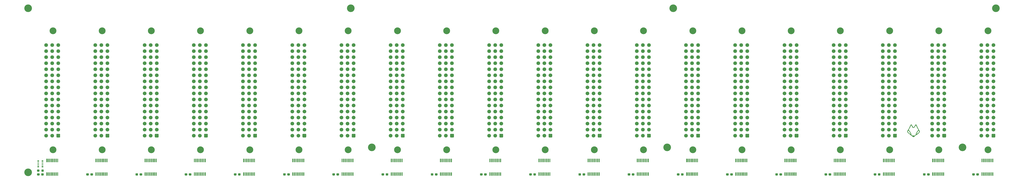
<source format=gbr>
%TF.GenerationSoftware,KiCad,Pcbnew,5.99.0+really5.1.10+dfsg1-1*%
%TF.CreationDate,2021-12-05T23:32:40+01:00*%
%TF.ProjectId,Backplane,4261636b-706c-4616-9e65-2e6b69636164,rev?*%
%TF.SameCoordinates,Original*%
%TF.FileFunction,Soldermask,Bot*%
%TF.FilePolarity,Negative*%
%FSLAX46Y46*%
G04 Gerber Fmt 4.6, Leading zero omitted, Abs format (unit mm)*
G04 Created by KiCad (PCBNEW 5.99.0+really5.1.10+dfsg1-1) date 2021-12-05 23:32:40*
%MOMM*%
%LPD*%
G01*
G04 APERTURE LIST*
%ADD10C,0.010000*%
%ADD11C,1.550000*%
%ADD12C,2.850000*%
%ADD13C,3.200000*%
%ADD14R,0.800000X0.500000*%
%ADD15R,0.800000X0.400000*%
G04 APERTURE END LIST*
D10*
%TO.C,MARK2*%
G36*
X414865636Y-102426219D02*
G01*
X414843371Y-102454776D01*
X414816581Y-102494820D01*
X414790179Y-102538891D01*
X414783722Y-102550573D01*
X414769423Y-102576624D01*
X414745961Y-102618928D01*
X414714559Y-102675295D01*
X414676443Y-102743535D01*
X414632836Y-102821460D01*
X414584963Y-102906878D01*
X414534048Y-102997602D01*
X414481315Y-103091440D01*
X414477825Y-103097646D01*
X414217432Y-103560667D01*
X413782568Y-103560667D01*
X413522175Y-103097646D01*
X413469366Y-103003679D01*
X413418294Y-102912685D01*
X413370184Y-102826851D01*
X413326260Y-102748369D01*
X413287746Y-102679427D01*
X413255867Y-102622215D01*
X413231847Y-102578922D01*
X413216911Y-102551739D01*
X413216278Y-102550573D01*
X413190829Y-102506695D01*
X413163659Y-102464821D01*
X413139680Y-102432409D01*
X413134365Y-102426219D01*
X413097954Y-102385917D01*
X412911748Y-102385917D01*
X412880329Y-102428639D01*
X412869515Y-102446772D01*
X412850826Y-102482005D01*
X412825298Y-102532235D01*
X412793965Y-102595363D01*
X412757861Y-102669286D01*
X412718021Y-102751903D01*
X412675479Y-102841113D01*
X412634140Y-102928702D01*
X412560923Y-103084583D01*
X412495731Y-103223210D01*
X412437591Y-103346488D01*
X412385528Y-103456324D01*
X412338570Y-103554623D01*
X412295744Y-103643289D01*
X412256077Y-103724229D01*
X412218596Y-103799347D01*
X412182327Y-103870550D01*
X412146298Y-103939742D01*
X412109535Y-104008830D01*
X412071066Y-104079718D01*
X412029917Y-104154313D01*
X411985116Y-104234518D01*
X411935688Y-104322241D01*
X411880662Y-104419386D01*
X411819064Y-104527859D01*
X411803359Y-104555500D01*
X411433542Y-105206375D01*
X411430012Y-105324352D01*
X411428932Y-105379398D01*
X411430094Y-105419998D01*
X411434313Y-105452826D01*
X411442402Y-105484555D01*
X411453567Y-105517415D01*
X411499471Y-105626189D01*
X411556356Y-105725673D01*
X411627726Y-105821427D01*
X411686984Y-105887952D01*
X411703193Y-105902980D01*
X411734892Y-105930335D01*
X411781019Y-105969151D01*
X411840512Y-106018563D01*
X411912310Y-106077704D01*
X411995350Y-106145708D01*
X412088570Y-106221711D01*
X412190908Y-106304845D01*
X412301302Y-106394246D01*
X412418691Y-106489046D01*
X412542011Y-106588382D01*
X412670201Y-106691386D01*
X412802199Y-106797193D01*
X412806660Y-106800764D01*
X413862278Y-107645833D01*
X414002577Y-107645044D01*
X414142875Y-107644255D01*
X415183629Y-106810315D01*
X415314624Y-106705272D01*
X415441778Y-106603155D01*
X415564030Y-106504826D01*
X415680316Y-106411144D01*
X415789576Y-106322971D01*
X415890748Y-106241166D01*
X415982769Y-106166590D01*
X416064578Y-106100104D01*
X416135112Y-106042568D01*
X416193311Y-105994844D01*
X416238111Y-105957791D01*
X416268451Y-105932270D01*
X416282945Y-105919458D01*
X416326400Y-105873535D01*
X416373137Y-105818039D01*
X416418757Y-105758743D01*
X416458860Y-105701417D01*
X416489044Y-105651835D01*
X416493628Y-105643111D01*
X416510872Y-105605975D01*
X416530379Y-105559369D01*
X416546525Y-105517161D01*
X416558723Y-105480857D01*
X416566335Y-105449349D01*
X416570171Y-105415969D01*
X416571042Y-105374052D01*
X416570668Y-105356399D01*
X416418070Y-105356399D01*
X416406596Y-105401650D01*
X416384206Y-105456425D01*
X416352635Y-105517723D01*
X416313617Y-105582544D01*
X416268889Y-105647886D01*
X416220184Y-105710749D01*
X416169238Y-105768131D01*
X416147066Y-105790380D01*
X416132390Y-105803272D01*
X416103584Y-105827443D01*
X416062342Y-105861528D01*
X416010358Y-105904160D01*
X415949325Y-105953974D01*
X415880937Y-106009603D01*
X415806888Y-106069681D01*
X415728872Y-106132842D01*
X415648582Y-106197720D01*
X415567711Y-106262949D01*
X415487955Y-106327163D01*
X415411005Y-106388996D01*
X415338557Y-106447081D01*
X415272304Y-106500054D01*
X415213939Y-106546546D01*
X415165156Y-106585193D01*
X415127649Y-106614629D01*
X415103111Y-106633486D01*
X415093237Y-106640400D01*
X415093176Y-106640409D01*
X415095594Y-106631015D01*
X415103751Y-106605247D01*
X415116464Y-106566730D01*
X415132547Y-106519094D01*
X415137645Y-106504171D01*
X415205490Y-106321984D01*
X415286300Y-106132040D01*
X415377489Y-105939371D01*
X415476473Y-105749012D01*
X415580666Y-105565995D01*
X415687482Y-105395356D01*
X415765654Y-105281462D01*
X415807555Y-105226903D01*
X415857955Y-105167398D01*
X415913144Y-105106799D01*
X415969411Y-105048958D01*
X416023048Y-104997729D01*
X416070344Y-104956964D01*
X416097482Y-104936858D01*
X416129890Y-104915962D01*
X416155619Y-104900747D01*
X416169543Y-104894225D01*
X416170084Y-104894167D01*
X416177365Y-104902913D01*
X416193060Y-104927064D01*
X416215366Y-104963484D01*
X416242482Y-105009037D01*
X416272605Y-105060588D01*
X416303936Y-105115003D01*
X416334671Y-105169146D01*
X416363010Y-105219881D01*
X416387151Y-105264075D01*
X416405292Y-105298591D01*
X416415633Y-105320295D01*
X416416892Y-105323674D01*
X416418070Y-105356399D01*
X416570668Y-105356399D01*
X416569988Y-105324352D01*
X416566458Y-105206375D01*
X416295547Y-104729573D01*
X416081945Y-104729573D01*
X416074268Y-104739257D01*
X416051900Y-104754089D01*
X416019622Y-104770916D01*
X416018445Y-104771468D01*
X415989010Y-104787084D01*
X415958760Y-104807561D01*
X415924535Y-104835517D01*
X415883174Y-104873571D01*
X415831517Y-104924339D01*
X415820333Y-104935582D01*
X415723522Y-105040020D01*
X415630408Y-105154886D01*
X415539519Y-105282349D01*
X415449385Y-105424580D01*
X415358533Y-105583748D01*
X415282196Y-105728958D01*
X415196841Y-105901904D01*
X415123563Y-106061877D01*
X415061026Y-106212277D01*
X415007896Y-106356507D01*
X414962835Y-106497967D01*
X414924727Y-106639175D01*
X414910911Y-106694181D01*
X414898396Y-106742257D01*
X414888239Y-106779466D01*
X414881501Y-106801870D01*
X414879827Y-106806148D01*
X414869898Y-106816129D01*
X414845885Y-106837159D01*
X414810291Y-106867138D01*
X414765621Y-106903968D01*
X414714378Y-106945551D01*
X414693208Y-106962558D01*
X414629084Y-107013358D01*
X414579260Y-107051430D01*
X414542061Y-107077928D01*
X414515809Y-107094004D01*
X414498827Y-107100812D01*
X414492125Y-107100860D01*
X414471160Y-107095196D01*
X414437411Y-107086194D01*
X414402167Y-107076855D01*
X414379674Y-107071649D01*
X414354251Y-107067525D01*
X414323291Y-107064369D01*
X414284187Y-107062067D01*
X414234333Y-107060506D01*
X414171123Y-107059573D01*
X414091948Y-107059155D01*
X413994708Y-107059137D01*
X413899817Y-107059348D01*
X413823343Y-107059802D01*
X413762535Y-107060654D01*
X413714643Y-107062057D01*
X413676919Y-107064165D01*
X413646610Y-107067134D01*
X413620969Y-107071116D01*
X413597244Y-107076267D01*
X413572685Y-107082740D01*
X413572429Y-107082811D01*
X413530309Y-107093081D01*
X413497408Y-107098358D01*
X413478701Y-107097896D01*
X413477179Y-107097110D01*
X413439706Y-107067994D01*
X413395165Y-107032772D01*
X413346370Y-106993740D01*
X413296141Y-106953197D01*
X413247292Y-106913438D01*
X413202642Y-106876759D01*
X413165007Y-106845459D01*
X413137204Y-106821832D01*
X413122050Y-106808177D01*
X413120173Y-106806043D01*
X413115389Y-106791916D01*
X413106694Y-106761147D01*
X413095147Y-106717671D01*
X413081806Y-106665421D01*
X413075273Y-106639175D01*
X413073569Y-106632864D01*
X412898014Y-106632864D01*
X412896683Y-106632702D01*
X412886249Y-106624405D01*
X412860756Y-106604059D01*
X412821673Y-106572837D01*
X412770468Y-106531915D01*
X412708609Y-106482465D01*
X412637567Y-106425662D01*
X412558809Y-106362680D01*
X412473804Y-106294694D01*
X412384021Y-106222876D01*
X412380750Y-106220259D01*
X412267130Y-106129221D01*
X412168788Y-106050022D01*
X412084346Y-105981440D01*
X412012431Y-105922246D01*
X411951667Y-105871216D01*
X411900678Y-105827124D01*
X411858090Y-105788745D01*
X411822526Y-105754853D01*
X411792611Y-105724221D01*
X411766971Y-105695626D01*
X411744230Y-105667840D01*
X411723012Y-105639638D01*
X411712134Y-105624417D01*
X411673095Y-105564520D01*
X411639018Y-105503627D01*
X411611461Y-105445366D01*
X411591978Y-105393362D01*
X411582126Y-105351242D01*
X411583108Y-105323674D01*
X411590917Y-105306159D01*
X411607036Y-105274946D01*
X411629664Y-105233169D01*
X411657000Y-105183965D01*
X411687240Y-105130467D01*
X411718585Y-105075811D01*
X411749233Y-105023133D01*
X411777381Y-104975567D01*
X411801229Y-104936249D01*
X411818974Y-104908313D01*
X411828816Y-104894895D01*
X411829917Y-104894167D01*
X411842397Y-104899666D01*
X411867187Y-104914157D01*
X411899164Y-104934625D01*
X411902519Y-104936858D01*
X411943234Y-104968097D01*
X411992865Y-105012474D01*
X412047700Y-105066135D01*
X412104031Y-105125228D01*
X412158148Y-105185902D01*
X412206342Y-105244303D01*
X412234347Y-105281462D01*
X412341904Y-105440582D01*
X412448650Y-105615768D01*
X412552004Y-105801993D01*
X412649386Y-105994230D01*
X412738213Y-106187453D01*
X412815906Y-106376634D01*
X412862798Y-106505464D01*
X412878825Y-106554151D01*
X412890612Y-106593774D01*
X412897296Y-106621092D01*
X412898014Y-106632864D01*
X413073569Y-106632864D01*
X413036910Y-106497098D01*
X412991804Y-106355632D01*
X412938619Y-106211374D01*
X412876021Y-106060925D01*
X412802673Y-105900883D01*
X412717804Y-105728958D01*
X412625258Y-105554226D01*
X412534641Y-105398216D01*
X412444480Y-105258759D01*
X412353304Y-105133685D01*
X412259643Y-105020824D01*
X412179667Y-104935582D01*
X412125708Y-104882115D01*
X412082643Y-104841858D01*
X412047310Y-104812194D01*
X412016551Y-104790503D01*
X411987205Y-104774169D01*
X411981556Y-104771468D01*
X411949032Y-104754629D01*
X411926262Y-104739680D01*
X411918025Y-104729777D01*
X411918056Y-104729573D01*
X411923637Y-104718166D01*
X411938548Y-104690436D01*
X411961639Y-104648453D01*
X411991757Y-104594285D01*
X412027754Y-104529999D01*
X412068477Y-104457663D01*
X412112777Y-104379346D01*
X412121226Y-104364448D01*
X412173169Y-104272187D01*
X412221220Y-104185150D01*
X412266964Y-104100230D01*
X412311990Y-104014317D01*
X412357885Y-103924304D01*
X412406234Y-103827083D01*
X412458625Y-103719545D01*
X412516645Y-103598583D01*
X412574832Y-103476000D01*
X412623709Y-103372556D01*
X412671320Y-103271619D01*
X412716621Y-103175412D01*
X412758571Y-103086154D01*
X412796128Y-103006067D01*
X412828250Y-102937372D01*
X412853893Y-102882290D01*
X412872017Y-102843041D01*
X412877767Y-102830417D01*
X412902969Y-102775500D01*
X412930078Y-102717866D01*
X412955093Y-102665963D01*
X412967678Y-102640601D01*
X413007408Y-102561910D01*
X413026968Y-102587684D01*
X413038303Y-102605586D01*
X413057123Y-102638584D01*
X413081345Y-102682892D01*
X413108890Y-102734724D01*
X413128391Y-102772208D01*
X413156240Y-102825649D01*
X413181396Y-102872868D01*
X413202006Y-102910471D01*
X413216221Y-102935066D01*
X413221481Y-102942841D01*
X413228917Y-102954369D01*
X413245523Y-102982393D01*
X413270160Y-103024922D01*
X413301691Y-103079966D01*
X413338977Y-103145533D01*
X413380881Y-103219633D01*
X413426263Y-103300275D01*
X413449667Y-103342004D01*
X413666625Y-103729285D01*
X413726963Y-103729642D01*
X413773737Y-103726844D01*
X413824833Y-103719326D01*
X413848249Y-103714125D01*
X413908806Y-103703598D01*
X413980677Y-103699058D01*
X414054872Y-103700503D01*
X414122402Y-103707934D01*
X414151751Y-103714125D01*
X414198766Y-103723326D01*
X414249788Y-103728873D01*
X414273037Y-103729642D01*
X414333375Y-103729285D01*
X414550333Y-103342004D01*
X414597017Y-103258861D01*
X414640786Y-103181273D01*
X414680500Y-103111233D01*
X414715022Y-103050731D01*
X414743214Y-103001757D01*
X414763938Y-102966304D01*
X414776056Y-102946361D01*
X414778519Y-102942841D01*
X414786927Y-102929824D01*
X414803075Y-102901333D01*
X414825114Y-102860762D01*
X414851190Y-102811503D01*
X414871610Y-102772208D01*
X414900223Y-102717429D01*
X414926925Y-102667608D01*
X414949633Y-102626531D01*
X414966268Y-102597985D01*
X414973032Y-102587684D01*
X414992592Y-102561910D01*
X415032322Y-102640601D01*
X415054072Y-102684806D01*
X415080372Y-102739926D01*
X415107218Y-102797511D01*
X415122233Y-102830417D01*
X415136353Y-102861225D01*
X415158496Y-102908939D01*
X415187620Y-102971339D01*
X415222682Y-103046203D01*
X415262641Y-103131310D01*
X415306455Y-103224439D01*
X415353081Y-103323369D01*
X415401476Y-103425880D01*
X415425169Y-103476000D01*
X415489593Y-103611661D01*
X415546965Y-103731108D01*
X415598870Y-103837447D01*
X415646895Y-103933789D01*
X415692628Y-104023240D01*
X415737655Y-104108908D01*
X415783563Y-104193903D01*
X415831938Y-104281331D01*
X415878774Y-104364448D01*
X415923606Y-104443641D01*
X415965074Y-104517232D01*
X416002027Y-104583154D01*
X416033313Y-104639340D01*
X416057783Y-104683720D01*
X416074286Y-104714227D01*
X416081670Y-104728794D01*
X416081945Y-104729573D01*
X416295547Y-104729573D01*
X416196641Y-104555500D01*
X416133339Y-104444056D01*
X416076840Y-104344393D01*
X416026170Y-104254604D01*
X415980358Y-104172786D01*
X415938430Y-104097031D01*
X415899412Y-104025435D01*
X415862332Y-103956092D01*
X415826217Y-103887097D01*
X415790093Y-103816544D01*
X415752988Y-103742528D01*
X415713928Y-103663144D01*
X415671941Y-103576486D01*
X415626053Y-103480648D01*
X415575291Y-103373725D01*
X415518682Y-103253812D01*
X415455253Y-103119004D01*
X415384031Y-102967394D01*
X415365861Y-102928702D01*
X415321728Y-102835225D01*
X415279328Y-102746375D01*
X415239697Y-102664253D01*
X415203868Y-102590960D01*
X415172877Y-102528598D01*
X415147757Y-102479268D01*
X415129543Y-102445071D01*
X415119671Y-102428639D01*
X415088252Y-102385917D01*
X414902047Y-102385917D01*
X414865636Y-102426219D01*
G37*
X414865636Y-102426219D02*
X414843371Y-102454776D01*
X414816581Y-102494820D01*
X414790179Y-102538891D01*
X414783722Y-102550573D01*
X414769423Y-102576624D01*
X414745961Y-102618928D01*
X414714559Y-102675295D01*
X414676443Y-102743535D01*
X414632836Y-102821460D01*
X414584963Y-102906878D01*
X414534048Y-102997602D01*
X414481315Y-103091440D01*
X414477825Y-103097646D01*
X414217432Y-103560667D01*
X413782568Y-103560667D01*
X413522175Y-103097646D01*
X413469366Y-103003679D01*
X413418294Y-102912685D01*
X413370184Y-102826851D01*
X413326260Y-102748369D01*
X413287746Y-102679427D01*
X413255867Y-102622215D01*
X413231847Y-102578922D01*
X413216911Y-102551739D01*
X413216278Y-102550573D01*
X413190829Y-102506695D01*
X413163659Y-102464821D01*
X413139680Y-102432409D01*
X413134365Y-102426219D01*
X413097954Y-102385917D01*
X412911748Y-102385917D01*
X412880329Y-102428639D01*
X412869515Y-102446772D01*
X412850826Y-102482005D01*
X412825298Y-102532235D01*
X412793965Y-102595363D01*
X412757861Y-102669286D01*
X412718021Y-102751903D01*
X412675479Y-102841113D01*
X412634140Y-102928702D01*
X412560923Y-103084583D01*
X412495731Y-103223210D01*
X412437591Y-103346488D01*
X412385528Y-103456324D01*
X412338570Y-103554623D01*
X412295744Y-103643289D01*
X412256077Y-103724229D01*
X412218596Y-103799347D01*
X412182327Y-103870550D01*
X412146298Y-103939742D01*
X412109535Y-104008830D01*
X412071066Y-104079718D01*
X412029917Y-104154313D01*
X411985116Y-104234518D01*
X411935688Y-104322241D01*
X411880662Y-104419386D01*
X411819064Y-104527859D01*
X411803359Y-104555500D01*
X411433542Y-105206375D01*
X411430012Y-105324352D01*
X411428932Y-105379398D01*
X411430094Y-105419998D01*
X411434313Y-105452826D01*
X411442402Y-105484555D01*
X411453567Y-105517415D01*
X411499471Y-105626189D01*
X411556356Y-105725673D01*
X411627726Y-105821427D01*
X411686984Y-105887952D01*
X411703193Y-105902980D01*
X411734892Y-105930335D01*
X411781019Y-105969151D01*
X411840512Y-106018563D01*
X411912310Y-106077704D01*
X411995350Y-106145708D01*
X412088570Y-106221711D01*
X412190908Y-106304845D01*
X412301302Y-106394246D01*
X412418691Y-106489046D01*
X412542011Y-106588382D01*
X412670201Y-106691386D01*
X412802199Y-106797193D01*
X412806660Y-106800764D01*
X413862278Y-107645833D01*
X414002577Y-107645044D01*
X414142875Y-107644255D01*
X415183629Y-106810315D01*
X415314624Y-106705272D01*
X415441778Y-106603155D01*
X415564030Y-106504826D01*
X415680316Y-106411144D01*
X415789576Y-106322971D01*
X415890748Y-106241166D01*
X415982769Y-106166590D01*
X416064578Y-106100104D01*
X416135112Y-106042568D01*
X416193311Y-105994844D01*
X416238111Y-105957791D01*
X416268451Y-105932270D01*
X416282945Y-105919458D01*
X416326400Y-105873535D01*
X416373137Y-105818039D01*
X416418757Y-105758743D01*
X416458860Y-105701417D01*
X416489044Y-105651835D01*
X416493628Y-105643111D01*
X416510872Y-105605975D01*
X416530379Y-105559369D01*
X416546525Y-105517161D01*
X416558723Y-105480857D01*
X416566335Y-105449349D01*
X416570171Y-105415969D01*
X416571042Y-105374052D01*
X416570668Y-105356399D01*
X416418070Y-105356399D01*
X416406596Y-105401650D01*
X416384206Y-105456425D01*
X416352635Y-105517723D01*
X416313617Y-105582544D01*
X416268889Y-105647886D01*
X416220184Y-105710749D01*
X416169238Y-105768131D01*
X416147066Y-105790380D01*
X416132390Y-105803272D01*
X416103584Y-105827443D01*
X416062342Y-105861528D01*
X416010358Y-105904160D01*
X415949325Y-105953974D01*
X415880937Y-106009603D01*
X415806888Y-106069681D01*
X415728872Y-106132842D01*
X415648582Y-106197720D01*
X415567711Y-106262949D01*
X415487955Y-106327163D01*
X415411005Y-106388996D01*
X415338557Y-106447081D01*
X415272304Y-106500054D01*
X415213939Y-106546546D01*
X415165156Y-106585193D01*
X415127649Y-106614629D01*
X415103111Y-106633486D01*
X415093237Y-106640400D01*
X415093176Y-106640409D01*
X415095594Y-106631015D01*
X415103751Y-106605247D01*
X415116464Y-106566730D01*
X415132547Y-106519094D01*
X415137645Y-106504171D01*
X415205490Y-106321984D01*
X415286300Y-106132040D01*
X415377489Y-105939371D01*
X415476473Y-105749012D01*
X415580666Y-105565995D01*
X415687482Y-105395356D01*
X415765654Y-105281462D01*
X415807555Y-105226903D01*
X415857955Y-105167398D01*
X415913144Y-105106799D01*
X415969411Y-105048958D01*
X416023048Y-104997729D01*
X416070344Y-104956964D01*
X416097482Y-104936858D01*
X416129890Y-104915962D01*
X416155619Y-104900747D01*
X416169543Y-104894225D01*
X416170084Y-104894167D01*
X416177365Y-104902913D01*
X416193060Y-104927064D01*
X416215366Y-104963484D01*
X416242482Y-105009037D01*
X416272605Y-105060588D01*
X416303936Y-105115003D01*
X416334671Y-105169146D01*
X416363010Y-105219881D01*
X416387151Y-105264075D01*
X416405292Y-105298591D01*
X416415633Y-105320295D01*
X416416892Y-105323674D01*
X416418070Y-105356399D01*
X416570668Y-105356399D01*
X416569988Y-105324352D01*
X416566458Y-105206375D01*
X416295547Y-104729573D01*
X416081945Y-104729573D01*
X416074268Y-104739257D01*
X416051900Y-104754089D01*
X416019622Y-104770916D01*
X416018445Y-104771468D01*
X415989010Y-104787084D01*
X415958760Y-104807561D01*
X415924535Y-104835517D01*
X415883174Y-104873571D01*
X415831517Y-104924339D01*
X415820333Y-104935582D01*
X415723522Y-105040020D01*
X415630408Y-105154886D01*
X415539519Y-105282349D01*
X415449385Y-105424580D01*
X415358533Y-105583748D01*
X415282196Y-105728958D01*
X415196841Y-105901904D01*
X415123563Y-106061877D01*
X415061026Y-106212277D01*
X415007896Y-106356507D01*
X414962835Y-106497967D01*
X414924727Y-106639175D01*
X414910911Y-106694181D01*
X414898396Y-106742257D01*
X414888239Y-106779466D01*
X414881501Y-106801870D01*
X414879827Y-106806148D01*
X414869898Y-106816129D01*
X414845885Y-106837159D01*
X414810291Y-106867138D01*
X414765621Y-106903968D01*
X414714378Y-106945551D01*
X414693208Y-106962558D01*
X414629084Y-107013358D01*
X414579260Y-107051430D01*
X414542061Y-107077928D01*
X414515809Y-107094004D01*
X414498827Y-107100812D01*
X414492125Y-107100860D01*
X414471160Y-107095196D01*
X414437411Y-107086194D01*
X414402167Y-107076855D01*
X414379674Y-107071649D01*
X414354251Y-107067525D01*
X414323291Y-107064369D01*
X414284187Y-107062067D01*
X414234333Y-107060506D01*
X414171123Y-107059573D01*
X414091948Y-107059155D01*
X413994708Y-107059137D01*
X413899817Y-107059348D01*
X413823343Y-107059802D01*
X413762535Y-107060654D01*
X413714643Y-107062057D01*
X413676919Y-107064165D01*
X413646610Y-107067134D01*
X413620969Y-107071116D01*
X413597244Y-107076267D01*
X413572685Y-107082740D01*
X413572429Y-107082811D01*
X413530309Y-107093081D01*
X413497408Y-107098358D01*
X413478701Y-107097896D01*
X413477179Y-107097110D01*
X413439706Y-107067994D01*
X413395165Y-107032772D01*
X413346370Y-106993740D01*
X413296141Y-106953197D01*
X413247292Y-106913438D01*
X413202642Y-106876759D01*
X413165007Y-106845459D01*
X413137204Y-106821832D01*
X413122050Y-106808177D01*
X413120173Y-106806043D01*
X413115389Y-106791916D01*
X413106694Y-106761147D01*
X413095147Y-106717671D01*
X413081806Y-106665421D01*
X413075273Y-106639175D01*
X413073569Y-106632864D01*
X412898014Y-106632864D01*
X412896683Y-106632702D01*
X412886249Y-106624405D01*
X412860756Y-106604059D01*
X412821673Y-106572837D01*
X412770468Y-106531915D01*
X412708609Y-106482465D01*
X412637567Y-106425662D01*
X412558809Y-106362680D01*
X412473804Y-106294694D01*
X412384021Y-106222876D01*
X412380750Y-106220259D01*
X412267130Y-106129221D01*
X412168788Y-106050022D01*
X412084346Y-105981440D01*
X412012431Y-105922246D01*
X411951667Y-105871216D01*
X411900678Y-105827124D01*
X411858090Y-105788745D01*
X411822526Y-105754853D01*
X411792611Y-105724221D01*
X411766971Y-105695626D01*
X411744230Y-105667840D01*
X411723012Y-105639638D01*
X411712134Y-105624417D01*
X411673095Y-105564520D01*
X411639018Y-105503627D01*
X411611461Y-105445366D01*
X411591978Y-105393362D01*
X411582126Y-105351242D01*
X411583108Y-105323674D01*
X411590917Y-105306159D01*
X411607036Y-105274946D01*
X411629664Y-105233169D01*
X411657000Y-105183965D01*
X411687240Y-105130467D01*
X411718585Y-105075811D01*
X411749233Y-105023133D01*
X411777381Y-104975567D01*
X411801229Y-104936249D01*
X411818974Y-104908313D01*
X411828816Y-104894895D01*
X411829917Y-104894167D01*
X411842397Y-104899666D01*
X411867187Y-104914157D01*
X411899164Y-104934625D01*
X411902519Y-104936858D01*
X411943234Y-104968097D01*
X411992865Y-105012474D01*
X412047700Y-105066135D01*
X412104031Y-105125228D01*
X412158148Y-105185902D01*
X412206342Y-105244303D01*
X412234347Y-105281462D01*
X412341904Y-105440582D01*
X412448650Y-105615768D01*
X412552004Y-105801993D01*
X412649386Y-105994230D01*
X412738213Y-106187453D01*
X412815906Y-106376634D01*
X412862798Y-106505464D01*
X412878825Y-106554151D01*
X412890612Y-106593774D01*
X412897296Y-106621092D01*
X412898014Y-106632864D01*
X413073569Y-106632864D01*
X413036910Y-106497098D01*
X412991804Y-106355632D01*
X412938619Y-106211374D01*
X412876021Y-106060925D01*
X412802673Y-105900883D01*
X412717804Y-105728958D01*
X412625258Y-105554226D01*
X412534641Y-105398216D01*
X412444480Y-105258759D01*
X412353304Y-105133685D01*
X412259643Y-105020824D01*
X412179667Y-104935582D01*
X412125708Y-104882115D01*
X412082643Y-104841858D01*
X412047310Y-104812194D01*
X412016551Y-104790503D01*
X411987205Y-104774169D01*
X411981556Y-104771468D01*
X411949032Y-104754629D01*
X411926262Y-104739680D01*
X411918025Y-104729777D01*
X411918056Y-104729573D01*
X411923637Y-104718166D01*
X411938548Y-104690436D01*
X411961639Y-104648453D01*
X411991757Y-104594285D01*
X412027754Y-104529999D01*
X412068477Y-104457663D01*
X412112777Y-104379346D01*
X412121226Y-104364448D01*
X412173169Y-104272187D01*
X412221220Y-104185150D01*
X412266964Y-104100230D01*
X412311990Y-104014317D01*
X412357885Y-103924304D01*
X412406234Y-103827083D01*
X412458625Y-103719545D01*
X412516645Y-103598583D01*
X412574832Y-103476000D01*
X412623709Y-103372556D01*
X412671320Y-103271619D01*
X412716621Y-103175412D01*
X412758571Y-103086154D01*
X412796128Y-103006067D01*
X412828250Y-102937372D01*
X412853893Y-102882290D01*
X412872017Y-102843041D01*
X412877767Y-102830417D01*
X412902969Y-102775500D01*
X412930078Y-102717866D01*
X412955093Y-102665963D01*
X412967678Y-102640601D01*
X413007408Y-102561910D01*
X413026968Y-102587684D01*
X413038303Y-102605586D01*
X413057123Y-102638584D01*
X413081345Y-102682892D01*
X413108890Y-102734724D01*
X413128391Y-102772208D01*
X413156240Y-102825649D01*
X413181396Y-102872868D01*
X413202006Y-102910471D01*
X413216221Y-102935066D01*
X413221481Y-102942841D01*
X413228917Y-102954369D01*
X413245523Y-102982393D01*
X413270160Y-103024922D01*
X413301691Y-103079966D01*
X413338977Y-103145533D01*
X413380881Y-103219633D01*
X413426263Y-103300275D01*
X413449667Y-103342004D01*
X413666625Y-103729285D01*
X413726963Y-103729642D01*
X413773737Y-103726844D01*
X413824833Y-103719326D01*
X413848249Y-103714125D01*
X413908806Y-103703598D01*
X413980677Y-103699058D01*
X414054872Y-103700503D01*
X414122402Y-103707934D01*
X414151751Y-103714125D01*
X414198766Y-103723326D01*
X414249788Y-103728873D01*
X414273037Y-103729642D01*
X414333375Y-103729285D01*
X414550333Y-103342004D01*
X414597017Y-103258861D01*
X414640786Y-103181273D01*
X414680500Y-103111233D01*
X414715022Y-103050731D01*
X414743214Y-103001757D01*
X414763938Y-102966304D01*
X414776056Y-102946361D01*
X414778519Y-102942841D01*
X414786927Y-102929824D01*
X414803075Y-102901333D01*
X414825114Y-102860762D01*
X414851190Y-102811503D01*
X414871610Y-102772208D01*
X414900223Y-102717429D01*
X414926925Y-102667608D01*
X414949633Y-102626531D01*
X414966268Y-102597985D01*
X414973032Y-102587684D01*
X414992592Y-102561910D01*
X415032322Y-102640601D01*
X415054072Y-102684806D01*
X415080372Y-102739926D01*
X415107218Y-102797511D01*
X415122233Y-102830417D01*
X415136353Y-102861225D01*
X415158496Y-102908939D01*
X415187620Y-102971339D01*
X415222682Y-103046203D01*
X415262641Y-103131310D01*
X415306455Y-103224439D01*
X415353081Y-103323369D01*
X415401476Y-103425880D01*
X415425169Y-103476000D01*
X415489593Y-103611661D01*
X415546965Y-103731108D01*
X415598870Y-103837447D01*
X415646895Y-103933789D01*
X415692628Y-104023240D01*
X415737655Y-104108908D01*
X415783563Y-104193903D01*
X415831938Y-104281331D01*
X415878774Y-104364448D01*
X415923606Y-104443641D01*
X415965074Y-104517232D01*
X416002027Y-104583154D01*
X416033313Y-104639340D01*
X416057783Y-104683720D01*
X416074286Y-104714227D01*
X416081670Y-104728794D01*
X416081945Y-104729573D01*
X416295547Y-104729573D01*
X416196641Y-104555500D01*
X416133339Y-104444056D01*
X416076840Y-104344393D01*
X416026170Y-104254604D01*
X415980358Y-104172786D01*
X415938430Y-104097031D01*
X415899412Y-104025435D01*
X415862332Y-103956092D01*
X415826217Y-103887097D01*
X415790093Y-103816544D01*
X415752988Y-103742528D01*
X415713928Y-103663144D01*
X415671941Y-103576486D01*
X415626053Y-103480648D01*
X415575291Y-103373725D01*
X415518682Y-103253812D01*
X415455253Y-103119004D01*
X415384031Y-102967394D01*
X415365861Y-102928702D01*
X415321728Y-102835225D01*
X415279328Y-102746375D01*
X415239697Y-102664253D01*
X415203868Y-102590960D01*
X415172877Y-102528598D01*
X415147757Y-102479268D01*
X415129543Y-102445071D01*
X415119671Y-102428639D01*
X415088252Y-102385917D01*
X414902047Y-102385917D01*
X414865636Y-102426219D01*
%TD*%
%TO.C,U19*%
G36*
G01*
X427655000Y-106574998D02*
X427655000Y-107625002D01*
G75*
G02*
X427405002Y-107875000I-249998J0D01*
G01*
X426354998Y-107875000D01*
G75*
G02*
X426105000Y-107625002I0J249998D01*
G01*
X426105000Y-106574998D01*
G75*
G02*
X426354998Y-106325000I249998J0D01*
G01*
X427405002Y-106325000D01*
G75*
G02*
X427655000Y-106574998I0J-249998D01*
G01*
G37*
D11*
X426880000Y-104560000D03*
X426880000Y-102020000D03*
X426880000Y-99480000D03*
X426880000Y-96940000D03*
X426880000Y-94400000D03*
X426880000Y-91860000D03*
X426880000Y-89320000D03*
X426880000Y-86780000D03*
X426880000Y-84240000D03*
X426880000Y-81700000D03*
X426880000Y-79160000D03*
X426880000Y-76620000D03*
X426880000Y-74080000D03*
X426880000Y-71540000D03*
X426880000Y-69000000D03*
X424340000Y-107100000D03*
X424340000Y-104560000D03*
X424340000Y-102020000D03*
X424340000Y-99480000D03*
X424340000Y-96940000D03*
X424340000Y-94400000D03*
X424340000Y-91860000D03*
X424340000Y-89320000D03*
X424340000Y-86780000D03*
X424340000Y-84240000D03*
X424340000Y-81700000D03*
X424340000Y-79160000D03*
X424340000Y-76620000D03*
X424340000Y-74080000D03*
X424340000Y-71540000D03*
X424340000Y-69000000D03*
X421800000Y-107100000D03*
X421800000Y-104560000D03*
X421800000Y-102020000D03*
X421800000Y-99480000D03*
X421800000Y-96940000D03*
X421800000Y-94400000D03*
X421800000Y-91860000D03*
X421800000Y-89320000D03*
X421800000Y-86780000D03*
X421800000Y-84240000D03*
X421800000Y-81700000D03*
X421800000Y-79160000D03*
X421800000Y-76620000D03*
X421800000Y-74080000D03*
X421800000Y-71540000D03*
X421800000Y-69000000D03*
D12*
X424640000Y-113050000D03*
X424640000Y-63050000D03*
%TD*%
%TO.C,U1*%
G36*
G01*
X56855000Y-106574998D02*
X56855000Y-107625002D01*
G75*
G02*
X56605002Y-107875000I-249998J0D01*
G01*
X55554998Y-107875000D01*
G75*
G02*
X55305000Y-107625002I0J249998D01*
G01*
X55305000Y-106574998D01*
G75*
G02*
X55554998Y-106325000I249998J0D01*
G01*
X56605002Y-106325000D01*
G75*
G02*
X56855000Y-106574998I0J-249998D01*
G01*
G37*
D11*
X56080000Y-104560000D03*
X56080000Y-102020000D03*
X56080000Y-99480000D03*
X56080000Y-96940000D03*
X56080000Y-94400000D03*
X56080000Y-91860000D03*
X56080000Y-89320000D03*
X56080000Y-86780000D03*
X56080000Y-84240000D03*
X56080000Y-81700000D03*
X56080000Y-79160000D03*
X56080000Y-76620000D03*
X56080000Y-74080000D03*
X56080000Y-71540000D03*
X56080000Y-69000000D03*
X53540000Y-107100000D03*
X53540000Y-104560000D03*
X53540000Y-102020000D03*
X53540000Y-99480000D03*
X53540000Y-96940000D03*
X53540000Y-94400000D03*
X53540000Y-91860000D03*
X53540000Y-89320000D03*
X53540000Y-86780000D03*
X53540000Y-84240000D03*
X53540000Y-81700000D03*
X53540000Y-79160000D03*
X53540000Y-76620000D03*
X53540000Y-74080000D03*
X53540000Y-71540000D03*
X53540000Y-69000000D03*
X51000000Y-107100000D03*
X51000000Y-104560000D03*
X51000000Y-102020000D03*
X51000000Y-99480000D03*
X51000000Y-96940000D03*
X51000000Y-94400000D03*
X51000000Y-91860000D03*
X51000000Y-89320000D03*
X51000000Y-86780000D03*
X51000000Y-84240000D03*
X51000000Y-81700000D03*
X51000000Y-79160000D03*
X51000000Y-76620000D03*
X51000000Y-74080000D03*
X51000000Y-71540000D03*
X51000000Y-69000000D03*
D12*
X53840000Y-113050000D03*
X53840000Y-63050000D03*
%TD*%
D13*
%TO.C,H8*%
X434500000Y-112000000D03*
%TD*%
%TO.C,H7*%
X310900000Y-112000000D03*
%TD*%
%TO.C,H6*%
X187300000Y-112000000D03*
%TD*%
%TO.C,H5*%
X43500000Y-122500000D03*
%TD*%
%TO.C,H4*%
X448500000Y-53500000D03*
%TD*%
%TO.C,H3*%
X313500000Y-53500000D03*
%TD*%
%TO.C,H2*%
X178500000Y-53500000D03*
%TD*%
%TO.C,H1*%
X43500000Y-53500000D03*
%TD*%
%TO.C,U40*%
G36*
G01*
X442565000Y-122525000D02*
X442765000Y-122525000D01*
G75*
G02*
X442865000Y-122625000I0J-100000D01*
G01*
X442865000Y-123900000D01*
G75*
G02*
X442765000Y-124000000I-100000J0D01*
G01*
X442565000Y-124000000D01*
G75*
G02*
X442465000Y-123900000I0J100000D01*
G01*
X442465000Y-122625000D01*
G75*
G02*
X442565000Y-122525000I100000J0D01*
G01*
G37*
G36*
G01*
X443215000Y-122525000D02*
X443415000Y-122525000D01*
G75*
G02*
X443515000Y-122625000I0J-100000D01*
G01*
X443515000Y-123900000D01*
G75*
G02*
X443415000Y-124000000I-100000J0D01*
G01*
X443215000Y-124000000D01*
G75*
G02*
X443115000Y-123900000I0J100000D01*
G01*
X443115000Y-122625000D01*
G75*
G02*
X443215000Y-122525000I100000J0D01*
G01*
G37*
G36*
G01*
X443865000Y-122525000D02*
X444065000Y-122525000D01*
G75*
G02*
X444165000Y-122625000I0J-100000D01*
G01*
X444165000Y-123900000D01*
G75*
G02*
X444065000Y-124000000I-100000J0D01*
G01*
X443865000Y-124000000D01*
G75*
G02*
X443765000Y-123900000I0J100000D01*
G01*
X443765000Y-122625000D01*
G75*
G02*
X443865000Y-122525000I100000J0D01*
G01*
G37*
G36*
G01*
X444515000Y-122525000D02*
X444715000Y-122525000D01*
G75*
G02*
X444815000Y-122625000I0J-100000D01*
G01*
X444815000Y-123900000D01*
G75*
G02*
X444715000Y-124000000I-100000J0D01*
G01*
X444515000Y-124000000D01*
G75*
G02*
X444415000Y-123900000I0J100000D01*
G01*
X444415000Y-122625000D01*
G75*
G02*
X444515000Y-122525000I100000J0D01*
G01*
G37*
G36*
G01*
X445165000Y-122525000D02*
X445365000Y-122525000D01*
G75*
G02*
X445465000Y-122625000I0J-100000D01*
G01*
X445465000Y-123900000D01*
G75*
G02*
X445365000Y-124000000I-100000J0D01*
G01*
X445165000Y-124000000D01*
G75*
G02*
X445065000Y-123900000I0J100000D01*
G01*
X445065000Y-122625000D01*
G75*
G02*
X445165000Y-122525000I100000J0D01*
G01*
G37*
G36*
G01*
X445815000Y-122525000D02*
X446015000Y-122525000D01*
G75*
G02*
X446115000Y-122625000I0J-100000D01*
G01*
X446115000Y-123900000D01*
G75*
G02*
X446015000Y-124000000I-100000J0D01*
G01*
X445815000Y-124000000D01*
G75*
G02*
X445715000Y-123900000I0J100000D01*
G01*
X445715000Y-122625000D01*
G75*
G02*
X445815000Y-122525000I100000J0D01*
G01*
G37*
G36*
G01*
X446465000Y-122525000D02*
X446665000Y-122525000D01*
G75*
G02*
X446765000Y-122625000I0J-100000D01*
G01*
X446765000Y-123900000D01*
G75*
G02*
X446665000Y-124000000I-100000J0D01*
G01*
X446465000Y-124000000D01*
G75*
G02*
X446365000Y-123900000I0J100000D01*
G01*
X446365000Y-122625000D01*
G75*
G02*
X446465000Y-122525000I100000J0D01*
G01*
G37*
G36*
G01*
X447115000Y-122525000D02*
X447315000Y-122525000D01*
G75*
G02*
X447415000Y-122625000I0J-100000D01*
G01*
X447415000Y-123900000D01*
G75*
G02*
X447315000Y-124000000I-100000J0D01*
G01*
X447115000Y-124000000D01*
G75*
G02*
X447015000Y-123900000I0J100000D01*
G01*
X447015000Y-122625000D01*
G75*
G02*
X447115000Y-122525000I100000J0D01*
G01*
G37*
G36*
G01*
X447115000Y-116800000D02*
X447315000Y-116800000D01*
G75*
G02*
X447415000Y-116900000I0J-100000D01*
G01*
X447415000Y-118175000D01*
G75*
G02*
X447315000Y-118275000I-100000J0D01*
G01*
X447115000Y-118275000D01*
G75*
G02*
X447015000Y-118175000I0J100000D01*
G01*
X447015000Y-116900000D01*
G75*
G02*
X447115000Y-116800000I100000J0D01*
G01*
G37*
G36*
G01*
X446465000Y-116800000D02*
X446665000Y-116800000D01*
G75*
G02*
X446765000Y-116900000I0J-100000D01*
G01*
X446765000Y-118175000D01*
G75*
G02*
X446665000Y-118275000I-100000J0D01*
G01*
X446465000Y-118275000D01*
G75*
G02*
X446365000Y-118175000I0J100000D01*
G01*
X446365000Y-116900000D01*
G75*
G02*
X446465000Y-116800000I100000J0D01*
G01*
G37*
G36*
G01*
X445815000Y-116800000D02*
X446015000Y-116800000D01*
G75*
G02*
X446115000Y-116900000I0J-100000D01*
G01*
X446115000Y-118175000D01*
G75*
G02*
X446015000Y-118275000I-100000J0D01*
G01*
X445815000Y-118275000D01*
G75*
G02*
X445715000Y-118175000I0J100000D01*
G01*
X445715000Y-116900000D01*
G75*
G02*
X445815000Y-116800000I100000J0D01*
G01*
G37*
G36*
G01*
X445165000Y-116800000D02*
X445365000Y-116800000D01*
G75*
G02*
X445465000Y-116900000I0J-100000D01*
G01*
X445465000Y-118175000D01*
G75*
G02*
X445365000Y-118275000I-100000J0D01*
G01*
X445165000Y-118275000D01*
G75*
G02*
X445065000Y-118175000I0J100000D01*
G01*
X445065000Y-116900000D01*
G75*
G02*
X445165000Y-116800000I100000J0D01*
G01*
G37*
G36*
G01*
X444515000Y-116800000D02*
X444715000Y-116800000D01*
G75*
G02*
X444815000Y-116900000I0J-100000D01*
G01*
X444815000Y-118175000D01*
G75*
G02*
X444715000Y-118275000I-100000J0D01*
G01*
X444515000Y-118275000D01*
G75*
G02*
X444415000Y-118175000I0J100000D01*
G01*
X444415000Y-116900000D01*
G75*
G02*
X444515000Y-116800000I100000J0D01*
G01*
G37*
G36*
G01*
X443865000Y-116800000D02*
X444065000Y-116800000D01*
G75*
G02*
X444165000Y-116900000I0J-100000D01*
G01*
X444165000Y-118175000D01*
G75*
G02*
X444065000Y-118275000I-100000J0D01*
G01*
X443865000Y-118275000D01*
G75*
G02*
X443765000Y-118175000I0J100000D01*
G01*
X443765000Y-116900000D01*
G75*
G02*
X443865000Y-116800000I100000J0D01*
G01*
G37*
G36*
G01*
X443215000Y-116800000D02*
X443415000Y-116800000D01*
G75*
G02*
X443515000Y-116900000I0J-100000D01*
G01*
X443515000Y-118175000D01*
G75*
G02*
X443415000Y-118275000I-100000J0D01*
G01*
X443215000Y-118275000D01*
G75*
G02*
X443115000Y-118175000I0J100000D01*
G01*
X443115000Y-116900000D01*
G75*
G02*
X443215000Y-116800000I100000J0D01*
G01*
G37*
G36*
G01*
X442565000Y-116800000D02*
X442765000Y-116800000D01*
G75*
G02*
X442865000Y-116900000I0J-100000D01*
G01*
X442865000Y-118175000D01*
G75*
G02*
X442765000Y-118275000I-100000J0D01*
G01*
X442565000Y-118275000D01*
G75*
G02*
X442465000Y-118175000I0J100000D01*
G01*
X442465000Y-116900000D01*
G75*
G02*
X442565000Y-116800000I100000J0D01*
G01*
G37*
%TD*%
%TO.C,U39*%
G36*
G01*
X421965000Y-122525000D02*
X422165000Y-122525000D01*
G75*
G02*
X422265000Y-122625000I0J-100000D01*
G01*
X422265000Y-123900000D01*
G75*
G02*
X422165000Y-124000000I-100000J0D01*
G01*
X421965000Y-124000000D01*
G75*
G02*
X421865000Y-123900000I0J100000D01*
G01*
X421865000Y-122625000D01*
G75*
G02*
X421965000Y-122525000I100000J0D01*
G01*
G37*
G36*
G01*
X422615000Y-122525000D02*
X422815000Y-122525000D01*
G75*
G02*
X422915000Y-122625000I0J-100000D01*
G01*
X422915000Y-123900000D01*
G75*
G02*
X422815000Y-124000000I-100000J0D01*
G01*
X422615000Y-124000000D01*
G75*
G02*
X422515000Y-123900000I0J100000D01*
G01*
X422515000Y-122625000D01*
G75*
G02*
X422615000Y-122525000I100000J0D01*
G01*
G37*
G36*
G01*
X423265000Y-122525000D02*
X423465000Y-122525000D01*
G75*
G02*
X423565000Y-122625000I0J-100000D01*
G01*
X423565000Y-123900000D01*
G75*
G02*
X423465000Y-124000000I-100000J0D01*
G01*
X423265000Y-124000000D01*
G75*
G02*
X423165000Y-123900000I0J100000D01*
G01*
X423165000Y-122625000D01*
G75*
G02*
X423265000Y-122525000I100000J0D01*
G01*
G37*
G36*
G01*
X423915000Y-122525000D02*
X424115000Y-122525000D01*
G75*
G02*
X424215000Y-122625000I0J-100000D01*
G01*
X424215000Y-123900000D01*
G75*
G02*
X424115000Y-124000000I-100000J0D01*
G01*
X423915000Y-124000000D01*
G75*
G02*
X423815000Y-123900000I0J100000D01*
G01*
X423815000Y-122625000D01*
G75*
G02*
X423915000Y-122525000I100000J0D01*
G01*
G37*
G36*
G01*
X424565000Y-122525000D02*
X424765000Y-122525000D01*
G75*
G02*
X424865000Y-122625000I0J-100000D01*
G01*
X424865000Y-123900000D01*
G75*
G02*
X424765000Y-124000000I-100000J0D01*
G01*
X424565000Y-124000000D01*
G75*
G02*
X424465000Y-123900000I0J100000D01*
G01*
X424465000Y-122625000D01*
G75*
G02*
X424565000Y-122525000I100000J0D01*
G01*
G37*
G36*
G01*
X425215000Y-122525000D02*
X425415000Y-122525000D01*
G75*
G02*
X425515000Y-122625000I0J-100000D01*
G01*
X425515000Y-123900000D01*
G75*
G02*
X425415000Y-124000000I-100000J0D01*
G01*
X425215000Y-124000000D01*
G75*
G02*
X425115000Y-123900000I0J100000D01*
G01*
X425115000Y-122625000D01*
G75*
G02*
X425215000Y-122525000I100000J0D01*
G01*
G37*
G36*
G01*
X425865000Y-122525000D02*
X426065000Y-122525000D01*
G75*
G02*
X426165000Y-122625000I0J-100000D01*
G01*
X426165000Y-123900000D01*
G75*
G02*
X426065000Y-124000000I-100000J0D01*
G01*
X425865000Y-124000000D01*
G75*
G02*
X425765000Y-123900000I0J100000D01*
G01*
X425765000Y-122625000D01*
G75*
G02*
X425865000Y-122525000I100000J0D01*
G01*
G37*
G36*
G01*
X426515000Y-122525000D02*
X426715000Y-122525000D01*
G75*
G02*
X426815000Y-122625000I0J-100000D01*
G01*
X426815000Y-123900000D01*
G75*
G02*
X426715000Y-124000000I-100000J0D01*
G01*
X426515000Y-124000000D01*
G75*
G02*
X426415000Y-123900000I0J100000D01*
G01*
X426415000Y-122625000D01*
G75*
G02*
X426515000Y-122525000I100000J0D01*
G01*
G37*
G36*
G01*
X426515000Y-116800000D02*
X426715000Y-116800000D01*
G75*
G02*
X426815000Y-116900000I0J-100000D01*
G01*
X426815000Y-118175000D01*
G75*
G02*
X426715000Y-118275000I-100000J0D01*
G01*
X426515000Y-118275000D01*
G75*
G02*
X426415000Y-118175000I0J100000D01*
G01*
X426415000Y-116900000D01*
G75*
G02*
X426515000Y-116800000I100000J0D01*
G01*
G37*
G36*
G01*
X425865000Y-116800000D02*
X426065000Y-116800000D01*
G75*
G02*
X426165000Y-116900000I0J-100000D01*
G01*
X426165000Y-118175000D01*
G75*
G02*
X426065000Y-118275000I-100000J0D01*
G01*
X425865000Y-118275000D01*
G75*
G02*
X425765000Y-118175000I0J100000D01*
G01*
X425765000Y-116900000D01*
G75*
G02*
X425865000Y-116800000I100000J0D01*
G01*
G37*
G36*
G01*
X425215000Y-116800000D02*
X425415000Y-116800000D01*
G75*
G02*
X425515000Y-116900000I0J-100000D01*
G01*
X425515000Y-118175000D01*
G75*
G02*
X425415000Y-118275000I-100000J0D01*
G01*
X425215000Y-118275000D01*
G75*
G02*
X425115000Y-118175000I0J100000D01*
G01*
X425115000Y-116900000D01*
G75*
G02*
X425215000Y-116800000I100000J0D01*
G01*
G37*
G36*
G01*
X424565000Y-116800000D02*
X424765000Y-116800000D01*
G75*
G02*
X424865000Y-116900000I0J-100000D01*
G01*
X424865000Y-118175000D01*
G75*
G02*
X424765000Y-118275000I-100000J0D01*
G01*
X424565000Y-118275000D01*
G75*
G02*
X424465000Y-118175000I0J100000D01*
G01*
X424465000Y-116900000D01*
G75*
G02*
X424565000Y-116800000I100000J0D01*
G01*
G37*
G36*
G01*
X423915000Y-116800000D02*
X424115000Y-116800000D01*
G75*
G02*
X424215000Y-116900000I0J-100000D01*
G01*
X424215000Y-118175000D01*
G75*
G02*
X424115000Y-118275000I-100000J0D01*
G01*
X423915000Y-118275000D01*
G75*
G02*
X423815000Y-118175000I0J100000D01*
G01*
X423815000Y-116900000D01*
G75*
G02*
X423915000Y-116800000I100000J0D01*
G01*
G37*
G36*
G01*
X423265000Y-116800000D02*
X423465000Y-116800000D01*
G75*
G02*
X423565000Y-116900000I0J-100000D01*
G01*
X423565000Y-118175000D01*
G75*
G02*
X423465000Y-118275000I-100000J0D01*
G01*
X423265000Y-118275000D01*
G75*
G02*
X423165000Y-118175000I0J100000D01*
G01*
X423165000Y-116900000D01*
G75*
G02*
X423265000Y-116800000I100000J0D01*
G01*
G37*
G36*
G01*
X422615000Y-116800000D02*
X422815000Y-116800000D01*
G75*
G02*
X422915000Y-116900000I0J-100000D01*
G01*
X422915000Y-118175000D01*
G75*
G02*
X422815000Y-118275000I-100000J0D01*
G01*
X422615000Y-118275000D01*
G75*
G02*
X422515000Y-118175000I0J100000D01*
G01*
X422515000Y-116900000D01*
G75*
G02*
X422615000Y-116800000I100000J0D01*
G01*
G37*
G36*
G01*
X421965000Y-116800000D02*
X422165000Y-116800000D01*
G75*
G02*
X422265000Y-116900000I0J-100000D01*
G01*
X422265000Y-118175000D01*
G75*
G02*
X422165000Y-118275000I-100000J0D01*
G01*
X421965000Y-118275000D01*
G75*
G02*
X421865000Y-118175000I0J100000D01*
G01*
X421865000Y-116900000D01*
G75*
G02*
X421965000Y-116800000I100000J0D01*
G01*
G37*
%TD*%
%TO.C,U38*%
G36*
G01*
X401365000Y-122525000D02*
X401565000Y-122525000D01*
G75*
G02*
X401665000Y-122625000I0J-100000D01*
G01*
X401665000Y-123900000D01*
G75*
G02*
X401565000Y-124000000I-100000J0D01*
G01*
X401365000Y-124000000D01*
G75*
G02*
X401265000Y-123900000I0J100000D01*
G01*
X401265000Y-122625000D01*
G75*
G02*
X401365000Y-122525000I100000J0D01*
G01*
G37*
G36*
G01*
X402015000Y-122525000D02*
X402215000Y-122525000D01*
G75*
G02*
X402315000Y-122625000I0J-100000D01*
G01*
X402315000Y-123900000D01*
G75*
G02*
X402215000Y-124000000I-100000J0D01*
G01*
X402015000Y-124000000D01*
G75*
G02*
X401915000Y-123900000I0J100000D01*
G01*
X401915000Y-122625000D01*
G75*
G02*
X402015000Y-122525000I100000J0D01*
G01*
G37*
G36*
G01*
X402665000Y-122525000D02*
X402865000Y-122525000D01*
G75*
G02*
X402965000Y-122625000I0J-100000D01*
G01*
X402965000Y-123900000D01*
G75*
G02*
X402865000Y-124000000I-100000J0D01*
G01*
X402665000Y-124000000D01*
G75*
G02*
X402565000Y-123900000I0J100000D01*
G01*
X402565000Y-122625000D01*
G75*
G02*
X402665000Y-122525000I100000J0D01*
G01*
G37*
G36*
G01*
X403315000Y-122525000D02*
X403515000Y-122525000D01*
G75*
G02*
X403615000Y-122625000I0J-100000D01*
G01*
X403615000Y-123900000D01*
G75*
G02*
X403515000Y-124000000I-100000J0D01*
G01*
X403315000Y-124000000D01*
G75*
G02*
X403215000Y-123900000I0J100000D01*
G01*
X403215000Y-122625000D01*
G75*
G02*
X403315000Y-122525000I100000J0D01*
G01*
G37*
G36*
G01*
X403965000Y-122525000D02*
X404165000Y-122525000D01*
G75*
G02*
X404265000Y-122625000I0J-100000D01*
G01*
X404265000Y-123900000D01*
G75*
G02*
X404165000Y-124000000I-100000J0D01*
G01*
X403965000Y-124000000D01*
G75*
G02*
X403865000Y-123900000I0J100000D01*
G01*
X403865000Y-122625000D01*
G75*
G02*
X403965000Y-122525000I100000J0D01*
G01*
G37*
G36*
G01*
X404615000Y-122525000D02*
X404815000Y-122525000D01*
G75*
G02*
X404915000Y-122625000I0J-100000D01*
G01*
X404915000Y-123900000D01*
G75*
G02*
X404815000Y-124000000I-100000J0D01*
G01*
X404615000Y-124000000D01*
G75*
G02*
X404515000Y-123900000I0J100000D01*
G01*
X404515000Y-122625000D01*
G75*
G02*
X404615000Y-122525000I100000J0D01*
G01*
G37*
G36*
G01*
X405265000Y-122525000D02*
X405465000Y-122525000D01*
G75*
G02*
X405565000Y-122625000I0J-100000D01*
G01*
X405565000Y-123900000D01*
G75*
G02*
X405465000Y-124000000I-100000J0D01*
G01*
X405265000Y-124000000D01*
G75*
G02*
X405165000Y-123900000I0J100000D01*
G01*
X405165000Y-122625000D01*
G75*
G02*
X405265000Y-122525000I100000J0D01*
G01*
G37*
G36*
G01*
X405915000Y-122525000D02*
X406115000Y-122525000D01*
G75*
G02*
X406215000Y-122625000I0J-100000D01*
G01*
X406215000Y-123900000D01*
G75*
G02*
X406115000Y-124000000I-100000J0D01*
G01*
X405915000Y-124000000D01*
G75*
G02*
X405815000Y-123900000I0J100000D01*
G01*
X405815000Y-122625000D01*
G75*
G02*
X405915000Y-122525000I100000J0D01*
G01*
G37*
G36*
G01*
X405915000Y-116800000D02*
X406115000Y-116800000D01*
G75*
G02*
X406215000Y-116900000I0J-100000D01*
G01*
X406215000Y-118175000D01*
G75*
G02*
X406115000Y-118275000I-100000J0D01*
G01*
X405915000Y-118275000D01*
G75*
G02*
X405815000Y-118175000I0J100000D01*
G01*
X405815000Y-116900000D01*
G75*
G02*
X405915000Y-116800000I100000J0D01*
G01*
G37*
G36*
G01*
X405265000Y-116800000D02*
X405465000Y-116800000D01*
G75*
G02*
X405565000Y-116900000I0J-100000D01*
G01*
X405565000Y-118175000D01*
G75*
G02*
X405465000Y-118275000I-100000J0D01*
G01*
X405265000Y-118275000D01*
G75*
G02*
X405165000Y-118175000I0J100000D01*
G01*
X405165000Y-116900000D01*
G75*
G02*
X405265000Y-116800000I100000J0D01*
G01*
G37*
G36*
G01*
X404615000Y-116800000D02*
X404815000Y-116800000D01*
G75*
G02*
X404915000Y-116900000I0J-100000D01*
G01*
X404915000Y-118175000D01*
G75*
G02*
X404815000Y-118275000I-100000J0D01*
G01*
X404615000Y-118275000D01*
G75*
G02*
X404515000Y-118175000I0J100000D01*
G01*
X404515000Y-116900000D01*
G75*
G02*
X404615000Y-116800000I100000J0D01*
G01*
G37*
G36*
G01*
X403965000Y-116800000D02*
X404165000Y-116800000D01*
G75*
G02*
X404265000Y-116900000I0J-100000D01*
G01*
X404265000Y-118175000D01*
G75*
G02*
X404165000Y-118275000I-100000J0D01*
G01*
X403965000Y-118275000D01*
G75*
G02*
X403865000Y-118175000I0J100000D01*
G01*
X403865000Y-116900000D01*
G75*
G02*
X403965000Y-116800000I100000J0D01*
G01*
G37*
G36*
G01*
X403315000Y-116800000D02*
X403515000Y-116800000D01*
G75*
G02*
X403615000Y-116900000I0J-100000D01*
G01*
X403615000Y-118175000D01*
G75*
G02*
X403515000Y-118275000I-100000J0D01*
G01*
X403315000Y-118275000D01*
G75*
G02*
X403215000Y-118175000I0J100000D01*
G01*
X403215000Y-116900000D01*
G75*
G02*
X403315000Y-116800000I100000J0D01*
G01*
G37*
G36*
G01*
X402665000Y-116800000D02*
X402865000Y-116800000D01*
G75*
G02*
X402965000Y-116900000I0J-100000D01*
G01*
X402965000Y-118175000D01*
G75*
G02*
X402865000Y-118275000I-100000J0D01*
G01*
X402665000Y-118275000D01*
G75*
G02*
X402565000Y-118175000I0J100000D01*
G01*
X402565000Y-116900000D01*
G75*
G02*
X402665000Y-116800000I100000J0D01*
G01*
G37*
G36*
G01*
X402015000Y-116800000D02*
X402215000Y-116800000D01*
G75*
G02*
X402315000Y-116900000I0J-100000D01*
G01*
X402315000Y-118175000D01*
G75*
G02*
X402215000Y-118275000I-100000J0D01*
G01*
X402015000Y-118275000D01*
G75*
G02*
X401915000Y-118175000I0J100000D01*
G01*
X401915000Y-116900000D01*
G75*
G02*
X402015000Y-116800000I100000J0D01*
G01*
G37*
G36*
G01*
X401365000Y-116800000D02*
X401565000Y-116800000D01*
G75*
G02*
X401665000Y-116900000I0J-100000D01*
G01*
X401665000Y-118175000D01*
G75*
G02*
X401565000Y-118275000I-100000J0D01*
G01*
X401365000Y-118275000D01*
G75*
G02*
X401265000Y-118175000I0J100000D01*
G01*
X401265000Y-116900000D01*
G75*
G02*
X401365000Y-116800000I100000J0D01*
G01*
G37*
%TD*%
%TO.C,U37*%
G36*
G01*
X380765000Y-122525000D02*
X380965000Y-122525000D01*
G75*
G02*
X381065000Y-122625000I0J-100000D01*
G01*
X381065000Y-123900000D01*
G75*
G02*
X380965000Y-124000000I-100000J0D01*
G01*
X380765000Y-124000000D01*
G75*
G02*
X380665000Y-123900000I0J100000D01*
G01*
X380665000Y-122625000D01*
G75*
G02*
X380765000Y-122525000I100000J0D01*
G01*
G37*
G36*
G01*
X381415000Y-122525000D02*
X381615000Y-122525000D01*
G75*
G02*
X381715000Y-122625000I0J-100000D01*
G01*
X381715000Y-123900000D01*
G75*
G02*
X381615000Y-124000000I-100000J0D01*
G01*
X381415000Y-124000000D01*
G75*
G02*
X381315000Y-123900000I0J100000D01*
G01*
X381315000Y-122625000D01*
G75*
G02*
X381415000Y-122525000I100000J0D01*
G01*
G37*
G36*
G01*
X382065000Y-122525000D02*
X382265000Y-122525000D01*
G75*
G02*
X382365000Y-122625000I0J-100000D01*
G01*
X382365000Y-123900000D01*
G75*
G02*
X382265000Y-124000000I-100000J0D01*
G01*
X382065000Y-124000000D01*
G75*
G02*
X381965000Y-123900000I0J100000D01*
G01*
X381965000Y-122625000D01*
G75*
G02*
X382065000Y-122525000I100000J0D01*
G01*
G37*
G36*
G01*
X382715000Y-122525000D02*
X382915000Y-122525000D01*
G75*
G02*
X383015000Y-122625000I0J-100000D01*
G01*
X383015000Y-123900000D01*
G75*
G02*
X382915000Y-124000000I-100000J0D01*
G01*
X382715000Y-124000000D01*
G75*
G02*
X382615000Y-123900000I0J100000D01*
G01*
X382615000Y-122625000D01*
G75*
G02*
X382715000Y-122525000I100000J0D01*
G01*
G37*
G36*
G01*
X383365000Y-122525000D02*
X383565000Y-122525000D01*
G75*
G02*
X383665000Y-122625000I0J-100000D01*
G01*
X383665000Y-123900000D01*
G75*
G02*
X383565000Y-124000000I-100000J0D01*
G01*
X383365000Y-124000000D01*
G75*
G02*
X383265000Y-123900000I0J100000D01*
G01*
X383265000Y-122625000D01*
G75*
G02*
X383365000Y-122525000I100000J0D01*
G01*
G37*
G36*
G01*
X384015000Y-122525000D02*
X384215000Y-122525000D01*
G75*
G02*
X384315000Y-122625000I0J-100000D01*
G01*
X384315000Y-123900000D01*
G75*
G02*
X384215000Y-124000000I-100000J0D01*
G01*
X384015000Y-124000000D01*
G75*
G02*
X383915000Y-123900000I0J100000D01*
G01*
X383915000Y-122625000D01*
G75*
G02*
X384015000Y-122525000I100000J0D01*
G01*
G37*
G36*
G01*
X384665000Y-122525000D02*
X384865000Y-122525000D01*
G75*
G02*
X384965000Y-122625000I0J-100000D01*
G01*
X384965000Y-123900000D01*
G75*
G02*
X384865000Y-124000000I-100000J0D01*
G01*
X384665000Y-124000000D01*
G75*
G02*
X384565000Y-123900000I0J100000D01*
G01*
X384565000Y-122625000D01*
G75*
G02*
X384665000Y-122525000I100000J0D01*
G01*
G37*
G36*
G01*
X385315000Y-122525000D02*
X385515000Y-122525000D01*
G75*
G02*
X385615000Y-122625000I0J-100000D01*
G01*
X385615000Y-123900000D01*
G75*
G02*
X385515000Y-124000000I-100000J0D01*
G01*
X385315000Y-124000000D01*
G75*
G02*
X385215000Y-123900000I0J100000D01*
G01*
X385215000Y-122625000D01*
G75*
G02*
X385315000Y-122525000I100000J0D01*
G01*
G37*
G36*
G01*
X385315000Y-116800000D02*
X385515000Y-116800000D01*
G75*
G02*
X385615000Y-116900000I0J-100000D01*
G01*
X385615000Y-118175000D01*
G75*
G02*
X385515000Y-118275000I-100000J0D01*
G01*
X385315000Y-118275000D01*
G75*
G02*
X385215000Y-118175000I0J100000D01*
G01*
X385215000Y-116900000D01*
G75*
G02*
X385315000Y-116800000I100000J0D01*
G01*
G37*
G36*
G01*
X384665000Y-116800000D02*
X384865000Y-116800000D01*
G75*
G02*
X384965000Y-116900000I0J-100000D01*
G01*
X384965000Y-118175000D01*
G75*
G02*
X384865000Y-118275000I-100000J0D01*
G01*
X384665000Y-118275000D01*
G75*
G02*
X384565000Y-118175000I0J100000D01*
G01*
X384565000Y-116900000D01*
G75*
G02*
X384665000Y-116800000I100000J0D01*
G01*
G37*
G36*
G01*
X384015000Y-116800000D02*
X384215000Y-116800000D01*
G75*
G02*
X384315000Y-116900000I0J-100000D01*
G01*
X384315000Y-118175000D01*
G75*
G02*
X384215000Y-118275000I-100000J0D01*
G01*
X384015000Y-118275000D01*
G75*
G02*
X383915000Y-118175000I0J100000D01*
G01*
X383915000Y-116900000D01*
G75*
G02*
X384015000Y-116800000I100000J0D01*
G01*
G37*
G36*
G01*
X383365000Y-116800000D02*
X383565000Y-116800000D01*
G75*
G02*
X383665000Y-116900000I0J-100000D01*
G01*
X383665000Y-118175000D01*
G75*
G02*
X383565000Y-118275000I-100000J0D01*
G01*
X383365000Y-118275000D01*
G75*
G02*
X383265000Y-118175000I0J100000D01*
G01*
X383265000Y-116900000D01*
G75*
G02*
X383365000Y-116800000I100000J0D01*
G01*
G37*
G36*
G01*
X382715000Y-116800000D02*
X382915000Y-116800000D01*
G75*
G02*
X383015000Y-116900000I0J-100000D01*
G01*
X383015000Y-118175000D01*
G75*
G02*
X382915000Y-118275000I-100000J0D01*
G01*
X382715000Y-118275000D01*
G75*
G02*
X382615000Y-118175000I0J100000D01*
G01*
X382615000Y-116900000D01*
G75*
G02*
X382715000Y-116800000I100000J0D01*
G01*
G37*
G36*
G01*
X382065000Y-116800000D02*
X382265000Y-116800000D01*
G75*
G02*
X382365000Y-116900000I0J-100000D01*
G01*
X382365000Y-118175000D01*
G75*
G02*
X382265000Y-118275000I-100000J0D01*
G01*
X382065000Y-118275000D01*
G75*
G02*
X381965000Y-118175000I0J100000D01*
G01*
X381965000Y-116900000D01*
G75*
G02*
X382065000Y-116800000I100000J0D01*
G01*
G37*
G36*
G01*
X381415000Y-116800000D02*
X381615000Y-116800000D01*
G75*
G02*
X381715000Y-116900000I0J-100000D01*
G01*
X381715000Y-118175000D01*
G75*
G02*
X381615000Y-118275000I-100000J0D01*
G01*
X381415000Y-118275000D01*
G75*
G02*
X381315000Y-118175000I0J100000D01*
G01*
X381315000Y-116900000D01*
G75*
G02*
X381415000Y-116800000I100000J0D01*
G01*
G37*
G36*
G01*
X380765000Y-116800000D02*
X380965000Y-116800000D01*
G75*
G02*
X381065000Y-116900000I0J-100000D01*
G01*
X381065000Y-118175000D01*
G75*
G02*
X380965000Y-118275000I-100000J0D01*
G01*
X380765000Y-118275000D01*
G75*
G02*
X380665000Y-118175000I0J100000D01*
G01*
X380665000Y-116900000D01*
G75*
G02*
X380765000Y-116800000I100000J0D01*
G01*
G37*
%TD*%
%TO.C,U36*%
G36*
G01*
X360165000Y-122525000D02*
X360365000Y-122525000D01*
G75*
G02*
X360465000Y-122625000I0J-100000D01*
G01*
X360465000Y-123900000D01*
G75*
G02*
X360365000Y-124000000I-100000J0D01*
G01*
X360165000Y-124000000D01*
G75*
G02*
X360065000Y-123900000I0J100000D01*
G01*
X360065000Y-122625000D01*
G75*
G02*
X360165000Y-122525000I100000J0D01*
G01*
G37*
G36*
G01*
X360815000Y-122525000D02*
X361015000Y-122525000D01*
G75*
G02*
X361115000Y-122625000I0J-100000D01*
G01*
X361115000Y-123900000D01*
G75*
G02*
X361015000Y-124000000I-100000J0D01*
G01*
X360815000Y-124000000D01*
G75*
G02*
X360715000Y-123900000I0J100000D01*
G01*
X360715000Y-122625000D01*
G75*
G02*
X360815000Y-122525000I100000J0D01*
G01*
G37*
G36*
G01*
X361465000Y-122525000D02*
X361665000Y-122525000D01*
G75*
G02*
X361765000Y-122625000I0J-100000D01*
G01*
X361765000Y-123900000D01*
G75*
G02*
X361665000Y-124000000I-100000J0D01*
G01*
X361465000Y-124000000D01*
G75*
G02*
X361365000Y-123900000I0J100000D01*
G01*
X361365000Y-122625000D01*
G75*
G02*
X361465000Y-122525000I100000J0D01*
G01*
G37*
G36*
G01*
X362115000Y-122525000D02*
X362315000Y-122525000D01*
G75*
G02*
X362415000Y-122625000I0J-100000D01*
G01*
X362415000Y-123900000D01*
G75*
G02*
X362315000Y-124000000I-100000J0D01*
G01*
X362115000Y-124000000D01*
G75*
G02*
X362015000Y-123900000I0J100000D01*
G01*
X362015000Y-122625000D01*
G75*
G02*
X362115000Y-122525000I100000J0D01*
G01*
G37*
G36*
G01*
X362765000Y-122525000D02*
X362965000Y-122525000D01*
G75*
G02*
X363065000Y-122625000I0J-100000D01*
G01*
X363065000Y-123900000D01*
G75*
G02*
X362965000Y-124000000I-100000J0D01*
G01*
X362765000Y-124000000D01*
G75*
G02*
X362665000Y-123900000I0J100000D01*
G01*
X362665000Y-122625000D01*
G75*
G02*
X362765000Y-122525000I100000J0D01*
G01*
G37*
G36*
G01*
X363415000Y-122525000D02*
X363615000Y-122525000D01*
G75*
G02*
X363715000Y-122625000I0J-100000D01*
G01*
X363715000Y-123900000D01*
G75*
G02*
X363615000Y-124000000I-100000J0D01*
G01*
X363415000Y-124000000D01*
G75*
G02*
X363315000Y-123900000I0J100000D01*
G01*
X363315000Y-122625000D01*
G75*
G02*
X363415000Y-122525000I100000J0D01*
G01*
G37*
G36*
G01*
X364065000Y-122525000D02*
X364265000Y-122525000D01*
G75*
G02*
X364365000Y-122625000I0J-100000D01*
G01*
X364365000Y-123900000D01*
G75*
G02*
X364265000Y-124000000I-100000J0D01*
G01*
X364065000Y-124000000D01*
G75*
G02*
X363965000Y-123900000I0J100000D01*
G01*
X363965000Y-122625000D01*
G75*
G02*
X364065000Y-122525000I100000J0D01*
G01*
G37*
G36*
G01*
X364715000Y-122525000D02*
X364915000Y-122525000D01*
G75*
G02*
X365015000Y-122625000I0J-100000D01*
G01*
X365015000Y-123900000D01*
G75*
G02*
X364915000Y-124000000I-100000J0D01*
G01*
X364715000Y-124000000D01*
G75*
G02*
X364615000Y-123900000I0J100000D01*
G01*
X364615000Y-122625000D01*
G75*
G02*
X364715000Y-122525000I100000J0D01*
G01*
G37*
G36*
G01*
X364715000Y-116800000D02*
X364915000Y-116800000D01*
G75*
G02*
X365015000Y-116900000I0J-100000D01*
G01*
X365015000Y-118175000D01*
G75*
G02*
X364915000Y-118275000I-100000J0D01*
G01*
X364715000Y-118275000D01*
G75*
G02*
X364615000Y-118175000I0J100000D01*
G01*
X364615000Y-116900000D01*
G75*
G02*
X364715000Y-116800000I100000J0D01*
G01*
G37*
G36*
G01*
X364065000Y-116800000D02*
X364265000Y-116800000D01*
G75*
G02*
X364365000Y-116900000I0J-100000D01*
G01*
X364365000Y-118175000D01*
G75*
G02*
X364265000Y-118275000I-100000J0D01*
G01*
X364065000Y-118275000D01*
G75*
G02*
X363965000Y-118175000I0J100000D01*
G01*
X363965000Y-116900000D01*
G75*
G02*
X364065000Y-116800000I100000J0D01*
G01*
G37*
G36*
G01*
X363415000Y-116800000D02*
X363615000Y-116800000D01*
G75*
G02*
X363715000Y-116900000I0J-100000D01*
G01*
X363715000Y-118175000D01*
G75*
G02*
X363615000Y-118275000I-100000J0D01*
G01*
X363415000Y-118275000D01*
G75*
G02*
X363315000Y-118175000I0J100000D01*
G01*
X363315000Y-116900000D01*
G75*
G02*
X363415000Y-116800000I100000J0D01*
G01*
G37*
G36*
G01*
X362765000Y-116800000D02*
X362965000Y-116800000D01*
G75*
G02*
X363065000Y-116900000I0J-100000D01*
G01*
X363065000Y-118175000D01*
G75*
G02*
X362965000Y-118275000I-100000J0D01*
G01*
X362765000Y-118275000D01*
G75*
G02*
X362665000Y-118175000I0J100000D01*
G01*
X362665000Y-116900000D01*
G75*
G02*
X362765000Y-116800000I100000J0D01*
G01*
G37*
G36*
G01*
X362115000Y-116800000D02*
X362315000Y-116800000D01*
G75*
G02*
X362415000Y-116900000I0J-100000D01*
G01*
X362415000Y-118175000D01*
G75*
G02*
X362315000Y-118275000I-100000J0D01*
G01*
X362115000Y-118275000D01*
G75*
G02*
X362015000Y-118175000I0J100000D01*
G01*
X362015000Y-116900000D01*
G75*
G02*
X362115000Y-116800000I100000J0D01*
G01*
G37*
G36*
G01*
X361465000Y-116800000D02*
X361665000Y-116800000D01*
G75*
G02*
X361765000Y-116900000I0J-100000D01*
G01*
X361765000Y-118175000D01*
G75*
G02*
X361665000Y-118275000I-100000J0D01*
G01*
X361465000Y-118275000D01*
G75*
G02*
X361365000Y-118175000I0J100000D01*
G01*
X361365000Y-116900000D01*
G75*
G02*
X361465000Y-116800000I100000J0D01*
G01*
G37*
G36*
G01*
X360815000Y-116800000D02*
X361015000Y-116800000D01*
G75*
G02*
X361115000Y-116900000I0J-100000D01*
G01*
X361115000Y-118175000D01*
G75*
G02*
X361015000Y-118275000I-100000J0D01*
G01*
X360815000Y-118275000D01*
G75*
G02*
X360715000Y-118175000I0J100000D01*
G01*
X360715000Y-116900000D01*
G75*
G02*
X360815000Y-116800000I100000J0D01*
G01*
G37*
G36*
G01*
X360165000Y-116800000D02*
X360365000Y-116800000D01*
G75*
G02*
X360465000Y-116900000I0J-100000D01*
G01*
X360465000Y-118175000D01*
G75*
G02*
X360365000Y-118275000I-100000J0D01*
G01*
X360165000Y-118275000D01*
G75*
G02*
X360065000Y-118175000I0J100000D01*
G01*
X360065000Y-116900000D01*
G75*
G02*
X360165000Y-116800000I100000J0D01*
G01*
G37*
%TD*%
%TO.C,U35*%
G36*
G01*
X339565000Y-122525000D02*
X339765000Y-122525000D01*
G75*
G02*
X339865000Y-122625000I0J-100000D01*
G01*
X339865000Y-123900000D01*
G75*
G02*
X339765000Y-124000000I-100000J0D01*
G01*
X339565000Y-124000000D01*
G75*
G02*
X339465000Y-123900000I0J100000D01*
G01*
X339465000Y-122625000D01*
G75*
G02*
X339565000Y-122525000I100000J0D01*
G01*
G37*
G36*
G01*
X340215000Y-122525000D02*
X340415000Y-122525000D01*
G75*
G02*
X340515000Y-122625000I0J-100000D01*
G01*
X340515000Y-123900000D01*
G75*
G02*
X340415000Y-124000000I-100000J0D01*
G01*
X340215000Y-124000000D01*
G75*
G02*
X340115000Y-123900000I0J100000D01*
G01*
X340115000Y-122625000D01*
G75*
G02*
X340215000Y-122525000I100000J0D01*
G01*
G37*
G36*
G01*
X340865000Y-122525000D02*
X341065000Y-122525000D01*
G75*
G02*
X341165000Y-122625000I0J-100000D01*
G01*
X341165000Y-123900000D01*
G75*
G02*
X341065000Y-124000000I-100000J0D01*
G01*
X340865000Y-124000000D01*
G75*
G02*
X340765000Y-123900000I0J100000D01*
G01*
X340765000Y-122625000D01*
G75*
G02*
X340865000Y-122525000I100000J0D01*
G01*
G37*
G36*
G01*
X341515000Y-122525000D02*
X341715000Y-122525000D01*
G75*
G02*
X341815000Y-122625000I0J-100000D01*
G01*
X341815000Y-123900000D01*
G75*
G02*
X341715000Y-124000000I-100000J0D01*
G01*
X341515000Y-124000000D01*
G75*
G02*
X341415000Y-123900000I0J100000D01*
G01*
X341415000Y-122625000D01*
G75*
G02*
X341515000Y-122525000I100000J0D01*
G01*
G37*
G36*
G01*
X342165000Y-122525000D02*
X342365000Y-122525000D01*
G75*
G02*
X342465000Y-122625000I0J-100000D01*
G01*
X342465000Y-123900000D01*
G75*
G02*
X342365000Y-124000000I-100000J0D01*
G01*
X342165000Y-124000000D01*
G75*
G02*
X342065000Y-123900000I0J100000D01*
G01*
X342065000Y-122625000D01*
G75*
G02*
X342165000Y-122525000I100000J0D01*
G01*
G37*
G36*
G01*
X342815000Y-122525000D02*
X343015000Y-122525000D01*
G75*
G02*
X343115000Y-122625000I0J-100000D01*
G01*
X343115000Y-123900000D01*
G75*
G02*
X343015000Y-124000000I-100000J0D01*
G01*
X342815000Y-124000000D01*
G75*
G02*
X342715000Y-123900000I0J100000D01*
G01*
X342715000Y-122625000D01*
G75*
G02*
X342815000Y-122525000I100000J0D01*
G01*
G37*
G36*
G01*
X343465000Y-122525000D02*
X343665000Y-122525000D01*
G75*
G02*
X343765000Y-122625000I0J-100000D01*
G01*
X343765000Y-123900000D01*
G75*
G02*
X343665000Y-124000000I-100000J0D01*
G01*
X343465000Y-124000000D01*
G75*
G02*
X343365000Y-123900000I0J100000D01*
G01*
X343365000Y-122625000D01*
G75*
G02*
X343465000Y-122525000I100000J0D01*
G01*
G37*
G36*
G01*
X344115000Y-122525000D02*
X344315000Y-122525000D01*
G75*
G02*
X344415000Y-122625000I0J-100000D01*
G01*
X344415000Y-123900000D01*
G75*
G02*
X344315000Y-124000000I-100000J0D01*
G01*
X344115000Y-124000000D01*
G75*
G02*
X344015000Y-123900000I0J100000D01*
G01*
X344015000Y-122625000D01*
G75*
G02*
X344115000Y-122525000I100000J0D01*
G01*
G37*
G36*
G01*
X344115000Y-116800000D02*
X344315000Y-116800000D01*
G75*
G02*
X344415000Y-116900000I0J-100000D01*
G01*
X344415000Y-118175000D01*
G75*
G02*
X344315000Y-118275000I-100000J0D01*
G01*
X344115000Y-118275000D01*
G75*
G02*
X344015000Y-118175000I0J100000D01*
G01*
X344015000Y-116900000D01*
G75*
G02*
X344115000Y-116800000I100000J0D01*
G01*
G37*
G36*
G01*
X343465000Y-116800000D02*
X343665000Y-116800000D01*
G75*
G02*
X343765000Y-116900000I0J-100000D01*
G01*
X343765000Y-118175000D01*
G75*
G02*
X343665000Y-118275000I-100000J0D01*
G01*
X343465000Y-118275000D01*
G75*
G02*
X343365000Y-118175000I0J100000D01*
G01*
X343365000Y-116900000D01*
G75*
G02*
X343465000Y-116800000I100000J0D01*
G01*
G37*
G36*
G01*
X342815000Y-116800000D02*
X343015000Y-116800000D01*
G75*
G02*
X343115000Y-116900000I0J-100000D01*
G01*
X343115000Y-118175000D01*
G75*
G02*
X343015000Y-118275000I-100000J0D01*
G01*
X342815000Y-118275000D01*
G75*
G02*
X342715000Y-118175000I0J100000D01*
G01*
X342715000Y-116900000D01*
G75*
G02*
X342815000Y-116800000I100000J0D01*
G01*
G37*
G36*
G01*
X342165000Y-116800000D02*
X342365000Y-116800000D01*
G75*
G02*
X342465000Y-116900000I0J-100000D01*
G01*
X342465000Y-118175000D01*
G75*
G02*
X342365000Y-118275000I-100000J0D01*
G01*
X342165000Y-118275000D01*
G75*
G02*
X342065000Y-118175000I0J100000D01*
G01*
X342065000Y-116900000D01*
G75*
G02*
X342165000Y-116800000I100000J0D01*
G01*
G37*
G36*
G01*
X341515000Y-116800000D02*
X341715000Y-116800000D01*
G75*
G02*
X341815000Y-116900000I0J-100000D01*
G01*
X341815000Y-118175000D01*
G75*
G02*
X341715000Y-118275000I-100000J0D01*
G01*
X341515000Y-118275000D01*
G75*
G02*
X341415000Y-118175000I0J100000D01*
G01*
X341415000Y-116900000D01*
G75*
G02*
X341515000Y-116800000I100000J0D01*
G01*
G37*
G36*
G01*
X340865000Y-116800000D02*
X341065000Y-116800000D01*
G75*
G02*
X341165000Y-116900000I0J-100000D01*
G01*
X341165000Y-118175000D01*
G75*
G02*
X341065000Y-118275000I-100000J0D01*
G01*
X340865000Y-118275000D01*
G75*
G02*
X340765000Y-118175000I0J100000D01*
G01*
X340765000Y-116900000D01*
G75*
G02*
X340865000Y-116800000I100000J0D01*
G01*
G37*
G36*
G01*
X340215000Y-116800000D02*
X340415000Y-116800000D01*
G75*
G02*
X340515000Y-116900000I0J-100000D01*
G01*
X340515000Y-118175000D01*
G75*
G02*
X340415000Y-118275000I-100000J0D01*
G01*
X340215000Y-118275000D01*
G75*
G02*
X340115000Y-118175000I0J100000D01*
G01*
X340115000Y-116900000D01*
G75*
G02*
X340215000Y-116800000I100000J0D01*
G01*
G37*
G36*
G01*
X339565000Y-116800000D02*
X339765000Y-116800000D01*
G75*
G02*
X339865000Y-116900000I0J-100000D01*
G01*
X339865000Y-118175000D01*
G75*
G02*
X339765000Y-118275000I-100000J0D01*
G01*
X339565000Y-118275000D01*
G75*
G02*
X339465000Y-118175000I0J100000D01*
G01*
X339465000Y-116900000D01*
G75*
G02*
X339565000Y-116800000I100000J0D01*
G01*
G37*
%TD*%
%TO.C,U34*%
G36*
G01*
X318965000Y-122525000D02*
X319165000Y-122525000D01*
G75*
G02*
X319265000Y-122625000I0J-100000D01*
G01*
X319265000Y-123900000D01*
G75*
G02*
X319165000Y-124000000I-100000J0D01*
G01*
X318965000Y-124000000D01*
G75*
G02*
X318865000Y-123900000I0J100000D01*
G01*
X318865000Y-122625000D01*
G75*
G02*
X318965000Y-122525000I100000J0D01*
G01*
G37*
G36*
G01*
X319615000Y-122525000D02*
X319815000Y-122525000D01*
G75*
G02*
X319915000Y-122625000I0J-100000D01*
G01*
X319915000Y-123900000D01*
G75*
G02*
X319815000Y-124000000I-100000J0D01*
G01*
X319615000Y-124000000D01*
G75*
G02*
X319515000Y-123900000I0J100000D01*
G01*
X319515000Y-122625000D01*
G75*
G02*
X319615000Y-122525000I100000J0D01*
G01*
G37*
G36*
G01*
X320265000Y-122525000D02*
X320465000Y-122525000D01*
G75*
G02*
X320565000Y-122625000I0J-100000D01*
G01*
X320565000Y-123900000D01*
G75*
G02*
X320465000Y-124000000I-100000J0D01*
G01*
X320265000Y-124000000D01*
G75*
G02*
X320165000Y-123900000I0J100000D01*
G01*
X320165000Y-122625000D01*
G75*
G02*
X320265000Y-122525000I100000J0D01*
G01*
G37*
G36*
G01*
X320915000Y-122525000D02*
X321115000Y-122525000D01*
G75*
G02*
X321215000Y-122625000I0J-100000D01*
G01*
X321215000Y-123900000D01*
G75*
G02*
X321115000Y-124000000I-100000J0D01*
G01*
X320915000Y-124000000D01*
G75*
G02*
X320815000Y-123900000I0J100000D01*
G01*
X320815000Y-122625000D01*
G75*
G02*
X320915000Y-122525000I100000J0D01*
G01*
G37*
G36*
G01*
X321565000Y-122525000D02*
X321765000Y-122525000D01*
G75*
G02*
X321865000Y-122625000I0J-100000D01*
G01*
X321865000Y-123900000D01*
G75*
G02*
X321765000Y-124000000I-100000J0D01*
G01*
X321565000Y-124000000D01*
G75*
G02*
X321465000Y-123900000I0J100000D01*
G01*
X321465000Y-122625000D01*
G75*
G02*
X321565000Y-122525000I100000J0D01*
G01*
G37*
G36*
G01*
X322215000Y-122525000D02*
X322415000Y-122525000D01*
G75*
G02*
X322515000Y-122625000I0J-100000D01*
G01*
X322515000Y-123900000D01*
G75*
G02*
X322415000Y-124000000I-100000J0D01*
G01*
X322215000Y-124000000D01*
G75*
G02*
X322115000Y-123900000I0J100000D01*
G01*
X322115000Y-122625000D01*
G75*
G02*
X322215000Y-122525000I100000J0D01*
G01*
G37*
G36*
G01*
X322865000Y-122525000D02*
X323065000Y-122525000D01*
G75*
G02*
X323165000Y-122625000I0J-100000D01*
G01*
X323165000Y-123900000D01*
G75*
G02*
X323065000Y-124000000I-100000J0D01*
G01*
X322865000Y-124000000D01*
G75*
G02*
X322765000Y-123900000I0J100000D01*
G01*
X322765000Y-122625000D01*
G75*
G02*
X322865000Y-122525000I100000J0D01*
G01*
G37*
G36*
G01*
X323515000Y-122525000D02*
X323715000Y-122525000D01*
G75*
G02*
X323815000Y-122625000I0J-100000D01*
G01*
X323815000Y-123900000D01*
G75*
G02*
X323715000Y-124000000I-100000J0D01*
G01*
X323515000Y-124000000D01*
G75*
G02*
X323415000Y-123900000I0J100000D01*
G01*
X323415000Y-122625000D01*
G75*
G02*
X323515000Y-122525000I100000J0D01*
G01*
G37*
G36*
G01*
X323515000Y-116800000D02*
X323715000Y-116800000D01*
G75*
G02*
X323815000Y-116900000I0J-100000D01*
G01*
X323815000Y-118175000D01*
G75*
G02*
X323715000Y-118275000I-100000J0D01*
G01*
X323515000Y-118275000D01*
G75*
G02*
X323415000Y-118175000I0J100000D01*
G01*
X323415000Y-116900000D01*
G75*
G02*
X323515000Y-116800000I100000J0D01*
G01*
G37*
G36*
G01*
X322865000Y-116800000D02*
X323065000Y-116800000D01*
G75*
G02*
X323165000Y-116900000I0J-100000D01*
G01*
X323165000Y-118175000D01*
G75*
G02*
X323065000Y-118275000I-100000J0D01*
G01*
X322865000Y-118275000D01*
G75*
G02*
X322765000Y-118175000I0J100000D01*
G01*
X322765000Y-116900000D01*
G75*
G02*
X322865000Y-116800000I100000J0D01*
G01*
G37*
G36*
G01*
X322215000Y-116800000D02*
X322415000Y-116800000D01*
G75*
G02*
X322515000Y-116900000I0J-100000D01*
G01*
X322515000Y-118175000D01*
G75*
G02*
X322415000Y-118275000I-100000J0D01*
G01*
X322215000Y-118275000D01*
G75*
G02*
X322115000Y-118175000I0J100000D01*
G01*
X322115000Y-116900000D01*
G75*
G02*
X322215000Y-116800000I100000J0D01*
G01*
G37*
G36*
G01*
X321565000Y-116800000D02*
X321765000Y-116800000D01*
G75*
G02*
X321865000Y-116900000I0J-100000D01*
G01*
X321865000Y-118175000D01*
G75*
G02*
X321765000Y-118275000I-100000J0D01*
G01*
X321565000Y-118275000D01*
G75*
G02*
X321465000Y-118175000I0J100000D01*
G01*
X321465000Y-116900000D01*
G75*
G02*
X321565000Y-116800000I100000J0D01*
G01*
G37*
G36*
G01*
X320915000Y-116800000D02*
X321115000Y-116800000D01*
G75*
G02*
X321215000Y-116900000I0J-100000D01*
G01*
X321215000Y-118175000D01*
G75*
G02*
X321115000Y-118275000I-100000J0D01*
G01*
X320915000Y-118275000D01*
G75*
G02*
X320815000Y-118175000I0J100000D01*
G01*
X320815000Y-116900000D01*
G75*
G02*
X320915000Y-116800000I100000J0D01*
G01*
G37*
G36*
G01*
X320265000Y-116800000D02*
X320465000Y-116800000D01*
G75*
G02*
X320565000Y-116900000I0J-100000D01*
G01*
X320565000Y-118175000D01*
G75*
G02*
X320465000Y-118275000I-100000J0D01*
G01*
X320265000Y-118275000D01*
G75*
G02*
X320165000Y-118175000I0J100000D01*
G01*
X320165000Y-116900000D01*
G75*
G02*
X320265000Y-116800000I100000J0D01*
G01*
G37*
G36*
G01*
X319615000Y-116800000D02*
X319815000Y-116800000D01*
G75*
G02*
X319915000Y-116900000I0J-100000D01*
G01*
X319915000Y-118175000D01*
G75*
G02*
X319815000Y-118275000I-100000J0D01*
G01*
X319615000Y-118275000D01*
G75*
G02*
X319515000Y-118175000I0J100000D01*
G01*
X319515000Y-116900000D01*
G75*
G02*
X319615000Y-116800000I100000J0D01*
G01*
G37*
G36*
G01*
X318965000Y-116800000D02*
X319165000Y-116800000D01*
G75*
G02*
X319265000Y-116900000I0J-100000D01*
G01*
X319265000Y-118175000D01*
G75*
G02*
X319165000Y-118275000I-100000J0D01*
G01*
X318965000Y-118275000D01*
G75*
G02*
X318865000Y-118175000I0J100000D01*
G01*
X318865000Y-116900000D01*
G75*
G02*
X318965000Y-116800000I100000J0D01*
G01*
G37*
%TD*%
%TO.C,U33*%
G36*
G01*
X298365000Y-122525000D02*
X298565000Y-122525000D01*
G75*
G02*
X298665000Y-122625000I0J-100000D01*
G01*
X298665000Y-123900000D01*
G75*
G02*
X298565000Y-124000000I-100000J0D01*
G01*
X298365000Y-124000000D01*
G75*
G02*
X298265000Y-123900000I0J100000D01*
G01*
X298265000Y-122625000D01*
G75*
G02*
X298365000Y-122525000I100000J0D01*
G01*
G37*
G36*
G01*
X299015000Y-122525000D02*
X299215000Y-122525000D01*
G75*
G02*
X299315000Y-122625000I0J-100000D01*
G01*
X299315000Y-123900000D01*
G75*
G02*
X299215000Y-124000000I-100000J0D01*
G01*
X299015000Y-124000000D01*
G75*
G02*
X298915000Y-123900000I0J100000D01*
G01*
X298915000Y-122625000D01*
G75*
G02*
X299015000Y-122525000I100000J0D01*
G01*
G37*
G36*
G01*
X299665000Y-122525000D02*
X299865000Y-122525000D01*
G75*
G02*
X299965000Y-122625000I0J-100000D01*
G01*
X299965000Y-123900000D01*
G75*
G02*
X299865000Y-124000000I-100000J0D01*
G01*
X299665000Y-124000000D01*
G75*
G02*
X299565000Y-123900000I0J100000D01*
G01*
X299565000Y-122625000D01*
G75*
G02*
X299665000Y-122525000I100000J0D01*
G01*
G37*
G36*
G01*
X300315000Y-122525000D02*
X300515000Y-122525000D01*
G75*
G02*
X300615000Y-122625000I0J-100000D01*
G01*
X300615000Y-123900000D01*
G75*
G02*
X300515000Y-124000000I-100000J0D01*
G01*
X300315000Y-124000000D01*
G75*
G02*
X300215000Y-123900000I0J100000D01*
G01*
X300215000Y-122625000D01*
G75*
G02*
X300315000Y-122525000I100000J0D01*
G01*
G37*
G36*
G01*
X300965000Y-122525000D02*
X301165000Y-122525000D01*
G75*
G02*
X301265000Y-122625000I0J-100000D01*
G01*
X301265000Y-123900000D01*
G75*
G02*
X301165000Y-124000000I-100000J0D01*
G01*
X300965000Y-124000000D01*
G75*
G02*
X300865000Y-123900000I0J100000D01*
G01*
X300865000Y-122625000D01*
G75*
G02*
X300965000Y-122525000I100000J0D01*
G01*
G37*
G36*
G01*
X301615000Y-122525000D02*
X301815000Y-122525000D01*
G75*
G02*
X301915000Y-122625000I0J-100000D01*
G01*
X301915000Y-123900000D01*
G75*
G02*
X301815000Y-124000000I-100000J0D01*
G01*
X301615000Y-124000000D01*
G75*
G02*
X301515000Y-123900000I0J100000D01*
G01*
X301515000Y-122625000D01*
G75*
G02*
X301615000Y-122525000I100000J0D01*
G01*
G37*
G36*
G01*
X302265000Y-122525000D02*
X302465000Y-122525000D01*
G75*
G02*
X302565000Y-122625000I0J-100000D01*
G01*
X302565000Y-123900000D01*
G75*
G02*
X302465000Y-124000000I-100000J0D01*
G01*
X302265000Y-124000000D01*
G75*
G02*
X302165000Y-123900000I0J100000D01*
G01*
X302165000Y-122625000D01*
G75*
G02*
X302265000Y-122525000I100000J0D01*
G01*
G37*
G36*
G01*
X302915000Y-122525000D02*
X303115000Y-122525000D01*
G75*
G02*
X303215000Y-122625000I0J-100000D01*
G01*
X303215000Y-123900000D01*
G75*
G02*
X303115000Y-124000000I-100000J0D01*
G01*
X302915000Y-124000000D01*
G75*
G02*
X302815000Y-123900000I0J100000D01*
G01*
X302815000Y-122625000D01*
G75*
G02*
X302915000Y-122525000I100000J0D01*
G01*
G37*
G36*
G01*
X302915000Y-116800000D02*
X303115000Y-116800000D01*
G75*
G02*
X303215000Y-116900000I0J-100000D01*
G01*
X303215000Y-118175000D01*
G75*
G02*
X303115000Y-118275000I-100000J0D01*
G01*
X302915000Y-118275000D01*
G75*
G02*
X302815000Y-118175000I0J100000D01*
G01*
X302815000Y-116900000D01*
G75*
G02*
X302915000Y-116800000I100000J0D01*
G01*
G37*
G36*
G01*
X302265000Y-116800000D02*
X302465000Y-116800000D01*
G75*
G02*
X302565000Y-116900000I0J-100000D01*
G01*
X302565000Y-118175000D01*
G75*
G02*
X302465000Y-118275000I-100000J0D01*
G01*
X302265000Y-118275000D01*
G75*
G02*
X302165000Y-118175000I0J100000D01*
G01*
X302165000Y-116900000D01*
G75*
G02*
X302265000Y-116800000I100000J0D01*
G01*
G37*
G36*
G01*
X301615000Y-116800000D02*
X301815000Y-116800000D01*
G75*
G02*
X301915000Y-116900000I0J-100000D01*
G01*
X301915000Y-118175000D01*
G75*
G02*
X301815000Y-118275000I-100000J0D01*
G01*
X301615000Y-118275000D01*
G75*
G02*
X301515000Y-118175000I0J100000D01*
G01*
X301515000Y-116900000D01*
G75*
G02*
X301615000Y-116800000I100000J0D01*
G01*
G37*
G36*
G01*
X300965000Y-116800000D02*
X301165000Y-116800000D01*
G75*
G02*
X301265000Y-116900000I0J-100000D01*
G01*
X301265000Y-118175000D01*
G75*
G02*
X301165000Y-118275000I-100000J0D01*
G01*
X300965000Y-118275000D01*
G75*
G02*
X300865000Y-118175000I0J100000D01*
G01*
X300865000Y-116900000D01*
G75*
G02*
X300965000Y-116800000I100000J0D01*
G01*
G37*
G36*
G01*
X300315000Y-116800000D02*
X300515000Y-116800000D01*
G75*
G02*
X300615000Y-116900000I0J-100000D01*
G01*
X300615000Y-118175000D01*
G75*
G02*
X300515000Y-118275000I-100000J0D01*
G01*
X300315000Y-118275000D01*
G75*
G02*
X300215000Y-118175000I0J100000D01*
G01*
X300215000Y-116900000D01*
G75*
G02*
X300315000Y-116800000I100000J0D01*
G01*
G37*
G36*
G01*
X299665000Y-116800000D02*
X299865000Y-116800000D01*
G75*
G02*
X299965000Y-116900000I0J-100000D01*
G01*
X299965000Y-118175000D01*
G75*
G02*
X299865000Y-118275000I-100000J0D01*
G01*
X299665000Y-118275000D01*
G75*
G02*
X299565000Y-118175000I0J100000D01*
G01*
X299565000Y-116900000D01*
G75*
G02*
X299665000Y-116800000I100000J0D01*
G01*
G37*
G36*
G01*
X299015000Y-116800000D02*
X299215000Y-116800000D01*
G75*
G02*
X299315000Y-116900000I0J-100000D01*
G01*
X299315000Y-118175000D01*
G75*
G02*
X299215000Y-118275000I-100000J0D01*
G01*
X299015000Y-118275000D01*
G75*
G02*
X298915000Y-118175000I0J100000D01*
G01*
X298915000Y-116900000D01*
G75*
G02*
X299015000Y-116800000I100000J0D01*
G01*
G37*
G36*
G01*
X298365000Y-116800000D02*
X298565000Y-116800000D01*
G75*
G02*
X298665000Y-116900000I0J-100000D01*
G01*
X298665000Y-118175000D01*
G75*
G02*
X298565000Y-118275000I-100000J0D01*
G01*
X298365000Y-118275000D01*
G75*
G02*
X298265000Y-118175000I0J100000D01*
G01*
X298265000Y-116900000D01*
G75*
G02*
X298365000Y-116800000I100000J0D01*
G01*
G37*
%TD*%
%TO.C,U32*%
G36*
G01*
X277765000Y-122525000D02*
X277965000Y-122525000D01*
G75*
G02*
X278065000Y-122625000I0J-100000D01*
G01*
X278065000Y-123900000D01*
G75*
G02*
X277965000Y-124000000I-100000J0D01*
G01*
X277765000Y-124000000D01*
G75*
G02*
X277665000Y-123900000I0J100000D01*
G01*
X277665000Y-122625000D01*
G75*
G02*
X277765000Y-122525000I100000J0D01*
G01*
G37*
G36*
G01*
X278415000Y-122525000D02*
X278615000Y-122525000D01*
G75*
G02*
X278715000Y-122625000I0J-100000D01*
G01*
X278715000Y-123900000D01*
G75*
G02*
X278615000Y-124000000I-100000J0D01*
G01*
X278415000Y-124000000D01*
G75*
G02*
X278315000Y-123900000I0J100000D01*
G01*
X278315000Y-122625000D01*
G75*
G02*
X278415000Y-122525000I100000J0D01*
G01*
G37*
G36*
G01*
X279065000Y-122525000D02*
X279265000Y-122525000D01*
G75*
G02*
X279365000Y-122625000I0J-100000D01*
G01*
X279365000Y-123900000D01*
G75*
G02*
X279265000Y-124000000I-100000J0D01*
G01*
X279065000Y-124000000D01*
G75*
G02*
X278965000Y-123900000I0J100000D01*
G01*
X278965000Y-122625000D01*
G75*
G02*
X279065000Y-122525000I100000J0D01*
G01*
G37*
G36*
G01*
X279715000Y-122525000D02*
X279915000Y-122525000D01*
G75*
G02*
X280015000Y-122625000I0J-100000D01*
G01*
X280015000Y-123900000D01*
G75*
G02*
X279915000Y-124000000I-100000J0D01*
G01*
X279715000Y-124000000D01*
G75*
G02*
X279615000Y-123900000I0J100000D01*
G01*
X279615000Y-122625000D01*
G75*
G02*
X279715000Y-122525000I100000J0D01*
G01*
G37*
G36*
G01*
X280365000Y-122525000D02*
X280565000Y-122525000D01*
G75*
G02*
X280665000Y-122625000I0J-100000D01*
G01*
X280665000Y-123900000D01*
G75*
G02*
X280565000Y-124000000I-100000J0D01*
G01*
X280365000Y-124000000D01*
G75*
G02*
X280265000Y-123900000I0J100000D01*
G01*
X280265000Y-122625000D01*
G75*
G02*
X280365000Y-122525000I100000J0D01*
G01*
G37*
G36*
G01*
X281015000Y-122525000D02*
X281215000Y-122525000D01*
G75*
G02*
X281315000Y-122625000I0J-100000D01*
G01*
X281315000Y-123900000D01*
G75*
G02*
X281215000Y-124000000I-100000J0D01*
G01*
X281015000Y-124000000D01*
G75*
G02*
X280915000Y-123900000I0J100000D01*
G01*
X280915000Y-122625000D01*
G75*
G02*
X281015000Y-122525000I100000J0D01*
G01*
G37*
G36*
G01*
X281665000Y-122525000D02*
X281865000Y-122525000D01*
G75*
G02*
X281965000Y-122625000I0J-100000D01*
G01*
X281965000Y-123900000D01*
G75*
G02*
X281865000Y-124000000I-100000J0D01*
G01*
X281665000Y-124000000D01*
G75*
G02*
X281565000Y-123900000I0J100000D01*
G01*
X281565000Y-122625000D01*
G75*
G02*
X281665000Y-122525000I100000J0D01*
G01*
G37*
G36*
G01*
X282315000Y-122525000D02*
X282515000Y-122525000D01*
G75*
G02*
X282615000Y-122625000I0J-100000D01*
G01*
X282615000Y-123900000D01*
G75*
G02*
X282515000Y-124000000I-100000J0D01*
G01*
X282315000Y-124000000D01*
G75*
G02*
X282215000Y-123900000I0J100000D01*
G01*
X282215000Y-122625000D01*
G75*
G02*
X282315000Y-122525000I100000J0D01*
G01*
G37*
G36*
G01*
X282315000Y-116800000D02*
X282515000Y-116800000D01*
G75*
G02*
X282615000Y-116900000I0J-100000D01*
G01*
X282615000Y-118175000D01*
G75*
G02*
X282515000Y-118275000I-100000J0D01*
G01*
X282315000Y-118275000D01*
G75*
G02*
X282215000Y-118175000I0J100000D01*
G01*
X282215000Y-116900000D01*
G75*
G02*
X282315000Y-116800000I100000J0D01*
G01*
G37*
G36*
G01*
X281665000Y-116800000D02*
X281865000Y-116800000D01*
G75*
G02*
X281965000Y-116900000I0J-100000D01*
G01*
X281965000Y-118175000D01*
G75*
G02*
X281865000Y-118275000I-100000J0D01*
G01*
X281665000Y-118275000D01*
G75*
G02*
X281565000Y-118175000I0J100000D01*
G01*
X281565000Y-116900000D01*
G75*
G02*
X281665000Y-116800000I100000J0D01*
G01*
G37*
G36*
G01*
X281015000Y-116800000D02*
X281215000Y-116800000D01*
G75*
G02*
X281315000Y-116900000I0J-100000D01*
G01*
X281315000Y-118175000D01*
G75*
G02*
X281215000Y-118275000I-100000J0D01*
G01*
X281015000Y-118275000D01*
G75*
G02*
X280915000Y-118175000I0J100000D01*
G01*
X280915000Y-116900000D01*
G75*
G02*
X281015000Y-116800000I100000J0D01*
G01*
G37*
G36*
G01*
X280365000Y-116800000D02*
X280565000Y-116800000D01*
G75*
G02*
X280665000Y-116900000I0J-100000D01*
G01*
X280665000Y-118175000D01*
G75*
G02*
X280565000Y-118275000I-100000J0D01*
G01*
X280365000Y-118275000D01*
G75*
G02*
X280265000Y-118175000I0J100000D01*
G01*
X280265000Y-116900000D01*
G75*
G02*
X280365000Y-116800000I100000J0D01*
G01*
G37*
G36*
G01*
X279715000Y-116800000D02*
X279915000Y-116800000D01*
G75*
G02*
X280015000Y-116900000I0J-100000D01*
G01*
X280015000Y-118175000D01*
G75*
G02*
X279915000Y-118275000I-100000J0D01*
G01*
X279715000Y-118275000D01*
G75*
G02*
X279615000Y-118175000I0J100000D01*
G01*
X279615000Y-116900000D01*
G75*
G02*
X279715000Y-116800000I100000J0D01*
G01*
G37*
G36*
G01*
X279065000Y-116800000D02*
X279265000Y-116800000D01*
G75*
G02*
X279365000Y-116900000I0J-100000D01*
G01*
X279365000Y-118175000D01*
G75*
G02*
X279265000Y-118275000I-100000J0D01*
G01*
X279065000Y-118275000D01*
G75*
G02*
X278965000Y-118175000I0J100000D01*
G01*
X278965000Y-116900000D01*
G75*
G02*
X279065000Y-116800000I100000J0D01*
G01*
G37*
G36*
G01*
X278415000Y-116800000D02*
X278615000Y-116800000D01*
G75*
G02*
X278715000Y-116900000I0J-100000D01*
G01*
X278715000Y-118175000D01*
G75*
G02*
X278615000Y-118275000I-100000J0D01*
G01*
X278415000Y-118275000D01*
G75*
G02*
X278315000Y-118175000I0J100000D01*
G01*
X278315000Y-116900000D01*
G75*
G02*
X278415000Y-116800000I100000J0D01*
G01*
G37*
G36*
G01*
X277765000Y-116800000D02*
X277965000Y-116800000D01*
G75*
G02*
X278065000Y-116900000I0J-100000D01*
G01*
X278065000Y-118175000D01*
G75*
G02*
X277965000Y-118275000I-100000J0D01*
G01*
X277765000Y-118275000D01*
G75*
G02*
X277665000Y-118175000I0J100000D01*
G01*
X277665000Y-116900000D01*
G75*
G02*
X277765000Y-116800000I100000J0D01*
G01*
G37*
%TD*%
%TO.C,U31*%
G36*
G01*
X257165000Y-122525000D02*
X257365000Y-122525000D01*
G75*
G02*
X257465000Y-122625000I0J-100000D01*
G01*
X257465000Y-123900000D01*
G75*
G02*
X257365000Y-124000000I-100000J0D01*
G01*
X257165000Y-124000000D01*
G75*
G02*
X257065000Y-123900000I0J100000D01*
G01*
X257065000Y-122625000D01*
G75*
G02*
X257165000Y-122525000I100000J0D01*
G01*
G37*
G36*
G01*
X257815000Y-122525000D02*
X258015000Y-122525000D01*
G75*
G02*
X258115000Y-122625000I0J-100000D01*
G01*
X258115000Y-123900000D01*
G75*
G02*
X258015000Y-124000000I-100000J0D01*
G01*
X257815000Y-124000000D01*
G75*
G02*
X257715000Y-123900000I0J100000D01*
G01*
X257715000Y-122625000D01*
G75*
G02*
X257815000Y-122525000I100000J0D01*
G01*
G37*
G36*
G01*
X258465000Y-122525000D02*
X258665000Y-122525000D01*
G75*
G02*
X258765000Y-122625000I0J-100000D01*
G01*
X258765000Y-123900000D01*
G75*
G02*
X258665000Y-124000000I-100000J0D01*
G01*
X258465000Y-124000000D01*
G75*
G02*
X258365000Y-123900000I0J100000D01*
G01*
X258365000Y-122625000D01*
G75*
G02*
X258465000Y-122525000I100000J0D01*
G01*
G37*
G36*
G01*
X259115000Y-122525000D02*
X259315000Y-122525000D01*
G75*
G02*
X259415000Y-122625000I0J-100000D01*
G01*
X259415000Y-123900000D01*
G75*
G02*
X259315000Y-124000000I-100000J0D01*
G01*
X259115000Y-124000000D01*
G75*
G02*
X259015000Y-123900000I0J100000D01*
G01*
X259015000Y-122625000D01*
G75*
G02*
X259115000Y-122525000I100000J0D01*
G01*
G37*
G36*
G01*
X259765000Y-122525000D02*
X259965000Y-122525000D01*
G75*
G02*
X260065000Y-122625000I0J-100000D01*
G01*
X260065000Y-123900000D01*
G75*
G02*
X259965000Y-124000000I-100000J0D01*
G01*
X259765000Y-124000000D01*
G75*
G02*
X259665000Y-123900000I0J100000D01*
G01*
X259665000Y-122625000D01*
G75*
G02*
X259765000Y-122525000I100000J0D01*
G01*
G37*
G36*
G01*
X260415000Y-122525000D02*
X260615000Y-122525000D01*
G75*
G02*
X260715000Y-122625000I0J-100000D01*
G01*
X260715000Y-123900000D01*
G75*
G02*
X260615000Y-124000000I-100000J0D01*
G01*
X260415000Y-124000000D01*
G75*
G02*
X260315000Y-123900000I0J100000D01*
G01*
X260315000Y-122625000D01*
G75*
G02*
X260415000Y-122525000I100000J0D01*
G01*
G37*
G36*
G01*
X261065000Y-122525000D02*
X261265000Y-122525000D01*
G75*
G02*
X261365000Y-122625000I0J-100000D01*
G01*
X261365000Y-123900000D01*
G75*
G02*
X261265000Y-124000000I-100000J0D01*
G01*
X261065000Y-124000000D01*
G75*
G02*
X260965000Y-123900000I0J100000D01*
G01*
X260965000Y-122625000D01*
G75*
G02*
X261065000Y-122525000I100000J0D01*
G01*
G37*
G36*
G01*
X261715000Y-122525000D02*
X261915000Y-122525000D01*
G75*
G02*
X262015000Y-122625000I0J-100000D01*
G01*
X262015000Y-123900000D01*
G75*
G02*
X261915000Y-124000000I-100000J0D01*
G01*
X261715000Y-124000000D01*
G75*
G02*
X261615000Y-123900000I0J100000D01*
G01*
X261615000Y-122625000D01*
G75*
G02*
X261715000Y-122525000I100000J0D01*
G01*
G37*
G36*
G01*
X261715000Y-116800000D02*
X261915000Y-116800000D01*
G75*
G02*
X262015000Y-116900000I0J-100000D01*
G01*
X262015000Y-118175000D01*
G75*
G02*
X261915000Y-118275000I-100000J0D01*
G01*
X261715000Y-118275000D01*
G75*
G02*
X261615000Y-118175000I0J100000D01*
G01*
X261615000Y-116900000D01*
G75*
G02*
X261715000Y-116800000I100000J0D01*
G01*
G37*
G36*
G01*
X261065000Y-116800000D02*
X261265000Y-116800000D01*
G75*
G02*
X261365000Y-116900000I0J-100000D01*
G01*
X261365000Y-118175000D01*
G75*
G02*
X261265000Y-118275000I-100000J0D01*
G01*
X261065000Y-118275000D01*
G75*
G02*
X260965000Y-118175000I0J100000D01*
G01*
X260965000Y-116900000D01*
G75*
G02*
X261065000Y-116800000I100000J0D01*
G01*
G37*
G36*
G01*
X260415000Y-116800000D02*
X260615000Y-116800000D01*
G75*
G02*
X260715000Y-116900000I0J-100000D01*
G01*
X260715000Y-118175000D01*
G75*
G02*
X260615000Y-118275000I-100000J0D01*
G01*
X260415000Y-118275000D01*
G75*
G02*
X260315000Y-118175000I0J100000D01*
G01*
X260315000Y-116900000D01*
G75*
G02*
X260415000Y-116800000I100000J0D01*
G01*
G37*
G36*
G01*
X259765000Y-116800000D02*
X259965000Y-116800000D01*
G75*
G02*
X260065000Y-116900000I0J-100000D01*
G01*
X260065000Y-118175000D01*
G75*
G02*
X259965000Y-118275000I-100000J0D01*
G01*
X259765000Y-118275000D01*
G75*
G02*
X259665000Y-118175000I0J100000D01*
G01*
X259665000Y-116900000D01*
G75*
G02*
X259765000Y-116800000I100000J0D01*
G01*
G37*
G36*
G01*
X259115000Y-116800000D02*
X259315000Y-116800000D01*
G75*
G02*
X259415000Y-116900000I0J-100000D01*
G01*
X259415000Y-118175000D01*
G75*
G02*
X259315000Y-118275000I-100000J0D01*
G01*
X259115000Y-118275000D01*
G75*
G02*
X259015000Y-118175000I0J100000D01*
G01*
X259015000Y-116900000D01*
G75*
G02*
X259115000Y-116800000I100000J0D01*
G01*
G37*
G36*
G01*
X258465000Y-116800000D02*
X258665000Y-116800000D01*
G75*
G02*
X258765000Y-116900000I0J-100000D01*
G01*
X258765000Y-118175000D01*
G75*
G02*
X258665000Y-118275000I-100000J0D01*
G01*
X258465000Y-118275000D01*
G75*
G02*
X258365000Y-118175000I0J100000D01*
G01*
X258365000Y-116900000D01*
G75*
G02*
X258465000Y-116800000I100000J0D01*
G01*
G37*
G36*
G01*
X257815000Y-116800000D02*
X258015000Y-116800000D01*
G75*
G02*
X258115000Y-116900000I0J-100000D01*
G01*
X258115000Y-118175000D01*
G75*
G02*
X258015000Y-118275000I-100000J0D01*
G01*
X257815000Y-118275000D01*
G75*
G02*
X257715000Y-118175000I0J100000D01*
G01*
X257715000Y-116900000D01*
G75*
G02*
X257815000Y-116800000I100000J0D01*
G01*
G37*
G36*
G01*
X257165000Y-116800000D02*
X257365000Y-116800000D01*
G75*
G02*
X257465000Y-116900000I0J-100000D01*
G01*
X257465000Y-118175000D01*
G75*
G02*
X257365000Y-118275000I-100000J0D01*
G01*
X257165000Y-118275000D01*
G75*
G02*
X257065000Y-118175000I0J100000D01*
G01*
X257065000Y-116900000D01*
G75*
G02*
X257165000Y-116800000I100000J0D01*
G01*
G37*
%TD*%
%TO.C,U30*%
G36*
G01*
X236565000Y-122525000D02*
X236765000Y-122525000D01*
G75*
G02*
X236865000Y-122625000I0J-100000D01*
G01*
X236865000Y-123900000D01*
G75*
G02*
X236765000Y-124000000I-100000J0D01*
G01*
X236565000Y-124000000D01*
G75*
G02*
X236465000Y-123900000I0J100000D01*
G01*
X236465000Y-122625000D01*
G75*
G02*
X236565000Y-122525000I100000J0D01*
G01*
G37*
G36*
G01*
X237215000Y-122525000D02*
X237415000Y-122525000D01*
G75*
G02*
X237515000Y-122625000I0J-100000D01*
G01*
X237515000Y-123900000D01*
G75*
G02*
X237415000Y-124000000I-100000J0D01*
G01*
X237215000Y-124000000D01*
G75*
G02*
X237115000Y-123900000I0J100000D01*
G01*
X237115000Y-122625000D01*
G75*
G02*
X237215000Y-122525000I100000J0D01*
G01*
G37*
G36*
G01*
X237865000Y-122525000D02*
X238065000Y-122525000D01*
G75*
G02*
X238165000Y-122625000I0J-100000D01*
G01*
X238165000Y-123900000D01*
G75*
G02*
X238065000Y-124000000I-100000J0D01*
G01*
X237865000Y-124000000D01*
G75*
G02*
X237765000Y-123900000I0J100000D01*
G01*
X237765000Y-122625000D01*
G75*
G02*
X237865000Y-122525000I100000J0D01*
G01*
G37*
G36*
G01*
X238515000Y-122525000D02*
X238715000Y-122525000D01*
G75*
G02*
X238815000Y-122625000I0J-100000D01*
G01*
X238815000Y-123900000D01*
G75*
G02*
X238715000Y-124000000I-100000J0D01*
G01*
X238515000Y-124000000D01*
G75*
G02*
X238415000Y-123900000I0J100000D01*
G01*
X238415000Y-122625000D01*
G75*
G02*
X238515000Y-122525000I100000J0D01*
G01*
G37*
G36*
G01*
X239165000Y-122525000D02*
X239365000Y-122525000D01*
G75*
G02*
X239465000Y-122625000I0J-100000D01*
G01*
X239465000Y-123900000D01*
G75*
G02*
X239365000Y-124000000I-100000J0D01*
G01*
X239165000Y-124000000D01*
G75*
G02*
X239065000Y-123900000I0J100000D01*
G01*
X239065000Y-122625000D01*
G75*
G02*
X239165000Y-122525000I100000J0D01*
G01*
G37*
G36*
G01*
X239815000Y-122525000D02*
X240015000Y-122525000D01*
G75*
G02*
X240115000Y-122625000I0J-100000D01*
G01*
X240115000Y-123900000D01*
G75*
G02*
X240015000Y-124000000I-100000J0D01*
G01*
X239815000Y-124000000D01*
G75*
G02*
X239715000Y-123900000I0J100000D01*
G01*
X239715000Y-122625000D01*
G75*
G02*
X239815000Y-122525000I100000J0D01*
G01*
G37*
G36*
G01*
X240465000Y-122525000D02*
X240665000Y-122525000D01*
G75*
G02*
X240765000Y-122625000I0J-100000D01*
G01*
X240765000Y-123900000D01*
G75*
G02*
X240665000Y-124000000I-100000J0D01*
G01*
X240465000Y-124000000D01*
G75*
G02*
X240365000Y-123900000I0J100000D01*
G01*
X240365000Y-122625000D01*
G75*
G02*
X240465000Y-122525000I100000J0D01*
G01*
G37*
G36*
G01*
X241115000Y-122525000D02*
X241315000Y-122525000D01*
G75*
G02*
X241415000Y-122625000I0J-100000D01*
G01*
X241415000Y-123900000D01*
G75*
G02*
X241315000Y-124000000I-100000J0D01*
G01*
X241115000Y-124000000D01*
G75*
G02*
X241015000Y-123900000I0J100000D01*
G01*
X241015000Y-122625000D01*
G75*
G02*
X241115000Y-122525000I100000J0D01*
G01*
G37*
G36*
G01*
X241115000Y-116800000D02*
X241315000Y-116800000D01*
G75*
G02*
X241415000Y-116900000I0J-100000D01*
G01*
X241415000Y-118175000D01*
G75*
G02*
X241315000Y-118275000I-100000J0D01*
G01*
X241115000Y-118275000D01*
G75*
G02*
X241015000Y-118175000I0J100000D01*
G01*
X241015000Y-116900000D01*
G75*
G02*
X241115000Y-116800000I100000J0D01*
G01*
G37*
G36*
G01*
X240465000Y-116800000D02*
X240665000Y-116800000D01*
G75*
G02*
X240765000Y-116900000I0J-100000D01*
G01*
X240765000Y-118175000D01*
G75*
G02*
X240665000Y-118275000I-100000J0D01*
G01*
X240465000Y-118275000D01*
G75*
G02*
X240365000Y-118175000I0J100000D01*
G01*
X240365000Y-116900000D01*
G75*
G02*
X240465000Y-116800000I100000J0D01*
G01*
G37*
G36*
G01*
X239815000Y-116800000D02*
X240015000Y-116800000D01*
G75*
G02*
X240115000Y-116900000I0J-100000D01*
G01*
X240115000Y-118175000D01*
G75*
G02*
X240015000Y-118275000I-100000J0D01*
G01*
X239815000Y-118275000D01*
G75*
G02*
X239715000Y-118175000I0J100000D01*
G01*
X239715000Y-116900000D01*
G75*
G02*
X239815000Y-116800000I100000J0D01*
G01*
G37*
G36*
G01*
X239165000Y-116800000D02*
X239365000Y-116800000D01*
G75*
G02*
X239465000Y-116900000I0J-100000D01*
G01*
X239465000Y-118175000D01*
G75*
G02*
X239365000Y-118275000I-100000J0D01*
G01*
X239165000Y-118275000D01*
G75*
G02*
X239065000Y-118175000I0J100000D01*
G01*
X239065000Y-116900000D01*
G75*
G02*
X239165000Y-116800000I100000J0D01*
G01*
G37*
G36*
G01*
X238515000Y-116800000D02*
X238715000Y-116800000D01*
G75*
G02*
X238815000Y-116900000I0J-100000D01*
G01*
X238815000Y-118175000D01*
G75*
G02*
X238715000Y-118275000I-100000J0D01*
G01*
X238515000Y-118275000D01*
G75*
G02*
X238415000Y-118175000I0J100000D01*
G01*
X238415000Y-116900000D01*
G75*
G02*
X238515000Y-116800000I100000J0D01*
G01*
G37*
G36*
G01*
X237865000Y-116800000D02*
X238065000Y-116800000D01*
G75*
G02*
X238165000Y-116900000I0J-100000D01*
G01*
X238165000Y-118175000D01*
G75*
G02*
X238065000Y-118275000I-100000J0D01*
G01*
X237865000Y-118275000D01*
G75*
G02*
X237765000Y-118175000I0J100000D01*
G01*
X237765000Y-116900000D01*
G75*
G02*
X237865000Y-116800000I100000J0D01*
G01*
G37*
G36*
G01*
X237215000Y-116800000D02*
X237415000Y-116800000D01*
G75*
G02*
X237515000Y-116900000I0J-100000D01*
G01*
X237515000Y-118175000D01*
G75*
G02*
X237415000Y-118275000I-100000J0D01*
G01*
X237215000Y-118275000D01*
G75*
G02*
X237115000Y-118175000I0J100000D01*
G01*
X237115000Y-116900000D01*
G75*
G02*
X237215000Y-116800000I100000J0D01*
G01*
G37*
G36*
G01*
X236565000Y-116800000D02*
X236765000Y-116800000D01*
G75*
G02*
X236865000Y-116900000I0J-100000D01*
G01*
X236865000Y-118175000D01*
G75*
G02*
X236765000Y-118275000I-100000J0D01*
G01*
X236565000Y-118275000D01*
G75*
G02*
X236465000Y-118175000I0J100000D01*
G01*
X236465000Y-116900000D01*
G75*
G02*
X236565000Y-116800000I100000J0D01*
G01*
G37*
%TD*%
%TO.C,U29*%
G36*
G01*
X215965000Y-122525000D02*
X216165000Y-122525000D01*
G75*
G02*
X216265000Y-122625000I0J-100000D01*
G01*
X216265000Y-123900000D01*
G75*
G02*
X216165000Y-124000000I-100000J0D01*
G01*
X215965000Y-124000000D01*
G75*
G02*
X215865000Y-123900000I0J100000D01*
G01*
X215865000Y-122625000D01*
G75*
G02*
X215965000Y-122525000I100000J0D01*
G01*
G37*
G36*
G01*
X216615000Y-122525000D02*
X216815000Y-122525000D01*
G75*
G02*
X216915000Y-122625000I0J-100000D01*
G01*
X216915000Y-123900000D01*
G75*
G02*
X216815000Y-124000000I-100000J0D01*
G01*
X216615000Y-124000000D01*
G75*
G02*
X216515000Y-123900000I0J100000D01*
G01*
X216515000Y-122625000D01*
G75*
G02*
X216615000Y-122525000I100000J0D01*
G01*
G37*
G36*
G01*
X217265000Y-122525000D02*
X217465000Y-122525000D01*
G75*
G02*
X217565000Y-122625000I0J-100000D01*
G01*
X217565000Y-123900000D01*
G75*
G02*
X217465000Y-124000000I-100000J0D01*
G01*
X217265000Y-124000000D01*
G75*
G02*
X217165000Y-123900000I0J100000D01*
G01*
X217165000Y-122625000D01*
G75*
G02*
X217265000Y-122525000I100000J0D01*
G01*
G37*
G36*
G01*
X217915000Y-122525000D02*
X218115000Y-122525000D01*
G75*
G02*
X218215000Y-122625000I0J-100000D01*
G01*
X218215000Y-123900000D01*
G75*
G02*
X218115000Y-124000000I-100000J0D01*
G01*
X217915000Y-124000000D01*
G75*
G02*
X217815000Y-123900000I0J100000D01*
G01*
X217815000Y-122625000D01*
G75*
G02*
X217915000Y-122525000I100000J0D01*
G01*
G37*
G36*
G01*
X218565000Y-122525000D02*
X218765000Y-122525000D01*
G75*
G02*
X218865000Y-122625000I0J-100000D01*
G01*
X218865000Y-123900000D01*
G75*
G02*
X218765000Y-124000000I-100000J0D01*
G01*
X218565000Y-124000000D01*
G75*
G02*
X218465000Y-123900000I0J100000D01*
G01*
X218465000Y-122625000D01*
G75*
G02*
X218565000Y-122525000I100000J0D01*
G01*
G37*
G36*
G01*
X219215000Y-122525000D02*
X219415000Y-122525000D01*
G75*
G02*
X219515000Y-122625000I0J-100000D01*
G01*
X219515000Y-123900000D01*
G75*
G02*
X219415000Y-124000000I-100000J0D01*
G01*
X219215000Y-124000000D01*
G75*
G02*
X219115000Y-123900000I0J100000D01*
G01*
X219115000Y-122625000D01*
G75*
G02*
X219215000Y-122525000I100000J0D01*
G01*
G37*
G36*
G01*
X219865000Y-122525000D02*
X220065000Y-122525000D01*
G75*
G02*
X220165000Y-122625000I0J-100000D01*
G01*
X220165000Y-123900000D01*
G75*
G02*
X220065000Y-124000000I-100000J0D01*
G01*
X219865000Y-124000000D01*
G75*
G02*
X219765000Y-123900000I0J100000D01*
G01*
X219765000Y-122625000D01*
G75*
G02*
X219865000Y-122525000I100000J0D01*
G01*
G37*
G36*
G01*
X220515000Y-122525000D02*
X220715000Y-122525000D01*
G75*
G02*
X220815000Y-122625000I0J-100000D01*
G01*
X220815000Y-123900000D01*
G75*
G02*
X220715000Y-124000000I-100000J0D01*
G01*
X220515000Y-124000000D01*
G75*
G02*
X220415000Y-123900000I0J100000D01*
G01*
X220415000Y-122625000D01*
G75*
G02*
X220515000Y-122525000I100000J0D01*
G01*
G37*
G36*
G01*
X220515000Y-116800000D02*
X220715000Y-116800000D01*
G75*
G02*
X220815000Y-116900000I0J-100000D01*
G01*
X220815000Y-118175000D01*
G75*
G02*
X220715000Y-118275000I-100000J0D01*
G01*
X220515000Y-118275000D01*
G75*
G02*
X220415000Y-118175000I0J100000D01*
G01*
X220415000Y-116900000D01*
G75*
G02*
X220515000Y-116800000I100000J0D01*
G01*
G37*
G36*
G01*
X219865000Y-116800000D02*
X220065000Y-116800000D01*
G75*
G02*
X220165000Y-116900000I0J-100000D01*
G01*
X220165000Y-118175000D01*
G75*
G02*
X220065000Y-118275000I-100000J0D01*
G01*
X219865000Y-118275000D01*
G75*
G02*
X219765000Y-118175000I0J100000D01*
G01*
X219765000Y-116900000D01*
G75*
G02*
X219865000Y-116800000I100000J0D01*
G01*
G37*
G36*
G01*
X219215000Y-116800000D02*
X219415000Y-116800000D01*
G75*
G02*
X219515000Y-116900000I0J-100000D01*
G01*
X219515000Y-118175000D01*
G75*
G02*
X219415000Y-118275000I-100000J0D01*
G01*
X219215000Y-118275000D01*
G75*
G02*
X219115000Y-118175000I0J100000D01*
G01*
X219115000Y-116900000D01*
G75*
G02*
X219215000Y-116800000I100000J0D01*
G01*
G37*
G36*
G01*
X218565000Y-116800000D02*
X218765000Y-116800000D01*
G75*
G02*
X218865000Y-116900000I0J-100000D01*
G01*
X218865000Y-118175000D01*
G75*
G02*
X218765000Y-118275000I-100000J0D01*
G01*
X218565000Y-118275000D01*
G75*
G02*
X218465000Y-118175000I0J100000D01*
G01*
X218465000Y-116900000D01*
G75*
G02*
X218565000Y-116800000I100000J0D01*
G01*
G37*
G36*
G01*
X217915000Y-116800000D02*
X218115000Y-116800000D01*
G75*
G02*
X218215000Y-116900000I0J-100000D01*
G01*
X218215000Y-118175000D01*
G75*
G02*
X218115000Y-118275000I-100000J0D01*
G01*
X217915000Y-118275000D01*
G75*
G02*
X217815000Y-118175000I0J100000D01*
G01*
X217815000Y-116900000D01*
G75*
G02*
X217915000Y-116800000I100000J0D01*
G01*
G37*
G36*
G01*
X217265000Y-116800000D02*
X217465000Y-116800000D01*
G75*
G02*
X217565000Y-116900000I0J-100000D01*
G01*
X217565000Y-118175000D01*
G75*
G02*
X217465000Y-118275000I-100000J0D01*
G01*
X217265000Y-118275000D01*
G75*
G02*
X217165000Y-118175000I0J100000D01*
G01*
X217165000Y-116900000D01*
G75*
G02*
X217265000Y-116800000I100000J0D01*
G01*
G37*
G36*
G01*
X216615000Y-116800000D02*
X216815000Y-116800000D01*
G75*
G02*
X216915000Y-116900000I0J-100000D01*
G01*
X216915000Y-118175000D01*
G75*
G02*
X216815000Y-118275000I-100000J0D01*
G01*
X216615000Y-118275000D01*
G75*
G02*
X216515000Y-118175000I0J100000D01*
G01*
X216515000Y-116900000D01*
G75*
G02*
X216615000Y-116800000I100000J0D01*
G01*
G37*
G36*
G01*
X215965000Y-116800000D02*
X216165000Y-116800000D01*
G75*
G02*
X216265000Y-116900000I0J-100000D01*
G01*
X216265000Y-118175000D01*
G75*
G02*
X216165000Y-118275000I-100000J0D01*
G01*
X215965000Y-118275000D01*
G75*
G02*
X215865000Y-118175000I0J100000D01*
G01*
X215865000Y-116900000D01*
G75*
G02*
X215965000Y-116800000I100000J0D01*
G01*
G37*
%TD*%
%TO.C,U28*%
G36*
G01*
X195365000Y-122525000D02*
X195565000Y-122525000D01*
G75*
G02*
X195665000Y-122625000I0J-100000D01*
G01*
X195665000Y-123900000D01*
G75*
G02*
X195565000Y-124000000I-100000J0D01*
G01*
X195365000Y-124000000D01*
G75*
G02*
X195265000Y-123900000I0J100000D01*
G01*
X195265000Y-122625000D01*
G75*
G02*
X195365000Y-122525000I100000J0D01*
G01*
G37*
G36*
G01*
X196015000Y-122525000D02*
X196215000Y-122525000D01*
G75*
G02*
X196315000Y-122625000I0J-100000D01*
G01*
X196315000Y-123900000D01*
G75*
G02*
X196215000Y-124000000I-100000J0D01*
G01*
X196015000Y-124000000D01*
G75*
G02*
X195915000Y-123900000I0J100000D01*
G01*
X195915000Y-122625000D01*
G75*
G02*
X196015000Y-122525000I100000J0D01*
G01*
G37*
G36*
G01*
X196665000Y-122525000D02*
X196865000Y-122525000D01*
G75*
G02*
X196965000Y-122625000I0J-100000D01*
G01*
X196965000Y-123900000D01*
G75*
G02*
X196865000Y-124000000I-100000J0D01*
G01*
X196665000Y-124000000D01*
G75*
G02*
X196565000Y-123900000I0J100000D01*
G01*
X196565000Y-122625000D01*
G75*
G02*
X196665000Y-122525000I100000J0D01*
G01*
G37*
G36*
G01*
X197315000Y-122525000D02*
X197515000Y-122525000D01*
G75*
G02*
X197615000Y-122625000I0J-100000D01*
G01*
X197615000Y-123900000D01*
G75*
G02*
X197515000Y-124000000I-100000J0D01*
G01*
X197315000Y-124000000D01*
G75*
G02*
X197215000Y-123900000I0J100000D01*
G01*
X197215000Y-122625000D01*
G75*
G02*
X197315000Y-122525000I100000J0D01*
G01*
G37*
G36*
G01*
X197965000Y-122525000D02*
X198165000Y-122525000D01*
G75*
G02*
X198265000Y-122625000I0J-100000D01*
G01*
X198265000Y-123900000D01*
G75*
G02*
X198165000Y-124000000I-100000J0D01*
G01*
X197965000Y-124000000D01*
G75*
G02*
X197865000Y-123900000I0J100000D01*
G01*
X197865000Y-122625000D01*
G75*
G02*
X197965000Y-122525000I100000J0D01*
G01*
G37*
G36*
G01*
X198615000Y-122525000D02*
X198815000Y-122525000D01*
G75*
G02*
X198915000Y-122625000I0J-100000D01*
G01*
X198915000Y-123900000D01*
G75*
G02*
X198815000Y-124000000I-100000J0D01*
G01*
X198615000Y-124000000D01*
G75*
G02*
X198515000Y-123900000I0J100000D01*
G01*
X198515000Y-122625000D01*
G75*
G02*
X198615000Y-122525000I100000J0D01*
G01*
G37*
G36*
G01*
X199265000Y-122525000D02*
X199465000Y-122525000D01*
G75*
G02*
X199565000Y-122625000I0J-100000D01*
G01*
X199565000Y-123900000D01*
G75*
G02*
X199465000Y-124000000I-100000J0D01*
G01*
X199265000Y-124000000D01*
G75*
G02*
X199165000Y-123900000I0J100000D01*
G01*
X199165000Y-122625000D01*
G75*
G02*
X199265000Y-122525000I100000J0D01*
G01*
G37*
G36*
G01*
X199915000Y-122525000D02*
X200115000Y-122525000D01*
G75*
G02*
X200215000Y-122625000I0J-100000D01*
G01*
X200215000Y-123900000D01*
G75*
G02*
X200115000Y-124000000I-100000J0D01*
G01*
X199915000Y-124000000D01*
G75*
G02*
X199815000Y-123900000I0J100000D01*
G01*
X199815000Y-122625000D01*
G75*
G02*
X199915000Y-122525000I100000J0D01*
G01*
G37*
G36*
G01*
X199915000Y-116800000D02*
X200115000Y-116800000D01*
G75*
G02*
X200215000Y-116900000I0J-100000D01*
G01*
X200215000Y-118175000D01*
G75*
G02*
X200115000Y-118275000I-100000J0D01*
G01*
X199915000Y-118275000D01*
G75*
G02*
X199815000Y-118175000I0J100000D01*
G01*
X199815000Y-116900000D01*
G75*
G02*
X199915000Y-116800000I100000J0D01*
G01*
G37*
G36*
G01*
X199265000Y-116800000D02*
X199465000Y-116800000D01*
G75*
G02*
X199565000Y-116900000I0J-100000D01*
G01*
X199565000Y-118175000D01*
G75*
G02*
X199465000Y-118275000I-100000J0D01*
G01*
X199265000Y-118275000D01*
G75*
G02*
X199165000Y-118175000I0J100000D01*
G01*
X199165000Y-116900000D01*
G75*
G02*
X199265000Y-116800000I100000J0D01*
G01*
G37*
G36*
G01*
X198615000Y-116800000D02*
X198815000Y-116800000D01*
G75*
G02*
X198915000Y-116900000I0J-100000D01*
G01*
X198915000Y-118175000D01*
G75*
G02*
X198815000Y-118275000I-100000J0D01*
G01*
X198615000Y-118275000D01*
G75*
G02*
X198515000Y-118175000I0J100000D01*
G01*
X198515000Y-116900000D01*
G75*
G02*
X198615000Y-116800000I100000J0D01*
G01*
G37*
G36*
G01*
X197965000Y-116800000D02*
X198165000Y-116800000D01*
G75*
G02*
X198265000Y-116900000I0J-100000D01*
G01*
X198265000Y-118175000D01*
G75*
G02*
X198165000Y-118275000I-100000J0D01*
G01*
X197965000Y-118275000D01*
G75*
G02*
X197865000Y-118175000I0J100000D01*
G01*
X197865000Y-116900000D01*
G75*
G02*
X197965000Y-116800000I100000J0D01*
G01*
G37*
G36*
G01*
X197315000Y-116800000D02*
X197515000Y-116800000D01*
G75*
G02*
X197615000Y-116900000I0J-100000D01*
G01*
X197615000Y-118175000D01*
G75*
G02*
X197515000Y-118275000I-100000J0D01*
G01*
X197315000Y-118275000D01*
G75*
G02*
X197215000Y-118175000I0J100000D01*
G01*
X197215000Y-116900000D01*
G75*
G02*
X197315000Y-116800000I100000J0D01*
G01*
G37*
G36*
G01*
X196665000Y-116800000D02*
X196865000Y-116800000D01*
G75*
G02*
X196965000Y-116900000I0J-100000D01*
G01*
X196965000Y-118175000D01*
G75*
G02*
X196865000Y-118275000I-100000J0D01*
G01*
X196665000Y-118275000D01*
G75*
G02*
X196565000Y-118175000I0J100000D01*
G01*
X196565000Y-116900000D01*
G75*
G02*
X196665000Y-116800000I100000J0D01*
G01*
G37*
G36*
G01*
X196015000Y-116800000D02*
X196215000Y-116800000D01*
G75*
G02*
X196315000Y-116900000I0J-100000D01*
G01*
X196315000Y-118175000D01*
G75*
G02*
X196215000Y-118275000I-100000J0D01*
G01*
X196015000Y-118275000D01*
G75*
G02*
X195915000Y-118175000I0J100000D01*
G01*
X195915000Y-116900000D01*
G75*
G02*
X196015000Y-116800000I100000J0D01*
G01*
G37*
G36*
G01*
X195365000Y-116800000D02*
X195565000Y-116800000D01*
G75*
G02*
X195665000Y-116900000I0J-100000D01*
G01*
X195665000Y-118175000D01*
G75*
G02*
X195565000Y-118275000I-100000J0D01*
G01*
X195365000Y-118275000D01*
G75*
G02*
X195265000Y-118175000I0J100000D01*
G01*
X195265000Y-116900000D01*
G75*
G02*
X195365000Y-116800000I100000J0D01*
G01*
G37*
%TD*%
%TO.C,U27*%
G36*
G01*
X174765000Y-122525000D02*
X174965000Y-122525000D01*
G75*
G02*
X175065000Y-122625000I0J-100000D01*
G01*
X175065000Y-123900000D01*
G75*
G02*
X174965000Y-124000000I-100000J0D01*
G01*
X174765000Y-124000000D01*
G75*
G02*
X174665000Y-123900000I0J100000D01*
G01*
X174665000Y-122625000D01*
G75*
G02*
X174765000Y-122525000I100000J0D01*
G01*
G37*
G36*
G01*
X175415000Y-122525000D02*
X175615000Y-122525000D01*
G75*
G02*
X175715000Y-122625000I0J-100000D01*
G01*
X175715000Y-123900000D01*
G75*
G02*
X175615000Y-124000000I-100000J0D01*
G01*
X175415000Y-124000000D01*
G75*
G02*
X175315000Y-123900000I0J100000D01*
G01*
X175315000Y-122625000D01*
G75*
G02*
X175415000Y-122525000I100000J0D01*
G01*
G37*
G36*
G01*
X176065000Y-122525000D02*
X176265000Y-122525000D01*
G75*
G02*
X176365000Y-122625000I0J-100000D01*
G01*
X176365000Y-123900000D01*
G75*
G02*
X176265000Y-124000000I-100000J0D01*
G01*
X176065000Y-124000000D01*
G75*
G02*
X175965000Y-123900000I0J100000D01*
G01*
X175965000Y-122625000D01*
G75*
G02*
X176065000Y-122525000I100000J0D01*
G01*
G37*
G36*
G01*
X176715000Y-122525000D02*
X176915000Y-122525000D01*
G75*
G02*
X177015000Y-122625000I0J-100000D01*
G01*
X177015000Y-123900000D01*
G75*
G02*
X176915000Y-124000000I-100000J0D01*
G01*
X176715000Y-124000000D01*
G75*
G02*
X176615000Y-123900000I0J100000D01*
G01*
X176615000Y-122625000D01*
G75*
G02*
X176715000Y-122525000I100000J0D01*
G01*
G37*
G36*
G01*
X177365000Y-122525000D02*
X177565000Y-122525000D01*
G75*
G02*
X177665000Y-122625000I0J-100000D01*
G01*
X177665000Y-123900000D01*
G75*
G02*
X177565000Y-124000000I-100000J0D01*
G01*
X177365000Y-124000000D01*
G75*
G02*
X177265000Y-123900000I0J100000D01*
G01*
X177265000Y-122625000D01*
G75*
G02*
X177365000Y-122525000I100000J0D01*
G01*
G37*
G36*
G01*
X178015000Y-122525000D02*
X178215000Y-122525000D01*
G75*
G02*
X178315000Y-122625000I0J-100000D01*
G01*
X178315000Y-123900000D01*
G75*
G02*
X178215000Y-124000000I-100000J0D01*
G01*
X178015000Y-124000000D01*
G75*
G02*
X177915000Y-123900000I0J100000D01*
G01*
X177915000Y-122625000D01*
G75*
G02*
X178015000Y-122525000I100000J0D01*
G01*
G37*
G36*
G01*
X178665000Y-122525000D02*
X178865000Y-122525000D01*
G75*
G02*
X178965000Y-122625000I0J-100000D01*
G01*
X178965000Y-123900000D01*
G75*
G02*
X178865000Y-124000000I-100000J0D01*
G01*
X178665000Y-124000000D01*
G75*
G02*
X178565000Y-123900000I0J100000D01*
G01*
X178565000Y-122625000D01*
G75*
G02*
X178665000Y-122525000I100000J0D01*
G01*
G37*
G36*
G01*
X179315000Y-122525000D02*
X179515000Y-122525000D01*
G75*
G02*
X179615000Y-122625000I0J-100000D01*
G01*
X179615000Y-123900000D01*
G75*
G02*
X179515000Y-124000000I-100000J0D01*
G01*
X179315000Y-124000000D01*
G75*
G02*
X179215000Y-123900000I0J100000D01*
G01*
X179215000Y-122625000D01*
G75*
G02*
X179315000Y-122525000I100000J0D01*
G01*
G37*
G36*
G01*
X179315000Y-116800000D02*
X179515000Y-116800000D01*
G75*
G02*
X179615000Y-116900000I0J-100000D01*
G01*
X179615000Y-118175000D01*
G75*
G02*
X179515000Y-118275000I-100000J0D01*
G01*
X179315000Y-118275000D01*
G75*
G02*
X179215000Y-118175000I0J100000D01*
G01*
X179215000Y-116900000D01*
G75*
G02*
X179315000Y-116800000I100000J0D01*
G01*
G37*
G36*
G01*
X178665000Y-116800000D02*
X178865000Y-116800000D01*
G75*
G02*
X178965000Y-116900000I0J-100000D01*
G01*
X178965000Y-118175000D01*
G75*
G02*
X178865000Y-118275000I-100000J0D01*
G01*
X178665000Y-118275000D01*
G75*
G02*
X178565000Y-118175000I0J100000D01*
G01*
X178565000Y-116900000D01*
G75*
G02*
X178665000Y-116800000I100000J0D01*
G01*
G37*
G36*
G01*
X178015000Y-116800000D02*
X178215000Y-116800000D01*
G75*
G02*
X178315000Y-116900000I0J-100000D01*
G01*
X178315000Y-118175000D01*
G75*
G02*
X178215000Y-118275000I-100000J0D01*
G01*
X178015000Y-118275000D01*
G75*
G02*
X177915000Y-118175000I0J100000D01*
G01*
X177915000Y-116900000D01*
G75*
G02*
X178015000Y-116800000I100000J0D01*
G01*
G37*
G36*
G01*
X177365000Y-116800000D02*
X177565000Y-116800000D01*
G75*
G02*
X177665000Y-116900000I0J-100000D01*
G01*
X177665000Y-118175000D01*
G75*
G02*
X177565000Y-118275000I-100000J0D01*
G01*
X177365000Y-118275000D01*
G75*
G02*
X177265000Y-118175000I0J100000D01*
G01*
X177265000Y-116900000D01*
G75*
G02*
X177365000Y-116800000I100000J0D01*
G01*
G37*
G36*
G01*
X176715000Y-116800000D02*
X176915000Y-116800000D01*
G75*
G02*
X177015000Y-116900000I0J-100000D01*
G01*
X177015000Y-118175000D01*
G75*
G02*
X176915000Y-118275000I-100000J0D01*
G01*
X176715000Y-118275000D01*
G75*
G02*
X176615000Y-118175000I0J100000D01*
G01*
X176615000Y-116900000D01*
G75*
G02*
X176715000Y-116800000I100000J0D01*
G01*
G37*
G36*
G01*
X176065000Y-116800000D02*
X176265000Y-116800000D01*
G75*
G02*
X176365000Y-116900000I0J-100000D01*
G01*
X176365000Y-118175000D01*
G75*
G02*
X176265000Y-118275000I-100000J0D01*
G01*
X176065000Y-118275000D01*
G75*
G02*
X175965000Y-118175000I0J100000D01*
G01*
X175965000Y-116900000D01*
G75*
G02*
X176065000Y-116800000I100000J0D01*
G01*
G37*
G36*
G01*
X175415000Y-116800000D02*
X175615000Y-116800000D01*
G75*
G02*
X175715000Y-116900000I0J-100000D01*
G01*
X175715000Y-118175000D01*
G75*
G02*
X175615000Y-118275000I-100000J0D01*
G01*
X175415000Y-118275000D01*
G75*
G02*
X175315000Y-118175000I0J100000D01*
G01*
X175315000Y-116900000D01*
G75*
G02*
X175415000Y-116800000I100000J0D01*
G01*
G37*
G36*
G01*
X174765000Y-116800000D02*
X174965000Y-116800000D01*
G75*
G02*
X175065000Y-116900000I0J-100000D01*
G01*
X175065000Y-118175000D01*
G75*
G02*
X174965000Y-118275000I-100000J0D01*
G01*
X174765000Y-118275000D01*
G75*
G02*
X174665000Y-118175000I0J100000D01*
G01*
X174665000Y-116900000D01*
G75*
G02*
X174765000Y-116800000I100000J0D01*
G01*
G37*
%TD*%
%TO.C,U26*%
G36*
G01*
X154165000Y-122525000D02*
X154365000Y-122525000D01*
G75*
G02*
X154465000Y-122625000I0J-100000D01*
G01*
X154465000Y-123900000D01*
G75*
G02*
X154365000Y-124000000I-100000J0D01*
G01*
X154165000Y-124000000D01*
G75*
G02*
X154065000Y-123900000I0J100000D01*
G01*
X154065000Y-122625000D01*
G75*
G02*
X154165000Y-122525000I100000J0D01*
G01*
G37*
G36*
G01*
X154815000Y-122525000D02*
X155015000Y-122525000D01*
G75*
G02*
X155115000Y-122625000I0J-100000D01*
G01*
X155115000Y-123900000D01*
G75*
G02*
X155015000Y-124000000I-100000J0D01*
G01*
X154815000Y-124000000D01*
G75*
G02*
X154715000Y-123900000I0J100000D01*
G01*
X154715000Y-122625000D01*
G75*
G02*
X154815000Y-122525000I100000J0D01*
G01*
G37*
G36*
G01*
X155465000Y-122525000D02*
X155665000Y-122525000D01*
G75*
G02*
X155765000Y-122625000I0J-100000D01*
G01*
X155765000Y-123900000D01*
G75*
G02*
X155665000Y-124000000I-100000J0D01*
G01*
X155465000Y-124000000D01*
G75*
G02*
X155365000Y-123900000I0J100000D01*
G01*
X155365000Y-122625000D01*
G75*
G02*
X155465000Y-122525000I100000J0D01*
G01*
G37*
G36*
G01*
X156115000Y-122525000D02*
X156315000Y-122525000D01*
G75*
G02*
X156415000Y-122625000I0J-100000D01*
G01*
X156415000Y-123900000D01*
G75*
G02*
X156315000Y-124000000I-100000J0D01*
G01*
X156115000Y-124000000D01*
G75*
G02*
X156015000Y-123900000I0J100000D01*
G01*
X156015000Y-122625000D01*
G75*
G02*
X156115000Y-122525000I100000J0D01*
G01*
G37*
G36*
G01*
X156765000Y-122525000D02*
X156965000Y-122525000D01*
G75*
G02*
X157065000Y-122625000I0J-100000D01*
G01*
X157065000Y-123900000D01*
G75*
G02*
X156965000Y-124000000I-100000J0D01*
G01*
X156765000Y-124000000D01*
G75*
G02*
X156665000Y-123900000I0J100000D01*
G01*
X156665000Y-122625000D01*
G75*
G02*
X156765000Y-122525000I100000J0D01*
G01*
G37*
G36*
G01*
X157415000Y-122525000D02*
X157615000Y-122525000D01*
G75*
G02*
X157715000Y-122625000I0J-100000D01*
G01*
X157715000Y-123900000D01*
G75*
G02*
X157615000Y-124000000I-100000J0D01*
G01*
X157415000Y-124000000D01*
G75*
G02*
X157315000Y-123900000I0J100000D01*
G01*
X157315000Y-122625000D01*
G75*
G02*
X157415000Y-122525000I100000J0D01*
G01*
G37*
G36*
G01*
X158065000Y-122525000D02*
X158265000Y-122525000D01*
G75*
G02*
X158365000Y-122625000I0J-100000D01*
G01*
X158365000Y-123900000D01*
G75*
G02*
X158265000Y-124000000I-100000J0D01*
G01*
X158065000Y-124000000D01*
G75*
G02*
X157965000Y-123900000I0J100000D01*
G01*
X157965000Y-122625000D01*
G75*
G02*
X158065000Y-122525000I100000J0D01*
G01*
G37*
G36*
G01*
X158715000Y-122525000D02*
X158915000Y-122525000D01*
G75*
G02*
X159015000Y-122625000I0J-100000D01*
G01*
X159015000Y-123900000D01*
G75*
G02*
X158915000Y-124000000I-100000J0D01*
G01*
X158715000Y-124000000D01*
G75*
G02*
X158615000Y-123900000I0J100000D01*
G01*
X158615000Y-122625000D01*
G75*
G02*
X158715000Y-122525000I100000J0D01*
G01*
G37*
G36*
G01*
X158715000Y-116800000D02*
X158915000Y-116800000D01*
G75*
G02*
X159015000Y-116900000I0J-100000D01*
G01*
X159015000Y-118175000D01*
G75*
G02*
X158915000Y-118275000I-100000J0D01*
G01*
X158715000Y-118275000D01*
G75*
G02*
X158615000Y-118175000I0J100000D01*
G01*
X158615000Y-116900000D01*
G75*
G02*
X158715000Y-116800000I100000J0D01*
G01*
G37*
G36*
G01*
X158065000Y-116800000D02*
X158265000Y-116800000D01*
G75*
G02*
X158365000Y-116900000I0J-100000D01*
G01*
X158365000Y-118175000D01*
G75*
G02*
X158265000Y-118275000I-100000J0D01*
G01*
X158065000Y-118275000D01*
G75*
G02*
X157965000Y-118175000I0J100000D01*
G01*
X157965000Y-116900000D01*
G75*
G02*
X158065000Y-116800000I100000J0D01*
G01*
G37*
G36*
G01*
X157415000Y-116800000D02*
X157615000Y-116800000D01*
G75*
G02*
X157715000Y-116900000I0J-100000D01*
G01*
X157715000Y-118175000D01*
G75*
G02*
X157615000Y-118275000I-100000J0D01*
G01*
X157415000Y-118275000D01*
G75*
G02*
X157315000Y-118175000I0J100000D01*
G01*
X157315000Y-116900000D01*
G75*
G02*
X157415000Y-116800000I100000J0D01*
G01*
G37*
G36*
G01*
X156765000Y-116800000D02*
X156965000Y-116800000D01*
G75*
G02*
X157065000Y-116900000I0J-100000D01*
G01*
X157065000Y-118175000D01*
G75*
G02*
X156965000Y-118275000I-100000J0D01*
G01*
X156765000Y-118275000D01*
G75*
G02*
X156665000Y-118175000I0J100000D01*
G01*
X156665000Y-116900000D01*
G75*
G02*
X156765000Y-116800000I100000J0D01*
G01*
G37*
G36*
G01*
X156115000Y-116800000D02*
X156315000Y-116800000D01*
G75*
G02*
X156415000Y-116900000I0J-100000D01*
G01*
X156415000Y-118175000D01*
G75*
G02*
X156315000Y-118275000I-100000J0D01*
G01*
X156115000Y-118275000D01*
G75*
G02*
X156015000Y-118175000I0J100000D01*
G01*
X156015000Y-116900000D01*
G75*
G02*
X156115000Y-116800000I100000J0D01*
G01*
G37*
G36*
G01*
X155465000Y-116800000D02*
X155665000Y-116800000D01*
G75*
G02*
X155765000Y-116900000I0J-100000D01*
G01*
X155765000Y-118175000D01*
G75*
G02*
X155665000Y-118275000I-100000J0D01*
G01*
X155465000Y-118275000D01*
G75*
G02*
X155365000Y-118175000I0J100000D01*
G01*
X155365000Y-116900000D01*
G75*
G02*
X155465000Y-116800000I100000J0D01*
G01*
G37*
G36*
G01*
X154815000Y-116800000D02*
X155015000Y-116800000D01*
G75*
G02*
X155115000Y-116900000I0J-100000D01*
G01*
X155115000Y-118175000D01*
G75*
G02*
X155015000Y-118275000I-100000J0D01*
G01*
X154815000Y-118275000D01*
G75*
G02*
X154715000Y-118175000I0J100000D01*
G01*
X154715000Y-116900000D01*
G75*
G02*
X154815000Y-116800000I100000J0D01*
G01*
G37*
G36*
G01*
X154165000Y-116800000D02*
X154365000Y-116800000D01*
G75*
G02*
X154465000Y-116900000I0J-100000D01*
G01*
X154465000Y-118175000D01*
G75*
G02*
X154365000Y-118275000I-100000J0D01*
G01*
X154165000Y-118275000D01*
G75*
G02*
X154065000Y-118175000I0J100000D01*
G01*
X154065000Y-116900000D01*
G75*
G02*
X154165000Y-116800000I100000J0D01*
G01*
G37*
%TD*%
%TO.C,U25*%
G36*
G01*
X133565000Y-122525000D02*
X133765000Y-122525000D01*
G75*
G02*
X133865000Y-122625000I0J-100000D01*
G01*
X133865000Y-123900000D01*
G75*
G02*
X133765000Y-124000000I-100000J0D01*
G01*
X133565000Y-124000000D01*
G75*
G02*
X133465000Y-123900000I0J100000D01*
G01*
X133465000Y-122625000D01*
G75*
G02*
X133565000Y-122525000I100000J0D01*
G01*
G37*
G36*
G01*
X134215000Y-122525000D02*
X134415000Y-122525000D01*
G75*
G02*
X134515000Y-122625000I0J-100000D01*
G01*
X134515000Y-123900000D01*
G75*
G02*
X134415000Y-124000000I-100000J0D01*
G01*
X134215000Y-124000000D01*
G75*
G02*
X134115000Y-123900000I0J100000D01*
G01*
X134115000Y-122625000D01*
G75*
G02*
X134215000Y-122525000I100000J0D01*
G01*
G37*
G36*
G01*
X134865000Y-122525000D02*
X135065000Y-122525000D01*
G75*
G02*
X135165000Y-122625000I0J-100000D01*
G01*
X135165000Y-123900000D01*
G75*
G02*
X135065000Y-124000000I-100000J0D01*
G01*
X134865000Y-124000000D01*
G75*
G02*
X134765000Y-123900000I0J100000D01*
G01*
X134765000Y-122625000D01*
G75*
G02*
X134865000Y-122525000I100000J0D01*
G01*
G37*
G36*
G01*
X135515000Y-122525000D02*
X135715000Y-122525000D01*
G75*
G02*
X135815000Y-122625000I0J-100000D01*
G01*
X135815000Y-123900000D01*
G75*
G02*
X135715000Y-124000000I-100000J0D01*
G01*
X135515000Y-124000000D01*
G75*
G02*
X135415000Y-123900000I0J100000D01*
G01*
X135415000Y-122625000D01*
G75*
G02*
X135515000Y-122525000I100000J0D01*
G01*
G37*
G36*
G01*
X136165000Y-122525000D02*
X136365000Y-122525000D01*
G75*
G02*
X136465000Y-122625000I0J-100000D01*
G01*
X136465000Y-123900000D01*
G75*
G02*
X136365000Y-124000000I-100000J0D01*
G01*
X136165000Y-124000000D01*
G75*
G02*
X136065000Y-123900000I0J100000D01*
G01*
X136065000Y-122625000D01*
G75*
G02*
X136165000Y-122525000I100000J0D01*
G01*
G37*
G36*
G01*
X136815000Y-122525000D02*
X137015000Y-122525000D01*
G75*
G02*
X137115000Y-122625000I0J-100000D01*
G01*
X137115000Y-123900000D01*
G75*
G02*
X137015000Y-124000000I-100000J0D01*
G01*
X136815000Y-124000000D01*
G75*
G02*
X136715000Y-123900000I0J100000D01*
G01*
X136715000Y-122625000D01*
G75*
G02*
X136815000Y-122525000I100000J0D01*
G01*
G37*
G36*
G01*
X137465000Y-122525000D02*
X137665000Y-122525000D01*
G75*
G02*
X137765000Y-122625000I0J-100000D01*
G01*
X137765000Y-123900000D01*
G75*
G02*
X137665000Y-124000000I-100000J0D01*
G01*
X137465000Y-124000000D01*
G75*
G02*
X137365000Y-123900000I0J100000D01*
G01*
X137365000Y-122625000D01*
G75*
G02*
X137465000Y-122525000I100000J0D01*
G01*
G37*
G36*
G01*
X138115000Y-122525000D02*
X138315000Y-122525000D01*
G75*
G02*
X138415000Y-122625000I0J-100000D01*
G01*
X138415000Y-123900000D01*
G75*
G02*
X138315000Y-124000000I-100000J0D01*
G01*
X138115000Y-124000000D01*
G75*
G02*
X138015000Y-123900000I0J100000D01*
G01*
X138015000Y-122625000D01*
G75*
G02*
X138115000Y-122525000I100000J0D01*
G01*
G37*
G36*
G01*
X138115000Y-116800000D02*
X138315000Y-116800000D01*
G75*
G02*
X138415000Y-116900000I0J-100000D01*
G01*
X138415000Y-118175000D01*
G75*
G02*
X138315000Y-118275000I-100000J0D01*
G01*
X138115000Y-118275000D01*
G75*
G02*
X138015000Y-118175000I0J100000D01*
G01*
X138015000Y-116900000D01*
G75*
G02*
X138115000Y-116800000I100000J0D01*
G01*
G37*
G36*
G01*
X137465000Y-116800000D02*
X137665000Y-116800000D01*
G75*
G02*
X137765000Y-116900000I0J-100000D01*
G01*
X137765000Y-118175000D01*
G75*
G02*
X137665000Y-118275000I-100000J0D01*
G01*
X137465000Y-118275000D01*
G75*
G02*
X137365000Y-118175000I0J100000D01*
G01*
X137365000Y-116900000D01*
G75*
G02*
X137465000Y-116800000I100000J0D01*
G01*
G37*
G36*
G01*
X136815000Y-116800000D02*
X137015000Y-116800000D01*
G75*
G02*
X137115000Y-116900000I0J-100000D01*
G01*
X137115000Y-118175000D01*
G75*
G02*
X137015000Y-118275000I-100000J0D01*
G01*
X136815000Y-118275000D01*
G75*
G02*
X136715000Y-118175000I0J100000D01*
G01*
X136715000Y-116900000D01*
G75*
G02*
X136815000Y-116800000I100000J0D01*
G01*
G37*
G36*
G01*
X136165000Y-116800000D02*
X136365000Y-116800000D01*
G75*
G02*
X136465000Y-116900000I0J-100000D01*
G01*
X136465000Y-118175000D01*
G75*
G02*
X136365000Y-118275000I-100000J0D01*
G01*
X136165000Y-118275000D01*
G75*
G02*
X136065000Y-118175000I0J100000D01*
G01*
X136065000Y-116900000D01*
G75*
G02*
X136165000Y-116800000I100000J0D01*
G01*
G37*
G36*
G01*
X135515000Y-116800000D02*
X135715000Y-116800000D01*
G75*
G02*
X135815000Y-116900000I0J-100000D01*
G01*
X135815000Y-118175000D01*
G75*
G02*
X135715000Y-118275000I-100000J0D01*
G01*
X135515000Y-118275000D01*
G75*
G02*
X135415000Y-118175000I0J100000D01*
G01*
X135415000Y-116900000D01*
G75*
G02*
X135515000Y-116800000I100000J0D01*
G01*
G37*
G36*
G01*
X134865000Y-116800000D02*
X135065000Y-116800000D01*
G75*
G02*
X135165000Y-116900000I0J-100000D01*
G01*
X135165000Y-118175000D01*
G75*
G02*
X135065000Y-118275000I-100000J0D01*
G01*
X134865000Y-118275000D01*
G75*
G02*
X134765000Y-118175000I0J100000D01*
G01*
X134765000Y-116900000D01*
G75*
G02*
X134865000Y-116800000I100000J0D01*
G01*
G37*
G36*
G01*
X134215000Y-116800000D02*
X134415000Y-116800000D01*
G75*
G02*
X134515000Y-116900000I0J-100000D01*
G01*
X134515000Y-118175000D01*
G75*
G02*
X134415000Y-118275000I-100000J0D01*
G01*
X134215000Y-118275000D01*
G75*
G02*
X134115000Y-118175000I0J100000D01*
G01*
X134115000Y-116900000D01*
G75*
G02*
X134215000Y-116800000I100000J0D01*
G01*
G37*
G36*
G01*
X133565000Y-116800000D02*
X133765000Y-116800000D01*
G75*
G02*
X133865000Y-116900000I0J-100000D01*
G01*
X133865000Y-118175000D01*
G75*
G02*
X133765000Y-118275000I-100000J0D01*
G01*
X133565000Y-118275000D01*
G75*
G02*
X133465000Y-118175000I0J100000D01*
G01*
X133465000Y-116900000D01*
G75*
G02*
X133565000Y-116800000I100000J0D01*
G01*
G37*
%TD*%
%TO.C,U24*%
G36*
G01*
X112965000Y-116800000D02*
X113165000Y-116800000D01*
G75*
G02*
X113265000Y-116900000I0J-100000D01*
G01*
X113265000Y-118175000D01*
G75*
G02*
X113165000Y-118275000I-100000J0D01*
G01*
X112965000Y-118275000D01*
G75*
G02*
X112865000Y-118175000I0J100000D01*
G01*
X112865000Y-116900000D01*
G75*
G02*
X112965000Y-116800000I100000J0D01*
G01*
G37*
G36*
G01*
X113615000Y-116800000D02*
X113815000Y-116800000D01*
G75*
G02*
X113915000Y-116900000I0J-100000D01*
G01*
X113915000Y-118175000D01*
G75*
G02*
X113815000Y-118275000I-100000J0D01*
G01*
X113615000Y-118275000D01*
G75*
G02*
X113515000Y-118175000I0J100000D01*
G01*
X113515000Y-116900000D01*
G75*
G02*
X113615000Y-116800000I100000J0D01*
G01*
G37*
G36*
G01*
X114265000Y-116800000D02*
X114465000Y-116800000D01*
G75*
G02*
X114565000Y-116900000I0J-100000D01*
G01*
X114565000Y-118175000D01*
G75*
G02*
X114465000Y-118275000I-100000J0D01*
G01*
X114265000Y-118275000D01*
G75*
G02*
X114165000Y-118175000I0J100000D01*
G01*
X114165000Y-116900000D01*
G75*
G02*
X114265000Y-116800000I100000J0D01*
G01*
G37*
G36*
G01*
X114915000Y-116800000D02*
X115115000Y-116800000D01*
G75*
G02*
X115215000Y-116900000I0J-100000D01*
G01*
X115215000Y-118175000D01*
G75*
G02*
X115115000Y-118275000I-100000J0D01*
G01*
X114915000Y-118275000D01*
G75*
G02*
X114815000Y-118175000I0J100000D01*
G01*
X114815000Y-116900000D01*
G75*
G02*
X114915000Y-116800000I100000J0D01*
G01*
G37*
G36*
G01*
X115565000Y-116800000D02*
X115765000Y-116800000D01*
G75*
G02*
X115865000Y-116900000I0J-100000D01*
G01*
X115865000Y-118175000D01*
G75*
G02*
X115765000Y-118275000I-100000J0D01*
G01*
X115565000Y-118275000D01*
G75*
G02*
X115465000Y-118175000I0J100000D01*
G01*
X115465000Y-116900000D01*
G75*
G02*
X115565000Y-116800000I100000J0D01*
G01*
G37*
G36*
G01*
X116215000Y-116800000D02*
X116415000Y-116800000D01*
G75*
G02*
X116515000Y-116900000I0J-100000D01*
G01*
X116515000Y-118175000D01*
G75*
G02*
X116415000Y-118275000I-100000J0D01*
G01*
X116215000Y-118275000D01*
G75*
G02*
X116115000Y-118175000I0J100000D01*
G01*
X116115000Y-116900000D01*
G75*
G02*
X116215000Y-116800000I100000J0D01*
G01*
G37*
G36*
G01*
X116865000Y-116800000D02*
X117065000Y-116800000D01*
G75*
G02*
X117165000Y-116900000I0J-100000D01*
G01*
X117165000Y-118175000D01*
G75*
G02*
X117065000Y-118275000I-100000J0D01*
G01*
X116865000Y-118275000D01*
G75*
G02*
X116765000Y-118175000I0J100000D01*
G01*
X116765000Y-116900000D01*
G75*
G02*
X116865000Y-116800000I100000J0D01*
G01*
G37*
G36*
G01*
X117515000Y-116800000D02*
X117715000Y-116800000D01*
G75*
G02*
X117815000Y-116900000I0J-100000D01*
G01*
X117815000Y-118175000D01*
G75*
G02*
X117715000Y-118275000I-100000J0D01*
G01*
X117515000Y-118275000D01*
G75*
G02*
X117415000Y-118175000I0J100000D01*
G01*
X117415000Y-116900000D01*
G75*
G02*
X117515000Y-116800000I100000J0D01*
G01*
G37*
G36*
G01*
X117515000Y-122525000D02*
X117715000Y-122525000D01*
G75*
G02*
X117815000Y-122625000I0J-100000D01*
G01*
X117815000Y-123900000D01*
G75*
G02*
X117715000Y-124000000I-100000J0D01*
G01*
X117515000Y-124000000D01*
G75*
G02*
X117415000Y-123900000I0J100000D01*
G01*
X117415000Y-122625000D01*
G75*
G02*
X117515000Y-122525000I100000J0D01*
G01*
G37*
G36*
G01*
X116865000Y-122525000D02*
X117065000Y-122525000D01*
G75*
G02*
X117165000Y-122625000I0J-100000D01*
G01*
X117165000Y-123900000D01*
G75*
G02*
X117065000Y-124000000I-100000J0D01*
G01*
X116865000Y-124000000D01*
G75*
G02*
X116765000Y-123900000I0J100000D01*
G01*
X116765000Y-122625000D01*
G75*
G02*
X116865000Y-122525000I100000J0D01*
G01*
G37*
G36*
G01*
X116215000Y-122525000D02*
X116415000Y-122525000D01*
G75*
G02*
X116515000Y-122625000I0J-100000D01*
G01*
X116515000Y-123900000D01*
G75*
G02*
X116415000Y-124000000I-100000J0D01*
G01*
X116215000Y-124000000D01*
G75*
G02*
X116115000Y-123900000I0J100000D01*
G01*
X116115000Y-122625000D01*
G75*
G02*
X116215000Y-122525000I100000J0D01*
G01*
G37*
G36*
G01*
X115565000Y-122525000D02*
X115765000Y-122525000D01*
G75*
G02*
X115865000Y-122625000I0J-100000D01*
G01*
X115865000Y-123900000D01*
G75*
G02*
X115765000Y-124000000I-100000J0D01*
G01*
X115565000Y-124000000D01*
G75*
G02*
X115465000Y-123900000I0J100000D01*
G01*
X115465000Y-122625000D01*
G75*
G02*
X115565000Y-122525000I100000J0D01*
G01*
G37*
G36*
G01*
X114915000Y-122525000D02*
X115115000Y-122525000D01*
G75*
G02*
X115215000Y-122625000I0J-100000D01*
G01*
X115215000Y-123900000D01*
G75*
G02*
X115115000Y-124000000I-100000J0D01*
G01*
X114915000Y-124000000D01*
G75*
G02*
X114815000Y-123900000I0J100000D01*
G01*
X114815000Y-122625000D01*
G75*
G02*
X114915000Y-122525000I100000J0D01*
G01*
G37*
G36*
G01*
X114265000Y-122525000D02*
X114465000Y-122525000D01*
G75*
G02*
X114565000Y-122625000I0J-100000D01*
G01*
X114565000Y-123900000D01*
G75*
G02*
X114465000Y-124000000I-100000J0D01*
G01*
X114265000Y-124000000D01*
G75*
G02*
X114165000Y-123900000I0J100000D01*
G01*
X114165000Y-122625000D01*
G75*
G02*
X114265000Y-122525000I100000J0D01*
G01*
G37*
G36*
G01*
X113615000Y-122525000D02*
X113815000Y-122525000D01*
G75*
G02*
X113915000Y-122625000I0J-100000D01*
G01*
X113915000Y-123900000D01*
G75*
G02*
X113815000Y-124000000I-100000J0D01*
G01*
X113615000Y-124000000D01*
G75*
G02*
X113515000Y-123900000I0J100000D01*
G01*
X113515000Y-122625000D01*
G75*
G02*
X113615000Y-122525000I100000J0D01*
G01*
G37*
G36*
G01*
X112965000Y-122525000D02*
X113165000Y-122525000D01*
G75*
G02*
X113265000Y-122625000I0J-100000D01*
G01*
X113265000Y-123900000D01*
G75*
G02*
X113165000Y-124000000I-100000J0D01*
G01*
X112965000Y-124000000D01*
G75*
G02*
X112865000Y-123900000I0J100000D01*
G01*
X112865000Y-122625000D01*
G75*
G02*
X112965000Y-122525000I100000J0D01*
G01*
G37*
%TD*%
%TO.C,U23*%
G36*
G01*
X92365000Y-122525000D02*
X92565000Y-122525000D01*
G75*
G02*
X92665000Y-122625000I0J-100000D01*
G01*
X92665000Y-123900000D01*
G75*
G02*
X92565000Y-124000000I-100000J0D01*
G01*
X92365000Y-124000000D01*
G75*
G02*
X92265000Y-123900000I0J100000D01*
G01*
X92265000Y-122625000D01*
G75*
G02*
X92365000Y-122525000I100000J0D01*
G01*
G37*
G36*
G01*
X93015000Y-122525000D02*
X93215000Y-122525000D01*
G75*
G02*
X93315000Y-122625000I0J-100000D01*
G01*
X93315000Y-123900000D01*
G75*
G02*
X93215000Y-124000000I-100000J0D01*
G01*
X93015000Y-124000000D01*
G75*
G02*
X92915000Y-123900000I0J100000D01*
G01*
X92915000Y-122625000D01*
G75*
G02*
X93015000Y-122525000I100000J0D01*
G01*
G37*
G36*
G01*
X93665000Y-122525000D02*
X93865000Y-122525000D01*
G75*
G02*
X93965000Y-122625000I0J-100000D01*
G01*
X93965000Y-123900000D01*
G75*
G02*
X93865000Y-124000000I-100000J0D01*
G01*
X93665000Y-124000000D01*
G75*
G02*
X93565000Y-123900000I0J100000D01*
G01*
X93565000Y-122625000D01*
G75*
G02*
X93665000Y-122525000I100000J0D01*
G01*
G37*
G36*
G01*
X94315000Y-122525000D02*
X94515000Y-122525000D01*
G75*
G02*
X94615000Y-122625000I0J-100000D01*
G01*
X94615000Y-123900000D01*
G75*
G02*
X94515000Y-124000000I-100000J0D01*
G01*
X94315000Y-124000000D01*
G75*
G02*
X94215000Y-123900000I0J100000D01*
G01*
X94215000Y-122625000D01*
G75*
G02*
X94315000Y-122525000I100000J0D01*
G01*
G37*
G36*
G01*
X94965000Y-122525000D02*
X95165000Y-122525000D01*
G75*
G02*
X95265000Y-122625000I0J-100000D01*
G01*
X95265000Y-123900000D01*
G75*
G02*
X95165000Y-124000000I-100000J0D01*
G01*
X94965000Y-124000000D01*
G75*
G02*
X94865000Y-123900000I0J100000D01*
G01*
X94865000Y-122625000D01*
G75*
G02*
X94965000Y-122525000I100000J0D01*
G01*
G37*
G36*
G01*
X95615000Y-122525000D02*
X95815000Y-122525000D01*
G75*
G02*
X95915000Y-122625000I0J-100000D01*
G01*
X95915000Y-123900000D01*
G75*
G02*
X95815000Y-124000000I-100000J0D01*
G01*
X95615000Y-124000000D01*
G75*
G02*
X95515000Y-123900000I0J100000D01*
G01*
X95515000Y-122625000D01*
G75*
G02*
X95615000Y-122525000I100000J0D01*
G01*
G37*
G36*
G01*
X96265000Y-122525000D02*
X96465000Y-122525000D01*
G75*
G02*
X96565000Y-122625000I0J-100000D01*
G01*
X96565000Y-123900000D01*
G75*
G02*
X96465000Y-124000000I-100000J0D01*
G01*
X96265000Y-124000000D01*
G75*
G02*
X96165000Y-123900000I0J100000D01*
G01*
X96165000Y-122625000D01*
G75*
G02*
X96265000Y-122525000I100000J0D01*
G01*
G37*
G36*
G01*
X96915000Y-122525000D02*
X97115000Y-122525000D01*
G75*
G02*
X97215000Y-122625000I0J-100000D01*
G01*
X97215000Y-123900000D01*
G75*
G02*
X97115000Y-124000000I-100000J0D01*
G01*
X96915000Y-124000000D01*
G75*
G02*
X96815000Y-123900000I0J100000D01*
G01*
X96815000Y-122625000D01*
G75*
G02*
X96915000Y-122525000I100000J0D01*
G01*
G37*
G36*
G01*
X96915000Y-116800000D02*
X97115000Y-116800000D01*
G75*
G02*
X97215000Y-116900000I0J-100000D01*
G01*
X97215000Y-118175000D01*
G75*
G02*
X97115000Y-118275000I-100000J0D01*
G01*
X96915000Y-118275000D01*
G75*
G02*
X96815000Y-118175000I0J100000D01*
G01*
X96815000Y-116900000D01*
G75*
G02*
X96915000Y-116800000I100000J0D01*
G01*
G37*
G36*
G01*
X96265000Y-116800000D02*
X96465000Y-116800000D01*
G75*
G02*
X96565000Y-116900000I0J-100000D01*
G01*
X96565000Y-118175000D01*
G75*
G02*
X96465000Y-118275000I-100000J0D01*
G01*
X96265000Y-118275000D01*
G75*
G02*
X96165000Y-118175000I0J100000D01*
G01*
X96165000Y-116900000D01*
G75*
G02*
X96265000Y-116800000I100000J0D01*
G01*
G37*
G36*
G01*
X95615000Y-116800000D02*
X95815000Y-116800000D01*
G75*
G02*
X95915000Y-116900000I0J-100000D01*
G01*
X95915000Y-118175000D01*
G75*
G02*
X95815000Y-118275000I-100000J0D01*
G01*
X95615000Y-118275000D01*
G75*
G02*
X95515000Y-118175000I0J100000D01*
G01*
X95515000Y-116900000D01*
G75*
G02*
X95615000Y-116800000I100000J0D01*
G01*
G37*
G36*
G01*
X94965000Y-116800000D02*
X95165000Y-116800000D01*
G75*
G02*
X95265000Y-116900000I0J-100000D01*
G01*
X95265000Y-118175000D01*
G75*
G02*
X95165000Y-118275000I-100000J0D01*
G01*
X94965000Y-118275000D01*
G75*
G02*
X94865000Y-118175000I0J100000D01*
G01*
X94865000Y-116900000D01*
G75*
G02*
X94965000Y-116800000I100000J0D01*
G01*
G37*
G36*
G01*
X94315000Y-116800000D02*
X94515000Y-116800000D01*
G75*
G02*
X94615000Y-116900000I0J-100000D01*
G01*
X94615000Y-118175000D01*
G75*
G02*
X94515000Y-118275000I-100000J0D01*
G01*
X94315000Y-118275000D01*
G75*
G02*
X94215000Y-118175000I0J100000D01*
G01*
X94215000Y-116900000D01*
G75*
G02*
X94315000Y-116800000I100000J0D01*
G01*
G37*
G36*
G01*
X93665000Y-116800000D02*
X93865000Y-116800000D01*
G75*
G02*
X93965000Y-116900000I0J-100000D01*
G01*
X93965000Y-118175000D01*
G75*
G02*
X93865000Y-118275000I-100000J0D01*
G01*
X93665000Y-118275000D01*
G75*
G02*
X93565000Y-118175000I0J100000D01*
G01*
X93565000Y-116900000D01*
G75*
G02*
X93665000Y-116800000I100000J0D01*
G01*
G37*
G36*
G01*
X93015000Y-116800000D02*
X93215000Y-116800000D01*
G75*
G02*
X93315000Y-116900000I0J-100000D01*
G01*
X93315000Y-118175000D01*
G75*
G02*
X93215000Y-118275000I-100000J0D01*
G01*
X93015000Y-118275000D01*
G75*
G02*
X92915000Y-118175000I0J100000D01*
G01*
X92915000Y-116900000D01*
G75*
G02*
X93015000Y-116800000I100000J0D01*
G01*
G37*
G36*
G01*
X92365000Y-116800000D02*
X92565000Y-116800000D01*
G75*
G02*
X92665000Y-116900000I0J-100000D01*
G01*
X92665000Y-118175000D01*
G75*
G02*
X92565000Y-118275000I-100000J0D01*
G01*
X92365000Y-118275000D01*
G75*
G02*
X92265000Y-118175000I0J100000D01*
G01*
X92265000Y-116900000D01*
G75*
G02*
X92365000Y-116800000I100000J0D01*
G01*
G37*
%TD*%
%TO.C,U22*%
G36*
G01*
X71765000Y-122525000D02*
X71965000Y-122525000D01*
G75*
G02*
X72065000Y-122625000I0J-100000D01*
G01*
X72065000Y-123900000D01*
G75*
G02*
X71965000Y-124000000I-100000J0D01*
G01*
X71765000Y-124000000D01*
G75*
G02*
X71665000Y-123900000I0J100000D01*
G01*
X71665000Y-122625000D01*
G75*
G02*
X71765000Y-122525000I100000J0D01*
G01*
G37*
G36*
G01*
X72415000Y-122525000D02*
X72615000Y-122525000D01*
G75*
G02*
X72715000Y-122625000I0J-100000D01*
G01*
X72715000Y-123900000D01*
G75*
G02*
X72615000Y-124000000I-100000J0D01*
G01*
X72415000Y-124000000D01*
G75*
G02*
X72315000Y-123900000I0J100000D01*
G01*
X72315000Y-122625000D01*
G75*
G02*
X72415000Y-122525000I100000J0D01*
G01*
G37*
G36*
G01*
X73065000Y-122525000D02*
X73265000Y-122525000D01*
G75*
G02*
X73365000Y-122625000I0J-100000D01*
G01*
X73365000Y-123900000D01*
G75*
G02*
X73265000Y-124000000I-100000J0D01*
G01*
X73065000Y-124000000D01*
G75*
G02*
X72965000Y-123900000I0J100000D01*
G01*
X72965000Y-122625000D01*
G75*
G02*
X73065000Y-122525000I100000J0D01*
G01*
G37*
G36*
G01*
X73715000Y-122525000D02*
X73915000Y-122525000D01*
G75*
G02*
X74015000Y-122625000I0J-100000D01*
G01*
X74015000Y-123900000D01*
G75*
G02*
X73915000Y-124000000I-100000J0D01*
G01*
X73715000Y-124000000D01*
G75*
G02*
X73615000Y-123900000I0J100000D01*
G01*
X73615000Y-122625000D01*
G75*
G02*
X73715000Y-122525000I100000J0D01*
G01*
G37*
G36*
G01*
X74365000Y-122525000D02*
X74565000Y-122525000D01*
G75*
G02*
X74665000Y-122625000I0J-100000D01*
G01*
X74665000Y-123900000D01*
G75*
G02*
X74565000Y-124000000I-100000J0D01*
G01*
X74365000Y-124000000D01*
G75*
G02*
X74265000Y-123900000I0J100000D01*
G01*
X74265000Y-122625000D01*
G75*
G02*
X74365000Y-122525000I100000J0D01*
G01*
G37*
G36*
G01*
X75015000Y-122525000D02*
X75215000Y-122525000D01*
G75*
G02*
X75315000Y-122625000I0J-100000D01*
G01*
X75315000Y-123900000D01*
G75*
G02*
X75215000Y-124000000I-100000J0D01*
G01*
X75015000Y-124000000D01*
G75*
G02*
X74915000Y-123900000I0J100000D01*
G01*
X74915000Y-122625000D01*
G75*
G02*
X75015000Y-122525000I100000J0D01*
G01*
G37*
G36*
G01*
X75665000Y-122525000D02*
X75865000Y-122525000D01*
G75*
G02*
X75965000Y-122625000I0J-100000D01*
G01*
X75965000Y-123900000D01*
G75*
G02*
X75865000Y-124000000I-100000J0D01*
G01*
X75665000Y-124000000D01*
G75*
G02*
X75565000Y-123900000I0J100000D01*
G01*
X75565000Y-122625000D01*
G75*
G02*
X75665000Y-122525000I100000J0D01*
G01*
G37*
G36*
G01*
X76315000Y-122525000D02*
X76515000Y-122525000D01*
G75*
G02*
X76615000Y-122625000I0J-100000D01*
G01*
X76615000Y-123900000D01*
G75*
G02*
X76515000Y-124000000I-100000J0D01*
G01*
X76315000Y-124000000D01*
G75*
G02*
X76215000Y-123900000I0J100000D01*
G01*
X76215000Y-122625000D01*
G75*
G02*
X76315000Y-122525000I100000J0D01*
G01*
G37*
G36*
G01*
X76315000Y-116800000D02*
X76515000Y-116800000D01*
G75*
G02*
X76615000Y-116900000I0J-100000D01*
G01*
X76615000Y-118175000D01*
G75*
G02*
X76515000Y-118275000I-100000J0D01*
G01*
X76315000Y-118275000D01*
G75*
G02*
X76215000Y-118175000I0J100000D01*
G01*
X76215000Y-116900000D01*
G75*
G02*
X76315000Y-116800000I100000J0D01*
G01*
G37*
G36*
G01*
X75665000Y-116800000D02*
X75865000Y-116800000D01*
G75*
G02*
X75965000Y-116900000I0J-100000D01*
G01*
X75965000Y-118175000D01*
G75*
G02*
X75865000Y-118275000I-100000J0D01*
G01*
X75665000Y-118275000D01*
G75*
G02*
X75565000Y-118175000I0J100000D01*
G01*
X75565000Y-116900000D01*
G75*
G02*
X75665000Y-116800000I100000J0D01*
G01*
G37*
G36*
G01*
X75015000Y-116800000D02*
X75215000Y-116800000D01*
G75*
G02*
X75315000Y-116900000I0J-100000D01*
G01*
X75315000Y-118175000D01*
G75*
G02*
X75215000Y-118275000I-100000J0D01*
G01*
X75015000Y-118275000D01*
G75*
G02*
X74915000Y-118175000I0J100000D01*
G01*
X74915000Y-116900000D01*
G75*
G02*
X75015000Y-116800000I100000J0D01*
G01*
G37*
G36*
G01*
X74365000Y-116800000D02*
X74565000Y-116800000D01*
G75*
G02*
X74665000Y-116900000I0J-100000D01*
G01*
X74665000Y-118175000D01*
G75*
G02*
X74565000Y-118275000I-100000J0D01*
G01*
X74365000Y-118275000D01*
G75*
G02*
X74265000Y-118175000I0J100000D01*
G01*
X74265000Y-116900000D01*
G75*
G02*
X74365000Y-116800000I100000J0D01*
G01*
G37*
G36*
G01*
X73715000Y-116800000D02*
X73915000Y-116800000D01*
G75*
G02*
X74015000Y-116900000I0J-100000D01*
G01*
X74015000Y-118175000D01*
G75*
G02*
X73915000Y-118275000I-100000J0D01*
G01*
X73715000Y-118275000D01*
G75*
G02*
X73615000Y-118175000I0J100000D01*
G01*
X73615000Y-116900000D01*
G75*
G02*
X73715000Y-116800000I100000J0D01*
G01*
G37*
G36*
G01*
X73065000Y-116800000D02*
X73265000Y-116800000D01*
G75*
G02*
X73365000Y-116900000I0J-100000D01*
G01*
X73365000Y-118175000D01*
G75*
G02*
X73265000Y-118275000I-100000J0D01*
G01*
X73065000Y-118275000D01*
G75*
G02*
X72965000Y-118175000I0J100000D01*
G01*
X72965000Y-116900000D01*
G75*
G02*
X73065000Y-116800000I100000J0D01*
G01*
G37*
G36*
G01*
X72415000Y-116800000D02*
X72615000Y-116800000D01*
G75*
G02*
X72715000Y-116900000I0J-100000D01*
G01*
X72715000Y-118175000D01*
G75*
G02*
X72615000Y-118275000I-100000J0D01*
G01*
X72415000Y-118275000D01*
G75*
G02*
X72315000Y-118175000I0J100000D01*
G01*
X72315000Y-116900000D01*
G75*
G02*
X72415000Y-116800000I100000J0D01*
G01*
G37*
G36*
G01*
X71765000Y-116800000D02*
X71965000Y-116800000D01*
G75*
G02*
X72065000Y-116900000I0J-100000D01*
G01*
X72065000Y-118175000D01*
G75*
G02*
X71965000Y-118275000I-100000J0D01*
G01*
X71765000Y-118275000D01*
G75*
G02*
X71665000Y-118175000I0J100000D01*
G01*
X71665000Y-116900000D01*
G75*
G02*
X71765000Y-116800000I100000J0D01*
G01*
G37*
%TD*%
%TO.C,U21*%
G36*
G01*
X51165000Y-122525000D02*
X51365000Y-122525000D01*
G75*
G02*
X51465000Y-122625000I0J-100000D01*
G01*
X51465000Y-123900000D01*
G75*
G02*
X51365000Y-124000000I-100000J0D01*
G01*
X51165000Y-124000000D01*
G75*
G02*
X51065000Y-123900000I0J100000D01*
G01*
X51065000Y-122625000D01*
G75*
G02*
X51165000Y-122525000I100000J0D01*
G01*
G37*
G36*
G01*
X51815000Y-122525000D02*
X52015000Y-122525000D01*
G75*
G02*
X52115000Y-122625000I0J-100000D01*
G01*
X52115000Y-123900000D01*
G75*
G02*
X52015000Y-124000000I-100000J0D01*
G01*
X51815000Y-124000000D01*
G75*
G02*
X51715000Y-123900000I0J100000D01*
G01*
X51715000Y-122625000D01*
G75*
G02*
X51815000Y-122525000I100000J0D01*
G01*
G37*
G36*
G01*
X52465000Y-122525000D02*
X52665000Y-122525000D01*
G75*
G02*
X52765000Y-122625000I0J-100000D01*
G01*
X52765000Y-123900000D01*
G75*
G02*
X52665000Y-124000000I-100000J0D01*
G01*
X52465000Y-124000000D01*
G75*
G02*
X52365000Y-123900000I0J100000D01*
G01*
X52365000Y-122625000D01*
G75*
G02*
X52465000Y-122525000I100000J0D01*
G01*
G37*
G36*
G01*
X53115000Y-122525000D02*
X53315000Y-122525000D01*
G75*
G02*
X53415000Y-122625000I0J-100000D01*
G01*
X53415000Y-123900000D01*
G75*
G02*
X53315000Y-124000000I-100000J0D01*
G01*
X53115000Y-124000000D01*
G75*
G02*
X53015000Y-123900000I0J100000D01*
G01*
X53015000Y-122625000D01*
G75*
G02*
X53115000Y-122525000I100000J0D01*
G01*
G37*
G36*
G01*
X53765000Y-122525000D02*
X53965000Y-122525000D01*
G75*
G02*
X54065000Y-122625000I0J-100000D01*
G01*
X54065000Y-123900000D01*
G75*
G02*
X53965000Y-124000000I-100000J0D01*
G01*
X53765000Y-124000000D01*
G75*
G02*
X53665000Y-123900000I0J100000D01*
G01*
X53665000Y-122625000D01*
G75*
G02*
X53765000Y-122525000I100000J0D01*
G01*
G37*
G36*
G01*
X54415000Y-122525000D02*
X54615000Y-122525000D01*
G75*
G02*
X54715000Y-122625000I0J-100000D01*
G01*
X54715000Y-123900000D01*
G75*
G02*
X54615000Y-124000000I-100000J0D01*
G01*
X54415000Y-124000000D01*
G75*
G02*
X54315000Y-123900000I0J100000D01*
G01*
X54315000Y-122625000D01*
G75*
G02*
X54415000Y-122525000I100000J0D01*
G01*
G37*
G36*
G01*
X55065000Y-122525000D02*
X55265000Y-122525000D01*
G75*
G02*
X55365000Y-122625000I0J-100000D01*
G01*
X55365000Y-123900000D01*
G75*
G02*
X55265000Y-124000000I-100000J0D01*
G01*
X55065000Y-124000000D01*
G75*
G02*
X54965000Y-123900000I0J100000D01*
G01*
X54965000Y-122625000D01*
G75*
G02*
X55065000Y-122525000I100000J0D01*
G01*
G37*
G36*
G01*
X55715000Y-122525000D02*
X55915000Y-122525000D01*
G75*
G02*
X56015000Y-122625000I0J-100000D01*
G01*
X56015000Y-123900000D01*
G75*
G02*
X55915000Y-124000000I-100000J0D01*
G01*
X55715000Y-124000000D01*
G75*
G02*
X55615000Y-123900000I0J100000D01*
G01*
X55615000Y-122625000D01*
G75*
G02*
X55715000Y-122525000I100000J0D01*
G01*
G37*
G36*
G01*
X55715000Y-116800000D02*
X55915000Y-116800000D01*
G75*
G02*
X56015000Y-116900000I0J-100000D01*
G01*
X56015000Y-118175000D01*
G75*
G02*
X55915000Y-118275000I-100000J0D01*
G01*
X55715000Y-118275000D01*
G75*
G02*
X55615000Y-118175000I0J100000D01*
G01*
X55615000Y-116900000D01*
G75*
G02*
X55715000Y-116800000I100000J0D01*
G01*
G37*
G36*
G01*
X55065000Y-116800000D02*
X55265000Y-116800000D01*
G75*
G02*
X55365000Y-116900000I0J-100000D01*
G01*
X55365000Y-118175000D01*
G75*
G02*
X55265000Y-118275000I-100000J0D01*
G01*
X55065000Y-118275000D01*
G75*
G02*
X54965000Y-118175000I0J100000D01*
G01*
X54965000Y-116900000D01*
G75*
G02*
X55065000Y-116800000I100000J0D01*
G01*
G37*
G36*
G01*
X54415000Y-116800000D02*
X54615000Y-116800000D01*
G75*
G02*
X54715000Y-116900000I0J-100000D01*
G01*
X54715000Y-118175000D01*
G75*
G02*
X54615000Y-118275000I-100000J0D01*
G01*
X54415000Y-118275000D01*
G75*
G02*
X54315000Y-118175000I0J100000D01*
G01*
X54315000Y-116900000D01*
G75*
G02*
X54415000Y-116800000I100000J0D01*
G01*
G37*
G36*
G01*
X53765000Y-116800000D02*
X53965000Y-116800000D01*
G75*
G02*
X54065000Y-116900000I0J-100000D01*
G01*
X54065000Y-118175000D01*
G75*
G02*
X53965000Y-118275000I-100000J0D01*
G01*
X53765000Y-118275000D01*
G75*
G02*
X53665000Y-118175000I0J100000D01*
G01*
X53665000Y-116900000D01*
G75*
G02*
X53765000Y-116800000I100000J0D01*
G01*
G37*
G36*
G01*
X53115000Y-116800000D02*
X53315000Y-116800000D01*
G75*
G02*
X53415000Y-116900000I0J-100000D01*
G01*
X53415000Y-118175000D01*
G75*
G02*
X53315000Y-118275000I-100000J0D01*
G01*
X53115000Y-118275000D01*
G75*
G02*
X53015000Y-118175000I0J100000D01*
G01*
X53015000Y-116900000D01*
G75*
G02*
X53115000Y-116800000I100000J0D01*
G01*
G37*
G36*
G01*
X52465000Y-116800000D02*
X52665000Y-116800000D01*
G75*
G02*
X52765000Y-116900000I0J-100000D01*
G01*
X52765000Y-118175000D01*
G75*
G02*
X52665000Y-118275000I-100000J0D01*
G01*
X52465000Y-118275000D01*
G75*
G02*
X52365000Y-118175000I0J100000D01*
G01*
X52365000Y-116900000D01*
G75*
G02*
X52465000Y-116800000I100000J0D01*
G01*
G37*
G36*
G01*
X51815000Y-116800000D02*
X52015000Y-116800000D01*
G75*
G02*
X52115000Y-116900000I0J-100000D01*
G01*
X52115000Y-118175000D01*
G75*
G02*
X52015000Y-118275000I-100000J0D01*
G01*
X51815000Y-118275000D01*
G75*
G02*
X51715000Y-118175000I0J100000D01*
G01*
X51715000Y-116900000D01*
G75*
G02*
X51815000Y-116800000I100000J0D01*
G01*
G37*
G36*
G01*
X51165000Y-116800000D02*
X51365000Y-116800000D01*
G75*
G02*
X51465000Y-116900000I0J-100000D01*
G01*
X51465000Y-118175000D01*
G75*
G02*
X51365000Y-118275000I-100000J0D01*
G01*
X51165000Y-118275000D01*
G75*
G02*
X51065000Y-118175000I0J100000D01*
G01*
X51065000Y-116900000D01*
G75*
G02*
X51165000Y-116800000I100000J0D01*
G01*
G37*
%TD*%
D14*
%TO.C,RN1*%
X47700000Y-120200000D03*
D15*
X47700000Y-119400000D03*
D14*
X47700000Y-117800000D03*
D15*
X47700000Y-118600000D03*
D14*
X49500000Y-120200000D03*
D15*
X49500000Y-118600000D03*
X49500000Y-119400000D03*
D14*
X49500000Y-117800000D03*
%TD*%
%TO.C,R1*%
G36*
G01*
X49025000Y-122037500D02*
X49025000Y-121562500D01*
G75*
G02*
X49262500Y-121325000I237500J0D01*
G01*
X49762500Y-121325000D01*
G75*
G02*
X50000000Y-121562500I0J-237500D01*
G01*
X50000000Y-122037500D01*
G75*
G02*
X49762500Y-122275000I-237500J0D01*
G01*
X49262500Y-122275000D01*
G75*
G02*
X49025000Y-122037500I0J237500D01*
G01*
G37*
G36*
G01*
X47200000Y-122037500D02*
X47200000Y-121562500D01*
G75*
G02*
X47437500Y-121325000I237500J0D01*
G01*
X47937500Y-121325000D01*
G75*
G02*
X48175000Y-121562500I0J-237500D01*
G01*
X48175000Y-122037500D01*
G75*
G02*
X47937500Y-122275000I-237500J0D01*
G01*
X47437500Y-122275000D01*
G75*
G02*
X47200000Y-122037500I0J237500D01*
G01*
G37*
%TD*%
%TO.C,C20*%
G36*
G01*
X439675000Y-123162500D02*
X439675000Y-123637500D01*
G75*
G02*
X439437500Y-123875000I-237500J0D01*
G01*
X438837500Y-123875000D01*
G75*
G02*
X438600000Y-123637500I0J237500D01*
G01*
X438600000Y-123162500D01*
G75*
G02*
X438837500Y-122925000I237500J0D01*
G01*
X439437500Y-122925000D01*
G75*
G02*
X439675000Y-123162500I0J-237500D01*
G01*
G37*
G36*
G01*
X441400000Y-123162500D02*
X441400000Y-123637500D01*
G75*
G02*
X441162500Y-123875000I-237500J0D01*
G01*
X440562500Y-123875000D01*
G75*
G02*
X440325000Y-123637500I0J237500D01*
G01*
X440325000Y-123162500D01*
G75*
G02*
X440562500Y-122925000I237500J0D01*
G01*
X441162500Y-122925000D01*
G75*
G02*
X441400000Y-123162500I0J-237500D01*
G01*
G37*
%TD*%
%TO.C,C19*%
G36*
G01*
X419075000Y-123162500D02*
X419075000Y-123637500D01*
G75*
G02*
X418837500Y-123875000I-237500J0D01*
G01*
X418237500Y-123875000D01*
G75*
G02*
X418000000Y-123637500I0J237500D01*
G01*
X418000000Y-123162500D01*
G75*
G02*
X418237500Y-122925000I237500J0D01*
G01*
X418837500Y-122925000D01*
G75*
G02*
X419075000Y-123162500I0J-237500D01*
G01*
G37*
G36*
G01*
X420800000Y-123162500D02*
X420800000Y-123637500D01*
G75*
G02*
X420562500Y-123875000I-237500J0D01*
G01*
X419962500Y-123875000D01*
G75*
G02*
X419725000Y-123637500I0J237500D01*
G01*
X419725000Y-123162500D01*
G75*
G02*
X419962500Y-122925000I237500J0D01*
G01*
X420562500Y-122925000D01*
G75*
G02*
X420800000Y-123162500I0J-237500D01*
G01*
G37*
%TD*%
%TO.C,C18*%
G36*
G01*
X398475000Y-123162500D02*
X398475000Y-123637500D01*
G75*
G02*
X398237500Y-123875000I-237500J0D01*
G01*
X397637500Y-123875000D01*
G75*
G02*
X397400000Y-123637500I0J237500D01*
G01*
X397400000Y-123162500D01*
G75*
G02*
X397637500Y-122925000I237500J0D01*
G01*
X398237500Y-122925000D01*
G75*
G02*
X398475000Y-123162500I0J-237500D01*
G01*
G37*
G36*
G01*
X400200000Y-123162500D02*
X400200000Y-123637500D01*
G75*
G02*
X399962500Y-123875000I-237500J0D01*
G01*
X399362500Y-123875000D01*
G75*
G02*
X399125000Y-123637500I0J237500D01*
G01*
X399125000Y-123162500D01*
G75*
G02*
X399362500Y-122925000I237500J0D01*
G01*
X399962500Y-122925000D01*
G75*
G02*
X400200000Y-123162500I0J-237500D01*
G01*
G37*
%TD*%
%TO.C,C17*%
G36*
G01*
X377875000Y-123162500D02*
X377875000Y-123637500D01*
G75*
G02*
X377637500Y-123875000I-237500J0D01*
G01*
X377037500Y-123875000D01*
G75*
G02*
X376800000Y-123637500I0J237500D01*
G01*
X376800000Y-123162500D01*
G75*
G02*
X377037500Y-122925000I237500J0D01*
G01*
X377637500Y-122925000D01*
G75*
G02*
X377875000Y-123162500I0J-237500D01*
G01*
G37*
G36*
G01*
X379600000Y-123162500D02*
X379600000Y-123637500D01*
G75*
G02*
X379362500Y-123875000I-237500J0D01*
G01*
X378762500Y-123875000D01*
G75*
G02*
X378525000Y-123637500I0J237500D01*
G01*
X378525000Y-123162500D01*
G75*
G02*
X378762500Y-122925000I237500J0D01*
G01*
X379362500Y-122925000D01*
G75*
G02*
X379600000Y-123162500I0J-237500D01*
G01*
G37*
%TD*%
%TO.C,C16*%
G36*
G01*
X357275000Y-123162500D02*
X357275000Y-123637500D01*
G75*
G02*
X357037500Y-123875000I-237500J0D01*
G01*
X356437500Y-123875000D01*
G75*
G02*
X356200000Y-123637500I0J237500D01*
G01*
X356200000Y-123162500D01*
G75*
G02*
X356437500Y-122925000I237500J0D01*
G01*
X357037500Y-122925000D01*
G75*
G02*
X357275000Y-123162500I0J-237500D01*
G01*
G37*
G36*
G01*
X359000000Y-123162500D02*
X359000000Y-123637500D01*
G75*
G02*
X358762500Y-123875000I-237500J0D01*
G01*
X358162500Y-123875000D01*
G75*
G02*
X357925000Y-123637500I0J237500D01*
G01*
X357925000Y-123162500D01*
G75*
G02*
X358162500Y-122925000I237500J0D01*
G01*
X358762500Y-122925000D01*
G75*
G02*
X359000000Y-123162500I0J-237500D01*
G01*
G37*
%TD*%
%TO.C,C15*%
G36*
G01*
X336675000Y-123162500D02*
X336675000Y-123637500D01*
G75*
G02*
X336437500Y-123875000I-237500J0D01*
G01*
X335837500Y-123875000D01*
G75*
G02*
X335600000Y-123637500I0J237500D01*
G01*
X335600000Y-123162500D01*
G75*
G02*
X335837500Y-122925000I237500J0D01*
G01*
X336437500Y-122925000D01*
G75*
G02*
X336675000Y-123162500I0J-237500D01*
G01*
G37*
G36*
G01*
X338400000Y-123162500D02*
X338400000Y-123637500D01*
G75*
G02*
X338162500Y-123875000I-237500J0D01*
G01*
X337562500Y-123875000D01*
G75*
G02*
X337325000Y-123637500I0J237500D01*
G01*
X337325000Y-123162500D01*
G75*
G02*
X337562500Y-122925000I237500J0D01*
G01*
X338162500Y-122925000D01*
G75*
G02*
X338400000Y-123162500I0J-237500D01*
G01*
G37*
%TD*%
%TO.C,C14*%
G36*
G01*
X316075000Y-123162500D02*
X316075000Y-123637500D01*
G75*
G02*
X315837500Y-123875000I-237500J0D01*
G01*
X315237500Y-123875000D01*
G75*
G02*
X315000000Y-123637500I0J237500D01*
G01*
X315000000Y-123162500D01*
G75*
G02*
X315237500Y-122925000I237500J0D01*
G01*
X315837500Y-122925000D01*
G75*
G02*
X316075000Y-123162500I0J-237500D01*
G01*
G37*
G36*
G01*
X317800000Y-123162500D02*
X317800000Y-123637500D01*
G75*
G02*
X317562500Y-123875000I-237500J0D01*
G01*
X316962500Y-123875000D01*
G75*
G02*
X316725000Y-123637500I0J237500D01*
G01*
X316725000Y-123162500D01*
G75*
G02*
X316962500Y-122925000I237500J0D01*
G01*
X317562500Y-122925000D01*
G75*
G02*
X317800000Y-123162500I0J-237500D01*
G01*
G37*
%TD*%
%TO.C,C13*%
G36*
G01*
X295475000Y-123162500D02*
X295475000Y-123637500D01*
G75*
G02*
X295237500Y-123875000I-237500J0D01*
G01*
X294637500Y-123875000D01*
G75*
G02*
X294400000Y-123637500I0J237500D01*
G01*
X294400000Y-123162500D01*
G75*
G02*
X294637500Y-122925000I237500J0D01*
G01*
X295237500Y-122925000D01*
G75*
G02*
X295475000Y-123162500I0J-237500D01*
G01*
G37*
G36*
G01*
X297200000Y-123162500D02*
X297200000Y-123637500D01*
G75*
G02*
X296962500Y-123875000I-237500J0D01*
G01*
X296362500Y-123875000D01*
G75*
G02*
X296125000Y-123637500I0J237500D01*
G01*
X296125000Y-123162500D01*
G75*
G02*
X296362500Y-122925000I237500J0D01*
G01*
X296962500Y-122925000D01*
G75*
G02*
X297200000Y-123162500I0J-237500D01*
G01*
G37*
%TD*%
%TO.C,C12*%
G36*
G01*
X274875000Y-123162500D02*
X274875000Y-123637500D01*
G75*
G02*
X274637500Y-123875000I-237500J0D01*
G01*
X274037500Y-123875000D01*
G75*
G02*
X273800000Y-123637500I0J237500D01*
G01*
X273800000Y-123162500D01*
G75*
G02*
X274037500Y-122925000I237500J0D01*
G01*
X274637500Y-122925000D01*
G75*
G02*
X274875000Y-123162500I0J-237500D01*
G01*
G37*
G36*
G01*
X276600000Y-123162500D02*
X276600000Y-123637500D01*
G75*
G02*
X276362500Y-123875000I-237500J0D01*
G01*
X275762500Y-123875000D01*
G75*
G02*
X275525000Y-123637500I0J237500D01*
G01*
X275525000Y-123162500D01*
G75*
G02*
X275762500Y-122925000I237500J0D01*
G01*
X276362500Y-122925000D01*
G75*
G02*
X276600000Y-123162500I0J-237500D01*
G01*
G37*
%TD*%
%TO.C,C11*%
G36*
G01*
X254275000Y-123162500D02*
X254275000Y-123637500D01*
G75*
G02*
X254037500Y-123875000I-237500J0D01*
G01*
X253437500Y-123875000D01*
G75*
G02*
X253200000Y-123637500I0J237500D01*
G01*
X253200000Y-123162500D01*
G75*
G02*
X253437500Y-122925000I237500J0D01*
G01*
X254037500Y-122925000D01*
G75*
G02*
X254275000Y-123162500I0J-237500D01*
G01*
G37*
G36*
G01*
X256000000Y-123162500D02*
X256000000Y-123637500D01*
G75*
G02*
X255762500Y-123875000I-237500J0D01*
G01*
X255162500Y-123875000D01*
G75*
G02*
X254925000Y-123637500I0J237500D01*
G01*
X254925000Y-123162500D01*
G75*
G02*
X255162500Y-122925000I237500J0D01*
G01*
X255762500Y-122925000D01*
G75*
G02*
X256000000Y-123162500I0J-237500D01*
G01*
G37*
%TD*%
%TO.C,C10*%
G36*
G01*
X233675000Y-123162500D02*
X233675000Y-123637500D01*
G75*
G02*
X233437500Y-123875000I-237500J0D01*
G01*
X232837500Y-123875000D01*
G75*
G02*
X232600000Y-123637500I0J237500D01*
G01*
X232600000Y-123162500D01*
G75*
G02*
X232837500Y-122925000I237500J0D01*
G01*
X233437500Y-122925000D01*
G75*
G02*
X233675000Y-123162500I0J-237500D01*
G01*
G37*
G36*
G01*
X235400000Y-123162500D02*
X235400000Y-123637500D01*
G75*
G02*
X235162500Y-123875000I-237500J0D01*
G01*
X234562500Y-123875000D01*
G75*
G02*
X234325000Y-123637500I0J237500D01*
G01*
X234325000Y-123162500D01*
G75*
G02*
X234562500Y-122925000I237500J0D01*
G01*
X235162500Y-122925000D01*
G75*
G02*
X235400000Y-123162500I0J-237500D01*
G01*
G37*
%TD*%
%TO.C,C9*%
G36*
G01*
X213075000Y-123162500D02*
X213075000Y-123637500D01*
G75*
G02*
X212837500Y-123875000I-237500J0D01*
G01*
X212237500Y-123875000D01*
G75*
G02*
X212000000Y-123637500I0J237500D01*
G01*
X212000000Y-123162500D01*
G75*
G02*
X212237500Y-122925000I237500J0D01*
G01*
X212837500Y-122925000D01*
G75*
G02*
X213075000Y-123162500I0J-237500D01*
G01*
G37*
G36*
G01*
X214800000Y-123162500D02*
X214800000Y-123637500D01*
G75*
G02*
X214562500Y-123875000I-237500J0D01*
G01*
X213962500Y-123875000D01*
G75*
G02*
X213725000Y-123637500I0J237500D01*
G01*
X213725000Y-123162500D01*
G75*
G02*
X213962500Y-122925000I237500J0D01*
G01*
X214562500Y-122925000D01*
G75*
G02*
X214800000Y-123162500I0J-237500D01*
G01*
G37*
%TD*%
%TO.C,C8*%
G36*
G01*
X192475000Y-123162500D02*
X192475000Y-123637500D01*
G75*
G02*
X192237500Y-123875000I-237500J0D01*
G01*
X191637500Y-123875000D01*
G75*
G02*
X191400000Y-123637500I0J237500D01*
G01*
X191400000Y-123162500D01*
G75*
G02*
X191637500Y-122925000I237500J0D01*
G01*
X192237500Y-122925000D01*
G75*
G02*
X192475000Y-123162500I0J-237500D01*
G01*
G37*
G36*
G01*
X194200000Y-123162500D02*
X194200000Y-123637500D01*
G75*
G02*
X193962500Y-123875000I-237500J0D01*
G01*
X193362500Y-123875000D01*
G75*
G02*
X193125000Y-123637500I0J237500D01*
G01*
X193125000Y-123162500D01*
G75*
G02*
X193362500Y-122925000I237500J0D01*
G01*
X193962500Y-122925000D01*
G75*
G02*
X194200000Y-123162500I0J-237500D01*
G01*
G37*
%TD*%
%TO.C,C7*%
G36*
G01*
X171875000Y-123162500D02*
X171875000Y-123637500D01*
G75*
G02*
X171637500Y-123875000I-237500J0D01*
G01*
X171037500Y-123875000D01*
G75*
G02*
X170800000Y-123637500I0J237500D01*
G01*
X170800000Y-123162500D01*
G75*
G02*
X171037500Y-122925000I237500J0D01*
G01*
X171637500Y-122925000D01*
G75*
G02*
X171875000Y-123162500I0J-237500D01*
G01*
G37*
G36*
G01*
X173600000Y-123162500D02*
X173600000Y-123637500D01*
G75*
G02*
X173362500Y-123875000I-237500J0D01*
G01*
X172762500Y-123875000D01*
G75*
G02*
X172525000Y-123637500I0J237500D01*
G01*
X172525000Y-123162500D01*
G75*
G02*
X172762500Y-122925000I237500J0D01*
G01*
X173362500Y-122925000D01*
G75*
G02*
X173600000Y-123162500I0J-237500D01*
G01*
G37*
%TD*%
%TO.C,C6*%
G36*
G01*
X151275000Y-123162500D02*
X151275000Y-123637500D01*
G75*
G02*
X151037500Y-123875000I-237500J0D01*
G01*
X150437500Y-123875000D01*
G75*
G02*
X150200000Y-123637500I0J237500D01*
G01*
X150200000Y-123162500D01*
G75*
G02*
X150437500Y-122925000I237500J0D01*
G01*
X151037500Y-122925000D01*
G75*
G02*
X151275000Y-123162500I0J-237500D01*
G01*
G37*
G36*
G01*
X153000000Y-123162500D02*
X153000000Y-123637500D01*
G75*
G02*
X152762500Y-123875000I-237500J0D01*
G01*
X152162500Y-123875000D01*
G75*
G02*
X151925000Y-123637500I0J237500D01*
G01*
X151925000Y-123162500D01*
G75*
G02*
X152162500Y-122925000I237500J0D01*
G01*
X152762500Y-122925000D01*
G75*
G02*
X153000000Y-123162500I0J-237500D01*
G01*
G37*
%TD*%
%TO.C,C5*%
G36*
G01*
X130675000Y-123162500D02*
X130675000Y-123637500D01*
G75*
G02*
X130437500Y-123875000I-237500J0D01*
G01*
X129837500Y-123875000D01*
G75*
G02*
X129600000Y-123637500I0J237500D01*
G01*
X129600000Y-123162500D01*
G75*
G02*
X129837500Y-122925000I237500J0D01*
G01*
X130437500Y-122925000D01*
G75*
G02*
X130675000Y-123162500I0J-237500D01*
G01*
G37*
G36*
G01*
X132400000Y-123162500D02*
X132400000Y-123637500D01*
G75*
G02*
X132162500Y-123875000I-237500J0D01*
G01*
X131562500Y-123875000D01*
G75*
G02*
X131325000Y-123637500I0J237500D01*
G01*
X131325000Y-123162500D01*
G75*
G02*
X131562500Y-122925000I237500J0D01*
G01*
X132162500Y-122925000D01*
G75*
G02*
X132400000Y-123162500I0J-237500D01*
G01*
G37*
%TD*%
%TO.C,C4*%
G36*
G01*
X110075000Y-123162500D02*
X110075000Y-123637500D01*
G75*
G02*
X109837500Y-123875000I-237500J0D01*
G01*
X109237500Y-123875000D01*
G75*
G02*
X109000000Y-123637500I0J237500D01*
G01*
X109000000Y-123162500D01*
G75*
G02*
X109237500Y-122925000I237500J0D01*
G01*
X109837500Y-122925000D01*
G75*
G02*
X110075000Y-123162500I0J-237500D01*
G01*
G37*
G36*
G01*
X111800000Y-123162500D02*
X111800000Y-123637500D01*
G75*
G02*
X111562500Y-123875000I-237500J0D01*
G01*
X110962500Y-123875000D01*
G75*
G02*
X110725000Y-123637500I0J237500D01*
G01*
X110725000Y-123162500D01*
G75*
G02*
X110962500Y-122925000I237500J0D01*
G01*
X111562500Y-122925000D01*
G75*
G02*
X111800000Y-123162500I0J-237500D01*
G01*
G37*
%TD*%
%TO.C,C3*%
G36*
G01*
X89475000Y-123162500D02*
X89475000Y-123637500D01*
G75*
G02*
X89237500Y-123875000I-237500J0D01*
G01*
X88637500Y-123875000D01*
G75*
G02*
X88400000Y-123637500I0J237500D01*
G01*
X88400000Y-123162500D01*
G75*
G02*
X88637500Y-122925000I237500J0D01*
G01*
X89237500Y-122925000D01*
G75*
G02*
X89475000Y-123162500I0J-237500D01*
G01*
G37*
G36*
G01*
X91200000Y-123162500D02*
X91200000Y-123637500D01*
G75*
G02*
X90962500Y-123875000I-237500J0D01*
G01*
X90362500Y-123875000D01*
G75*
G02*
X90125000Y-123637500I0J237500D01*
G01*
X90125000Y-123162500D01*
G75*
G02*
X90362500Y-122925000I237500J0D01*
G01*
X90962500Y-122925000D01*
G75*
G02*
X91200000Y-123162500I0J-237500D01*
G01*
G37*
%TD*%
%TO.C,C2*%
G36*
G01*
X68875000Y-123162500D02*
X68875000Y-123637500D01*
G75*
G02*
X68637500Y-123875000I-237500J0D01*
G01*
X68037500Y-123875000D01*
G75*
G02*
X67800000Y-123637500I0J237500D01*
G01*
X67800000Y-123162500D01*
G75*
G02*
X68037500Y-122925000I237500J0D01*
G01*
X68637500Y-122925000D01*
G75*
G02*
X68875000Y-123162500I0J-237500D01*
G01*
G37*
G36*
G01*
X70600000Y-123162500D02*
X70600000Y-123637500D01*
G75*
G02*
X70362500Y-123875000I-237500J0D01*
G01*
X69762500Y-123875000D01*
G75*
G02*
X69525000Y-123637500I0J237500D01*
G01*
X69525000Y-123162500D01*
G75*
G02*
X69762500Y-122925000I237500J0D01*
G01*
X70362500Y-122925000D01*
G75*
G02*
X70600000Y-123162500I0J-237500D01*
G01*
G37*
%TD*%
%TO.C,C1*%
G36*
G01*
X48275000Y-123162500D02*
X48275000Y-123637500D01*
G75*
G02*
X48037500Y-123875000I-237500J0D01*
G01*
X47437500Y-123875000D01*
G75*
G02*
X47200000Y-123637500I0J237500D01*
G01*
X47200000Y-123162500D01*
G75*
G02*
X47437500Y-122925000I237500J0D01*
G01*
X48037500Y-122925000D01*
G75*
G02*
X48275000Y-123162500I0J-237500D01*
G01*
G37*
G36*
G01*
X50000000Y-123162500D02*
X50000000Y-123637500D01*
G75*
G02*
X49762500Y-123875000I-237500J0D01*
G01*
X49162500Y-123875000D01*
G75*
G02*
X48925000Y-123637500I0J237500D01*
G01*
X48925000Y-123162500D01*
G75*
G02*
X49162500Y-122925000I237500J0D01*
G01*
X49762500Y-122925000D01*
G75*
G02*
X50000000Y-123162500I0J-237500D01*
G01*
G37*
%TD*%
%TO.C,U20*%
G36*
G01*
X448255000Y-106574998D02*
X448255000Y-107625002D01*
G75*
G02*
X448005002Y-107875000I-249998J0D01*
G01*
X446954998Y-107875000D01*
G75*
G02*
X446705000Y-107625002I0J249998D01*
G01*
X446705000Y-106574998D01*
G75*
G02*
X446954998Y-106325000I249998J0D01*
G01*
X448005002Y-106325000D01*
G75*
G02*
X448255000Y-106574998I0J-249998D01*
G01*
G37*
D11*
X447480000Y-104560000D03*
X447480000Y-102020000D03*
X447480000Y-99480000D03*
X447480000Y-96940000D03*
X447480000Y-94400000D03*
X447480000Y-91860000D03*
X447480000Y-89320000D03*
X447480000Y-86780000D03*
X447480000Y-84240000D03*
X447480000Y-81700000D03*
X447480000Y-79160000D03*
X447480000Y-76620000D03*
X447480000Y-74080000D03*
X447480000Y-71540000D03*
X447480000Y-69000000D03*
X444940000Y-107100000D03*
X444940000Y-104560000D03*
X444940000Y-102020000D03*
X444940000Y-99480000D03*
X444940000Y-96940000D03*
X444940000Y-94400000D03*
X444940000Y-91860000D03*
X444940000Y-89320000D03*
X444940000Y-86780000D03*
X444940000Y-84240000D03*
X444940000Y-81700000D03*
X444940000Y-79160000D03*
X444940000Y-76620000D03*
X444940000Y-74080000D03*
X444940000Y-71540000D03*
X444940000Y-69000000D03*
X442400000Y-107100000D03*
X442400000Y-104560000D03*
X442400000Y-102020000D03*
X442400000Y-99480000D03*
X442400000Y-96940000D03*
X442400000Y-94400000D03*
X442400000Y-91860000D03*
X442400000Y-89320000D03*
X442400000Y-86780000D03*
X442400000Y-84240000D03*
X442400000Y-81700000D03*
X442400000Y-79160000D03*
X442400000Y-76620000D03*
X442400000Y-74080000D03*
X442400000Y-71540000D03*
X442400000Y-69000000D03*
D12*
X445240000Y-113050000D03*
X445240000Y-63050000D03*
%TD*%
%TO.C,U18*%
G36*
G01*
X407055000Y-106574998D02*
X407055000Y-107625002D01*
G75*
G02*
X406805002Y-107875000I-249998J0D01*
G01*
X405754998Y-107875000D01*
G75*
G02*
X405505000Y-107625002I0J249998D01*
G01*
X405505000Y-106574998D01*
G75*
G02*
X405754998Y-106325000I249998J0D01*
G01*
X406805002Y-106325000D01*
G75*
G02*
X407055000Y-106574998I0J-249998D01*
G01*
G37*
D11*
X406280000Y-104560000D03*
X406280000Y-102020000D03*
X406280000Y-99480000D03*
X406280000Y-96940000D03*
X406280000Y-94400000D03*
X406280000Y-91860000D03*
X406280000Y-89320000D03*
X406280000Y-86780000D03*
X406280000Y-84240000D03*
X406280000Y-81700000D03*
X406280000Y-79160000D03*
X406280000Y-76620000D03*
X406280000Y-74080000D03*
X406280000Y-71540000D03*
X406280000Y-69000000D03*
X403740000Y-107100000D03*
X403740000Y-104560000D03*
X403740000Y-102020000D03*
X403740000Y-99480000D03*
X403740000Y-96940000D03*
X403740000Y-94400000D03*
X403740000Y-91860000D03*
X403740000Y-89320000D03*
X403740000Y-86780000D03*
X403740000Y-84240000D03*
X403740000Y-81700000D03*
X403740000Y-79160000D03*
X403740000Y-76620000D03*
X403740000Y-74080000D03*
X403740000Y-71540000D03*
X403740000Y-69000000D03*
X401200000Y-107100000D03*
X401200000Y-104560000D03*
X401200000Y-102020000D03*
X401200000Y-99480000D03*
X401200000Y-96940000D03*
X401200000Y-94400000D03*
X401200000Y-91860000D03*
X401200000Y-89320000D03*
X401200000Y-86780000D03*
X401200000Y-84240000D03*
X401200000Y-81700000D03*
X401200000Y-79160000D03*
X401200000Y-76620000D03*
X401200000Y-74080000D03*
X401200000Y-71540000D03*
X401200000Y-69000000D03*
D12*
X404040000Y-113050000D03*
X404040000Y-63050000D03*
%TD*%
%TO.C,U17*%
G36*
G01*
X386455000Y-106574998D02*
X386455000Y-107625002D01*
G75*
G02*
X386205002Y-107875000I-249998J0D01*
G01*
X385154998Y-107875000D01*
G75*
G02*
X384905000Y-107625002I0J249998D01*
G01*
X384905000Y-106574998D01*
G75*
G02*
X385154998Y-106325000I249998J0D01*
G01*
X386205002Y-106325000D01*
G75*
G02*
X386455000Y-106574998I0J-249998D01*
G01*
G37*
D11*
X385680000Y-104560000D03*
X385680000Y-102020000D03*
X385680000Y-99480000D03*
X385680000Y-96940000D03*
X385680000Y-94400000D03*
X385680000Y-91860000D03*
X385680000Y-89320000D03*
X385680000Y-86780000D03*
X385680000Y-84240000D03*
X385680000Y-81700000D03*
X385680000Y-79160000D03*
X385680000Y-76620000D03*
X385680000Y-74080000D03*
X385680000Y-71540000D03*
X385680000Y-69000000D03*
X383140000Y-107100000D03*
X383140000Y-104560000D03*
X383140000Y-102020000D03*
X383140000Y-99480000D03*
X383140000Y-96940000D03*
X383140000Y-94400000D03*
X383140000Y-91860000D03*
X383140000Y-89320000D03*
X383140000Y-86780000D03*
X383140000Y-84240000D03*
X383140000Y-81700000D03*
X383140000Y-79160000D03*
X383140000Y-76620000D03*
X383140000Y-74080000D03*
X383140000Y-71540000D03*
X383140000Y-69000000D03*
X380600000Y-107100000D03*
X380600000Y-104560000D03*
X380600000Y-102020000D03*
X380600000Y-99480000D03*
X380600000Y-96940000D03*
X380600000Y-94400000D03*
X380600000Y-91860000D03*
X380600000Y-89320000D03*
X380600000Y-86780000D03*
X380600000Y-84240000D03*
X380600000Y-81700000D03*
X380600000Y-79160000D03*
X380600000Y-76620000D03*
X380600000Y-74080000D03*
X380600000Y-71540000D03*
X380600000Y-69000000D03*
D12*
X383440000Y-113050000D03*
X383440000Y-63050000D03*
%TD*%
%TO.C,U16*%
G36*
G01*
X365855000Y-106574998D02*
X365855000Y-107625002D01*
G75*
G02*
X365605002Y-107875000I-249998J0D01*
G01*
X364554998Y-107875000D01*
G75*
G02*
X364305000Y-107625002I0J249998D01*
G01*
X364305000Y-106574998D01*
G75*
G02*
X364554998Y-106325000I249998J0D01*
G01*
X365605002Y-106325000D01*
G75*
G02*
X365855000Y-106574998I0J-249998D01*
G01*
G37*
D11*
X365080000Y-104560000D03*
X365080000Y-102020000D03*
X365080000Y-99480000D03*
X365080000Y-96940000D03*
X365080000Y-94400000D03*
X365080000Y-91860000D03*
X365080000Y-89320000D03*
X365080000Y-86780000D03*
X365080000Y-84240000D03*
X365080000Y-81700000D03*
X365080000Y-79160000D03*
X365080000Y-76620000D03*
X365080000Y-74080000D03*
X365080000Y-71540000D03*
X365080000Y-69000000D03*
X362540000Y-107100000D03*
X362540000Y-104560000D03*
X362540000Y-102020000D03*
X362540000Y-99480000D03*
X362540000Y-96940000D03*
X362540000Y-94400000D03*
X362540000Y-91860000D03*
X362540000Y-89320000D03*
X362540000Y-86780000D03*
X362540000Y-84240000D03*
X362540000Y-81700000D03*
X362540000Y-79160000D03*
X362540000Y-76620000D03*
X362540000Y-74080000D03*
X362540000Y-71540000D03*
X362540000Y-69000000D03*
X360000000Y-107100000D03*
X360000000Y-104560000D03*
X360000000Y-102020000D03*
X360000000Y-99480000D03*
X360000000Y-96940000D03*
X360000000Y-94400000D03*
X360000000Y-91860000D03*
X360000000Y-89320000D03*
X360000000Y-86780000D03*
X360000000Y-84240000D03*
X360000000Y-81700000D03*
X360000000Y-79160000D03*
X360000000Y-76620000D03*
X360000000Y-74080000D03*
X360000000Y-71540000D03*
X360000000Y-69000000D03*
D12*
X362840000Y-113050000D03*
X362840000Y-63050000D03*
%TD*%
%TO.C,U15*%
G36*
G01*
X345255000Y-106574998D02*
X345255000Y-107625002D01*
G75*
G02*
X345005002Y-107875000I-249998J0D01*
G01*
X343954998Y-107875000D01*
G75*
G02*
X343705000Y-107625002I0J249998D01*
G01*
X343705000Y-106574998D01*
G75*
G02*
X343954998Y-106325000I249998J0D01*
G01*
X345005002Y-106325000D01*
G75*
G02*
X345255000Y-106574998I0J-249998D01*
G01*
G37*
D11*
X344480000Y-104560000D03*
X344480000Y-102020000D03*
X344480000Y-99480000D03*
X344480000Y-96940000D03*
X344480000Y-94400000D03*
X344480000Y-91860000D03*
X344480000Y-89320000D03*
X344480000Y-86780000D03*
X344480000Y-84240000D03*
X344480000Y-81700000D03*
X344480000Y-79160000D03*
X344480000Y-76620000D03*
X344480000Y-74080000D03*
X344480000Y-71540000D03*
X344480000Y-69000000D03*
X341940000Y-107100000D03*
X341940000Y-104560000D03*
X341940000Y-102020000D03*
X341940000Y-99480000D03*
X341940000Y-96940000D03*
X341940000Y-94400000D03*
X341940000Y-91860000D03*
X341940000Y-89320000D03*
X341940000Y-86780000D03*
X341940000Y-84240000D03*
X341940000Y-81700000D03*
X341940000Y-79160000D03*
X341940000Y-76620000D03*
X341940000Y-74080000D03*
X341940000Y-71540000D03*
X341940000Y-69000000D03*
X339400000Y-107100000D03*
X339400000Y-104560000D03*
X339400000Y-102020000D03*
X339400000Y-99480000D03*
X339400000Y-96940000D03*
X339400000Y-94400000D03*
X339400000Y-91860000D03*
X339400000Y-89320000D03*
X339400000Y-86780000D03*
X339400000Y-84240000D03*
X339400000Y-81700000D03*
X339400000Y-79160000D03*
X339400000Y-76620000D03*
X339400000Y-74080000D03*
X339400000Y-71540000D03*
X339400000Y-69000000D03*
D12*
X342240000Y-113050000D03*
X342240000Y-63050000D03*
%TD*%
%TO.C,U14*%
G36*
G01*
X324655000Y-106574998D02*
X324655000Y-107625002D01*
G75*
G02*
X324405002Y-107875000I-249998J0D01*
G01*
X323354998Y-107875000D01*
G75*
G02*
X323105000Y-107625002I0J249998D01*
G01*
X323105000Y-106574998D01*
G75*
G02*
X323354998Y-106325000I249998J0D01*
G01*
X324405002Y-106325000D01*
G75*
G02*
X324655000Y-106574998I0J-249998D01*
G01*
G37*
D11*
X323880000Y-104560000D03*
X323880000Y-102020000D03*
X323880000Y-99480000D03*
X323880000Y-96940000D03*
X323880000Y-94400000D03*
X323880000Y-91860000D03*
X323880000Y-89320000D03*
X323880000Y-86780000D03*
X323880000Y-84240000D03*
X323880000Y-81700000D03*
X323880000Y-79160000D03*
X323880000Y-76620000D03*
X323880000Y-74080000D03*
X323880000Y-71540000D03*
X323880000Y-69000000D03*
X321340000Y-107100000D03*
X321340000Y-104560000D03*
X321340000Y-102020000D03*
X321340000Y-99480000D03*
X321340000Y-96940000D03*
X321340000Y-94400000D03*
X321340000Y-91860000D03*
X321340000Y-89320000D03*
X321340000Y-86780000D03*
X321340000Y-84240000D03*
X321340000Y-81700000D03*
X321340000Y-79160000D03*
X321340000Y-76620000D03*
X321340000Y-74080000D03*
X321340000Y-71540000D03*
X321340000Y-69000000D03*
X318800000Y-107100000D03*
X318800000Y-104560000D03*
X318800000Y-102020000D03*
X318800000Y-99480000D03*
X318800000Y-96940000D03*
X318800000Y-94400000D03*
X318800000Y-91860000D03*
X318800000Y-89320000D03*
X318800000Y-86780000D03*
X318800000Y-84240000D03*
X318800000Y-81700000D03*
X318800000Y-79160000D03*
X318800000Y-76620000D03*
X318800000Y-74080000D03*
X318800000Y-71540000D03*
X318800000Y-69000000D03*
D12*
X321640000Y-113050000D03*
X321640000Y-63050000D03*
%TD*%
%TO.C,U13*%
G36*
G01*
X304055000Y-106574998D02*
X304055000Y-107625002D01*
G75*
G02*
X303805002Y-107875000I-249998J0D01*
G01*
X302754998Y-107875000D01*
G75*
G02*
X302505000Y-107625002I0J249998D01*
G01*
X302505000Y-106574998D01*
G75*
G02*
X302754998Y-106325000I249998J0D01*
G01*
X303805002Y-106325000D01*
G75*
G02*
X304055000Y-106574998I0J-249998D01*
G01*
G37*
D11*
X303280000Y-104560000D03*
X303280000Y-102020000D03*
X303280000Y-99480000D03*
X303280000Y-96940000D03*
X303280000Y-94400000D03*
X303280000Y-91860000D03*
X303280000Y-89320000D03*
X303280000Y-86780000D03*
X303280000Y-84240000D03*
X303280000Y-81700000D03*
X303280000Y-79160000D03*
X303280000Y-76620000D03*
X303280000Y-74080000D03*
X303280000Y-71540000D03*
X303280000Y-69000000D03*
X300740000Y-107100000D03*
X300740000Y-104560000D03*
X300740000Y-102020000D03*
X300740000Y-99480000D03*
X300740000Y-96940000D03*
X300740000Y-94400000D03*
X300740000Y-91860000D03*
X300740000Y-89320000D03*
X300740000Y-86780000D03*
X300740000Y-84240000D03*
X300740000Y-81700000D03*
X300740000Y-79160000D03*
X300740000Y-76620000D03*
X300740000Y-74080000D03*
X300740000Y-71540000D03*
X300740000Y-69000000D03*
X298200000Y-107100000D03*
X298200000Y-104560000D03*
X298200000Y-102020000D03*
X298200000Y-99480000D03*
X298200000Y-96940000D03*
X298200000Y-94400000D03*
X298200000Y-91860000D03*
X298200000Y-89320000D03*
X298200000Y-86780000D03*
X298200000Y-84240000D03*
X298200000Y-81700000D03*
X298200000Y-79160000D03*
X298200000Y-76620000D03*
X298200000Y-74080000D03*
X298200000Y-71540000D03*
X298200000Y-69000000D03*
D12*
X301040000Y-113050000D03*
X301040000Y-63050000D03*
%TD*%
%TO.C,U12*%
G36*
G01*
X283455000Y-106574998D02*
X283455000Y-107625002D01*
G75*
G02*
X283205002Y-107875000I-249998J0D01*
G01*
X282154998Y-107875000D01*
G75*
G02*
X281905000Y-107625002I0J249998D01*
G01*
X281905000Y-106574998D01*
G75*
G02*
X282154998Y-106325000I249998J0D01*
G01*
X283205002Y-106325000D01*
G75*
G02*
X283455000Y-106574998I0J-249998D01*
G01*
G37*
D11*
X282680000Y-104560000D03*
X282680000Y-102020000D03*
X282680000Y-99480000D03*
X282680000Y-96940000D03*
X282680000Y-94400000D03*
X282680000Y-91860000D03*
X282680000Y-89320000D03*
X282680000Y-86780000D03*
X282680000Y-84240000D03*
X282680000Y-81700000D03*
X282680000Y-79160000D03*
X282680000Y-76620000D03*
X282680000Y-74080000D03*
X282680000Y-71540000D03*
X282680000Y-69000000D03*
X280140000Y-107100000D03*
X280140000Y-104560000D03*
X280140000Y-102020000D03*
X280140000Y-99480000D03*
X280140000Y-96940000D03*
X280140000Y-94400000D03*
X280140000Y-91860000D03*
X280140000Y-89320000D03*
X280140000Y-86780000D03*
X280140000Y-84240000D03*
X280140000Y-81700000D03*
X280140000Y-79160000D03*
X280140000Y-76620000D03*
X280140000Y-74080000D03*
X280140000Y-71540000D03*
X280140000Y-69000000D03*
X277600000Y-107100000D03*
X277600000Y-104560000D03*
X277600000Y-102020000D03*
X277600000Y-99480000D03*
X277600000Y-96940000D03*
X277600000Y-94400000D03*
X277600000Y-91860000D03*
X277600000Y-89320000D03*
X277600000Y-86780000D03*
X277600000Y-84240000D03*
X277600000Y-81700000D03*
X277600000Y-79160000D03*
X277600000Y-76620000D03*
X277600000Y-74080000D03*
X277600000Y-71540000D03*
X277600000Y-69000000D03*
D12*
X280440000Y-113050000D03*
X280440000Y-63050000D03*
%TD*%
%TO.C,U11*%
G36*
G01*
X262855000Y-106574998D02*
X262855000Y-107625002D01*
G75*
G02*
X262605002Y-107875000I-249998J0D01*
G01*
X261554998Y-107875000D01*
G75*
G02*
X261305000Y-107625002I0J249998D01*
G01*
X261305000Y-106574998D01*
G75*
G02*
X261554998Y-106325000I249998J0D01*
G01*
X262605002Y-106325000D01*
G75*
G02*
X262855000Y-106574998I0J-249998D01*
G01*
G37*
D11*
X262080000Y-104560000D03*
X262080000Y-102020000D03*
X262080000Y-99480000D03*
X262080000Y-96940000D03*
X262080000Y-94400000D03*
X262080000Y-91860000D03*
X262080000Y-89320000D03*
X262080000Y-86780000D03*
X262080000Y-84240000D03*
X262080000Y-81700000D03*
X262080000Y-79160000D03*
X262080000Y-76620000D03*
X262080000Y-74080000D03*
X262080000Y-71540000D03*
X262080000Y-69000000D03*
X259540000Y-107100000D03*
X259540000Y-104560000D03*
X259540000Y-102020000D03*
X259540000Y-99480000D03*
X259540000Y-96940000D03*
X259540000Y-94400000D03*
X259540000Y-91860000D03*
X259540000Y-89320000D03*
X259540000Y-86780000D03*
X259540000Y-84240000D03*
X259540000Y-81700000D03*
X259540000Y-79160000D03*
X259540000Y-76620000D03*
X259540000Y-74080000D03*
X259540000Y-71540000D03*
X259540000Y-69000000D03*
X257000000Y-107100000D03*
X257000000Y-104560000D03*
X257000000Y-102020000D03*
X257000000Y-99480000D03*
X257000000Y-96940000D03*
X257000000Y-94400000D03*
X257000000Y-91860000D03*
X257000000Y-89320000D03*
X257000000Y-86780000D03*
X257000000Y-84240000D03*
X257000000Y-81700000D03*
X257000000Y-79160000D03*
X257000000Y-76620000D03*
X257000000Y-74080000D03*
X257000000Y-71540000D03*
X257000000Y-69000000D03*
D12*
X259840000Y-113050000D03*
X259840000Y-63050000D03*
%TD*%
%TO.C,U10*%
G36*
G01*
X242255000Y-106574998D02*
X242255000Y-107625002D01*
G75*
G02*
X242005002Y-107875000I-249998J0D01*
G01*
X240954998Y-107875000D01*
G75*
G02*
X240705000Y-107625002I0J249998D01*
G01*
X240705000Y-106574998D01*
G75*
G02*
X240954998Y-106325000I249998J0D01*
G01*
X242005002Y-106325000D01*
G75*
G02*
X242255000Y-106574998I0J-249998D01*
G01*
G37*
D11*
X241480000Y-104560000D03*
X241480000Y-102020000D03*
X241480000Y-99480000D03*
X241480000Y-96940000D03*
X241480000Y-94400000D03*
X241480000Y-91860000D03*
X241480000Y-89320000D03*
X241480000Y-86780000D03*
X241480000Y-84240000D03*
X241480000Y-81700000D03*
X241480000Y-79160000D03*
X241480000Y-76620000D03*
X241480000Y-74080000D03*
X241480000Y-71540000D03*
X241480000Y-69000000D03*
X238940000Y-107100000D03*
X238940000Y-104560000D03*
X238940000Y-102020000D03*
X238940000Y-99480000D03*
X238940000Y-96940000D03*
X238940000Y-94400000D03*
X238940000Y-91860000D03*
X238940000Y-89320000D03*
X238940000Y-86780000D03*
X238940000Y-84240000D03*
X238940000Y-81700000D03*
X238940000Y-79160000D03*
X238940000Y-76620000D03*
X238940000Y-74080000D03*
X238940000Y-71540000D03*
X238940000Y-69000000D03*
X236400000Y-107100000D03*
X236400000Y-104560000D03*
X236400000Y-102020000D03*
X236400000Y-99480000D03*
X236400000Y-96940000D03*
X236400000Y-94400000D03*
X236400000Y-91860000D03*
X236400000Y-89320000D03*
X236400000Y-86780000D03*
X236400000Y-84240000D03*
X236400000Y-81700000D03*
X236400000Y-79160000D03*
X236400000Y-76620000D03*
X236400000Y-74080000D03*
X236400000Y-71540000D03*
X236400000Y-69000000D03*
D12*
X239240000Y-113050000D03*
X239240000Y-63050000D03*
%TD*%
%TO.C,U9*%
G36*
G01*
X221655000Y-106574998D02*
X221655000Y-107625002D01*
G75*
G02*
X221405002Y-107875000I-249998J0D01*
G01*
X220354998Y-107875000D01*
G75*
G02*
X220105000Y-107625002I0J249998D01*
G01*
X220105000Y-106574998D01*
G75*
G02*
X220354998Y-106325000I249998J0D01*
G01*
X221405002Y-106325000D01*
G75*
G02*
X221655000Y-106574998I0J-249998D01*
G01*
G37*
D11*
X220880000Y-104560000D03*
X220880000Y-102020000D03*
X220880000Y-99480000D03*
X220880000Y-96940000D03*
X220880000Y-94400000D03*
X220880000Y-91860000D03*
X220880000Y-89320000D03*
X220880000Y-86780000D03*
X220880000Y-84240000D03*
X220880000Y-81700000D03*
X220880000Y-79160000D03*
X220880000Y-76620000D03*
X220880000Y-74080000D03*
X220880000Y-71540000D03*
X220880000Y-69000000D03*
X218340000Y-107100000D03*
X218340000Y-104560000D03*
X218340000Y-102020000D03*
X218340000Y-99480000D03*
X218340000Y-96940000D03*
X218340000Y-94400000D03*
X218340000Y-91860000D03*
X218340000Y-89320000D03*
X218340000Y-86780000D03*
X218340000Y-84240000D03*
X218340000Y-81700000D03*
X218340000Y-79160000D03*
X218340000Y-76620000D03*
X218340000Y-74080000D03*
X218340000Y-71540000D03*
X218340000Y-69000000D03*
X215800000Y-107100000D03*
X215800000Y-104560000D03*
X215800000Y-102020000D03*
X215800000Y-99480000D03*
X215800000Y-96940000D03*
X215800000Y-94400000D03*
X215800000Y-91860000D03*
X215800000Y-89320000D03*
X215800000Y-86780000D03*
X215800000Y-84240000D03*
X215800000Y-81700000D03*
X215800000Y-79160000D03*
X215800000Y-76620000D03*
X215800000Y-74080000D03*
X215800000Y-71540000D03*
X215800000Y-69000000D03*
D12*
X218640000Y-113050000D03*
X218640000Y-63050000D03*
%TD*%
%TO.C,U8*%
G36*
G01*
X201055000Y-106574998D02*
X201055000Y-107625002D01*
G75*
G02*
X200805002Y-107875000I-249998J0D01*
G01*
X199754998Y-107875000D01*
G75*
G02*
X199505000Y-107625002I0J249998D01*
G01*
X199505000Y-106574998D01*
G75*
G02*
X199754998Y-106325000I249998J0D01*
G01*
X200805002Y-106325000D01*
G75*
G02*
X201055000Y-106574998I0J-249998D01*
G01*
G37*
D11*
X200280000Y-104560000D03*
X200280000Y-102020000D03*
X200280000Y-99480000D03*
X200280000Y-96940000D03*
X200280000Y-94400000D03*
X200280000Y-91860000D03*
X200280000Y-89320000D03*
X200280000Y-86780000D03*
X200280000Y-84240000D03*
X200280000Y-81700000D03*
X200280000Y-79160000D03*
X200280000Y-76620000D03*
X200280000Y-74080000D03*
X200280000Y-71540000D03*
X200280000Y-69000000D03*
X197740000Y-107100000D03*
X197740000Y-104560000D03*
X197740000Y-102020000D03*
X197740000Y-99480000D03*
X197740000Y-96940000D03*
X197740000Y-94400000D03*
X197740000Y-91860000D03*
X197740000Y-89320000D03*
X197740000Y-86780000D03*
X197740000Y-84240000D03*
X197740000Y-81700000D03*
X197740000Y-79160000D03*
X197740000Y-76620000D03*
X197740000Y-74080000D03*
X197740000Y-71540000D03*
X197740000Y-69000000D03*
X195200000Y-107100000D03*
X195200000Y-104560000D03*
X195200000Y-102020000D03*
X195200000Y-99480000D03*
X195200000Y-96940000D03*
X195200000Y-94400000D03*
X195200000Y-91860000D03*
X195200000Y-89320000D03*
X195200000Y-86780000D03*
X195200000Y-84240000D03*
X195200000Y-81700000D03*
X195200000Y-79160000D03*
X195200000Y-76620000D03*
X195200000Y-74080000D03*
X195200000Y-71540000D03*
X195200000Y-69000000D03*
D12*
X198040000Y-113050000D03*
X198040000Y-63050000D03*
%TD*%
%TO.C,U7*%
G36*
G01*
X180455000Y-106574998D02*
X180455000Y-107625002D01*
G75*
G02*
X180205002Y-107875000I-249998J0D01*
G01*
X179154998Y-107875000D01*
G75*
G02*
X178905000Y-107625002I0J249998D01*
G01*
X178905000Y-106574998D01*
G75*
G02*
X179154998Y-106325000I249998J0D01*
G01*
X180205002Y-106325000D01*
G75*
G02*
X180455000Y-106574998I0J-249998D01*
G01*
G37*
D11*
X179680000Y-104560000D03*
X179680000Y-102020000D03*
X179680000Y-99480000D03*
X179680000Y-96940000D03*
X179680000Y-94400000D03*
X179680000Y-91860000D03*
X179680000Y-89320000D03*
X179680000Y-86780000D03*
X179680000Y-84240000D03*
X179680000Y-81700000D03*
X179680000Y-79160000D03*
X179680000Y-76620000D03*
X179680000Y-74080000D03*
X179680000Y-71540000D03*
X179680000Y-69000000D03*
X177140000Y-107100000D03*
X177140000Y-104560000D03*
X177140000Y-102020000D03*
X177140000Y-99480000D03*
X177140000Y-96940000D03*
X177140000Y-94400000D03*
X177140000Y-91860000D03*
X177140000Y-89320000D03*
X177140000Y-86780000D03*
X177140000Y-84240000D03*
X177140000Y-81700000D03*
X177140000Y-79160000D03*
X177140000Y-76620000D03*
X177140000Y-74080000D03*
X177140000Y-71540000D03*
X177140000Y-69000000D03*
X174600000Y-107100000D03*
X174600000Y-104560000D03*
X174600000Y-102020000D03*
X174600000Y-99480000D03*
X174600000Y-96940000D03*
X174600000Y-94400000D03*
X174600000Y-91860000D03*
X174600000Y-89320000D03*
X174600000Y-86780000D03*
X174600000Y-84240000D03*
X174600000Y-81700000D03*
X174600000Y-79160000D03*
X174600000Y-76620000D03*
X174600000Y-74080000D03*
X174600000Y-71540000D03*
X174600000Y-69000000D03*
D12*
X177440000Y-113050000D03*
X177440000Y-63050000D03*
%TD*%
%TO.C,U6*%
G36*
G01*
X159855000Y-106574998D02*
X159855000Y-107625002D01*
G75*
G02*
X159605002Y-107875000I-249998J0D01*
G01*
X158554998Y-107875000D01*
G75*
G02*
X158305000Y-107625002I0J249998D01*
G01*
X158305000Y-106574998D01*
G75*
G02*
X158554998Y-106325000I249998J0D01*
G01*
X159605002Y-106325000D01*
G75*
G02*
X159855000Y-106574998I0J-249998D01*
G01*
G37*
D11*
X159080000Y-104560000D03*
X159080000Y-102020000D03*
X159080000Y-99480000D03*
X159080000Y-96940000D03*
X159080000Y-94400000D03*
X159080000Y-91860000D03*
X159080000Y-89320000D03*
X159080000Y-86780000D03*
X159080000Y-84240000D03*
X159080000Y-81700000D03*
X159080000Y-79160000D03*
X159080000Y-76620000D03*
X159080000Y-74080000D03*
X159080000Y-71540000D03*
X159080000Y-69000000D03*
X156540000Y-107100000D03*
X156540000Y-104560000D03*
X156540000Y-102020000D03*
X156540000Y-99480000D03*
X156540000Y-96940000D03*
X156540000Y-94400000D03*
X156540000Y-91860000D03*
X156540000Y-89320000D03*
X156540000Y-86780000D03*
X156540000Y-84240000D03*
X156540000Y-81700000D03*
X156540000Y-79160000D03*
X156540000Y-76620000D03*
X156540000Y-74080000D03*
X156540000Y-71540000D03*
X156540000Y-69000000D03*
X154000000Y-107100000D03*
X154000000Y-104560000D03*
X154000000Y-102020000D03*
X154000000Y-99480000D03*
X154000000Y-96940000D03*
X154000000Y-94400000D03*
X154000000Y-91860000D03*
X154000000Y-89320000D03*
X154000000Y-86780000D03*
X154000000Y-84240000D03*
X154000000Y-81700000D03*
X154000000Y-79160000D03*
X154000000Y-76620000D03*
X154000000Y-74080000D03*
X154000000Y-71540000D03*
X154000000Y-69000000D03*
D12*
X156840000Y-113050000D03*
X156840000Y-63050000D03*
%TD*%
%TO.C,U5*%
G36*
G01*
X139255000Y-106574998D02*
X139255000Y-107625002D01*
G75*
G02*
X139005002Y-107875000I-249998J0D01*
G01*
X137954998Y-107875000D01*
G75*
G02*
X137705000Y-107625002I0J249998D01*
G01*
X137705000Y-106574998D01*
G75*
G02*
X137954998Y-106325000I249998J0D01*
G01*
X139005002Y-106325000D01*
G75*
G02*
X139255000Y-106574998I0J-249998D01*
G01*
G37*
D11*
X138480000Y-104560000D03*
X138480000Y-102020000D03*
X138480000Y-99480000D03*
X138480000Y-96940000D03*
X138480000Y-94400000D03*
X138480000Y-91860000D03*
X138480000Y-89320000D03*
X138480000Y-86780000D03*
X138480000Y-84240000D03*
X138480000Y-81700000D03*
X138480000Y-79160000D03*
X138480000Y-76620000D03*
X138480000Y-74080000D03*
X138480000Y-71540000D03*
X138480000Y-69000000D03*
X135940000Y-107100000D03*
X135940000Y-104560000D03*
X135940000Y-102020000D03*
X135940000Y-99480000D03*
X135940000Y-96940000D03*
X135940000Y-94400000D03*
X135940000Y-91860000D03*
X135940000Y-89320000D03*
X135940000Y-86780000D03*
X135940000Y-84240000D03*
X135940000Y-81700000D03*
X135940000Y-79160000D03*
X135940000Y-76620000D03*
X135940000Y-74080000D03*
X135940000Y-71540000D03*
X135940000Y-69000000D03*
X133400000Y-107100000D03*
X133400000Y-104560000D03*
X133400000Y-102020000D03*
X133400000Y-99480000D03*
X133400000Y-96940000D03*
X133400000Y-94400000D03*
X133400000Y-91860000D03*
X133400000Y-89320000D03*
X133400000Y-86780000D03*
X133400000Y-84240000D03*
X133400000Y-81700000D03*
X133400000Y-79160000D03*
X133400000Y-76620000D03*
X133400000Y-74080000D03*
X133400000Y-71540000D03*
X133400000Y-69000000D03*
D12*
X136240000Y-113050000D03*
X136240000Y-63050000D03*
%TD*%
%TO.C,U4*%
G36*
G01*
X118655000Y-106574998D02*
X118655000Y-107625002D01*
G75*
G02*
X118405002Y-107875000I-249998J0D01*
G01*
X117354998Y-107875000D01*
G75*
G02*
X117105000Y-107625002I0J249998D01*
G01*
X117105000Y-106574998D01*
G75*
G02*
X117354998Y-106325000I249998J0D01*
G01*
X118405002Y-106325000D01*
G75*
G02*
X118655000Y-106574998I0J-249998D01*
G01*
G37*
D11*
X117880000Y-104560000D03*
X117880000Y-102020000D03*
X117880000Y-99480000D03*
X117880000Y-96940000D03*
X117880000Y-94400000D03*
X117880000Y-91860000D03*
X117880000Y-89320000D03*
X117880000Y-86780000D03*
X117880000Y-84240000D03*
X117880000Y-81700000D03*
X117880000Y-79160000D03*
X117880000Y-76620000D03*
X117880000Y-74080000D03*
X117880000Y-71540000D03*
X117880000Y-69000000D03*
X115340000Y-107100000D03*
X115340000Y-104560000D03*
X115340000Y-102020000D03*
X115340000Y-99480000D03*
X115340000Y-96940000D03*
X115340000Y-94400000D03*
X115340000Y-91860000D03*
X115340000Y-89320000D03*
X115340000Y-86780000D03*
X115340000Y-84240000D03*
X115340000Y-81700000D03*
X115340000Y-79160000D03*
X115340000Y-76620000D03*
X115340000Y-74080000D03*
X115340000Y-71540000D03*
X115340000Y-69000000D03*
X112800000Y-107100000D03*
X112800000Y-104560000D03*
X112800000Y-102020000D03*
X112800000Y-99480000D03*
X112800000Y-96940000D03*
X112800000Y-94400000D03*
X112800000Y-91860000D03*
X112800000Y-89320000D03*
X112800000Y-86780000D03*
X112800000Y-84240000D03*
X112800000Y-81700000D03*
X112800000Y-79160000D03*
X112800000Y-76620000D03*
X112800000Y-74080000D03*
X112800000Y-71540000D03*
X112800000Y-69000000D03*
D12*
X115640000Y-113050000D03*
X115640000Y-63050000D03*
%TD*%
%TO.C,U3*%
G36*
G01*
X98055000Y-106574998D02*
X98055000Y-107625002D01*
G75*
G02*
X97805002Y-107875000I-249998J0D01*
G01*
X96754998Y-107875000D01*
G75*
G02*
X96505000Y-107625002I0J249998D01*
G01*
X96505000Y-106574998D01*
G75*
G02*
X96754998Y-106325000I249998J0D01*
G01*
X97805002Y-106325000D01*
G75*
G02*
X98055000Y-106574998I0J-249998D01*
G01*
G37*
D11*
X97280000Y-104560000D03*
X97280000Y-102020000D03*
X97280000Y-99480000D03*
X97280000Y-96940000D03*
X97280000Y-94400000D03*
X97280000Y-91860000D03*
X97280000Y-89320000D03*
X97280000Y-86780000D03*
X97280000Y-84240000D03*
X97280000Y-81700000D03*
X97280000Y-79160000D03*
X97280000Y-76620000D03*
X97280000Y-74080000D03*
X97280000Y-71540000D03*
X97280000Y-69000000D03*
X94740000Y-107100000D03*
X94740000Y-104560000D03*
X94740000Y-102020000D03*
X94740000Y-99480000D03*
X94740000Y-96940000D03*
X94740000Y-94400000D03*
X94740000Y-91860000D03*
X94740000Y-89320000D03*
X94740000Y-86780000D03*
X94740000Y-84240000D03*
X94740000Y-81700000D03*
X94740000Y-79160000D03*
X94740000Y-76620000D03*
X94740000Y-74080000D03*
X94740000Y-71540000D03*
X94740000Y-69000000D03*
X92200000Y-107100000D03*
X92200000Y-104560000D03*
X92200000Y-102020000D03*
X92200000Y-99480000D03*
X92200000Y-96940000D03*
X92200000Y-94400000D03*
X92200000Y-91860000D03*
X92200000Y-89320000D03*
X92200000Y-86780000D03*
X92200000Y-84240000D03*
X92200000Y-81700000D03*
X92200000Y-79160000D03*
X92200000Y-76620000D03*
X92200000Y-74080000D03*
X92200000Y-71540000D03*
X92200000Y-69000000D03*
D12*
X95040000Y-113050000D03*
X95040000Y-63050000D03*
%TD*%
%TO.C,U2*%
G36*
G01*
X77455000Y-106574998D02*
X77455000Y-107625002D01*
G75*
G02*
X77205002Y-107875000I-249998J0D01*
G01*
X76154998Y-107875000D01*
G75*
G02*
X75905000Y-107625002I0J249998D01*
G01*
X75905000Y-106574998D01*
G75*
G02*
X76154998Y-106325000I249998J0D01*
G01*
X77205002Y-106325000D01*
G75*
G02*
X77455000Y-106574998I0J-249998D01*
G01*
G37*
D11*
X76680000Y-104560000D03*
X76680000Y-102020000D03*
X76680000Y-99480000D03*
X76680000Y-96940000D03*
X76680000Y-94400000D03*
X76680000Y-91860000D03*
X76680000Y-89320000D03*
X76680000Y-86780000D03*
X76680000Y-84240000D03*
X76680000Y-81700000D03*
X76680000Y-79160000D03*
X76680000Y-76620000D03*
X76680000Y-74080000D03*
X76680000Y-71540000D03*
X76680000Y-69000000D03*
X74140000Y-107100000D03*
X74140000Y-104560000D03*
X74140000Y-102020000D03*
X74140000Y-99480000D03*
X74140000Y-96940000D03*
X74140000Y-94400000D03*
X74140000Y-91860000D03*
X74140000Y-89320000D03*
X74140000Y-86780000D03*
X74140000Y-84240000D03*
X74140000Y-81700000D03*
X74140000Y-79160000D03*
X74140000Y-76620000D03*
X74140000Y-74080000D03*
X74140000Y-71540000D03*
X74140000Y-69000000D03*
X71600000Y-107100000D03*
X71600000Y-104560000D03*
X71600000Y-102020000D03*
X71600000Y-99480000D03*
X71600000Y-96940000D03*
X71600000Y-94400000D03*
X71600000Y-91860000D03*
X71600000Y-89320000D03*
X71600000Y-86780000D03*
X71600000Y-84240000D03*
X71600000Y-81700000D03*
X71600000Y-79160000D03*
X71600000Y-76620000D03*
X71600000Y-74080000D03*
X71600000Y-71540000D03*
X71600000Y-69000000D03*
D12*
X74440000Y-113050000D03*
X74440000Y-63050000D03*
%TD*%
M02*

</source>
